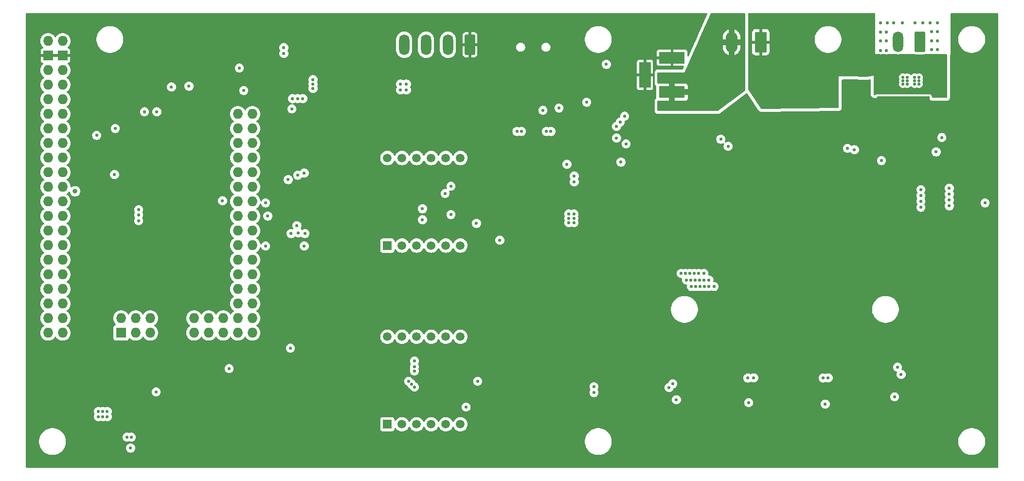
<source format=gbr>
%TF.GenerationSoftware,KiCad,Pcbnew,8.0.3*%
%TF.CreationDate,2024-08-05T00:08:34-04:00*%
%TF.ProjectId,UMTK,554d544b-2e6b-4696-9361-645f70636258,rev?*%
%TF.SameCoordinates,Original*%
%TF.FileFunction,Copper,L3,Inr*%
%TF.FilePolarity,Positive*%
%FSLAX46Y46*%
G04 Gerber Fmt 4.6, Leading zero omitted, Abs format (unit mm)*
G04 Created by KiCad (PCBNEW 8.0.3) date 2024-08-05 00:08:34*
%MOMM*%
%LPD*%
G01*
G04 APERTURE LIST*
G04 Aperture macros list*
%AMRoundRect*
0 Rectangle with rounded corners*
0 $1 Rounding radius*
0 $2 $3 $4 $5 $6 $7 $8 $9 X,Y pos of 4 corners*
0 Add a 4 corners polygon primitive as box body*
4,1,4,$2,$3,$4,$5,$6,$7,$8,$9,$2,$3,0*
0 Add four circle primitives for the rounded corners*
1,1,$1+$1,$2,$3*
1,1,$1+$1,$4,$5*
1,1,$1+$1,$6,$7*
1,1,$1+$1,$8,$9*
0 Add four rect primitives between the rounded corners*
20,1,$1+$1,$2,$3,$4,$5,0*
20,1,$1+$1,$4,$5,$6,$7,0*
20,1,$1+$1,$6,$7,$8,$9,0*
20,1,$1+$1,$8,$9,$2,$3,0*%
G04 Aperture macros list end*
%TA.AperFunction,ComponentPad*%
%ADD10RoundRect,0.250000X0.650000X1.550000X-0.650000X1.550000X-0.650000X-1.550000X0.650000X-1.550000X0*%
%TD*%
%TA.AperFunction,ComponentPad*%
%ADD11O,1.800000X3.600000*%
%TD*%
%TA.AperFunction,ComponentPad*%
%ADD12R,4.500000X2.000000*%
%TD*%
%TA.AperFunction,ComponentPad*%
%ADD13R,2.000000X4.500000*%
%TD*%
%TA.AperFunction,ComponentPad*%
%ADD14R,1.500000X1.500000*%
%TD*%
%TA.AperFunction,ComponentPad*%
%ADD15C,1.500000*%
%TD*%
%TA.AperFunction,HeatsinkPad*%
%ADD16C,0.600000*%
%TD*%
%TA.AperFunction,ComponentPad*%
%ADD17O,1.727200X1.727200*%
%TD*%
%TA.AperFunction,ComponentPad*%
%ADD18R,1.727200X1.727200*%
%TD*%
%TA.AperFunction,ComponentPad*%
%ADD19RoundRect,0.249999X0.790001X1.550001X-0.790001X1.550001X-0.790001X-1.550001X0.790001X-1.550001X0*%
%TD*%
%TA.AperFunction,ComponentPad*%
%ADD20O,2.080000X3.600000*%
%TD*%
%TA.AperFunction,ViaPad*%
%ADD21C,0.560000*%
%TD*%
%TA.AperFunction,ViaPad*%
%ADD22C,0.800000*%
%TD*%
G04 APERTURE END LIST*
D10*
%TO.N,/MotorDriver/VM-*%
%TO.C,J1*%
X175967000Y-25411500D03*
D11*
%TO.N,/MotorDriver/VM+*%
X172157000Y-25411500D03*
%TD*%
D12*
%TO.N,+12V*%
%TO.C,J5*%
X132839133Y-34176000D03*
%TO.N,GND*%
X132839133Y-28176000D03*
D13*
X128139133Y-31176000D03*
%TD*%
D14*
%TO.N,Net-(U6-SEG_E)*%
%TO.C,U8*%
X83300000Y-60885000D03*
D15*
%TO.N,Net-(U6-SEG_D)*%
X85840000Y-60885000D03*
%TO.N,Net-(U6-SEG_DP)*%
X88380000Y-60885000D03*
%TO.N,Net-(U6-SEG_C)*%
X90920000Y-60885000D03*
%TO.N,Net-(U6-SEG_G)*%
X93460000Y-60885000D03*
%TO.N,Net-(U6-DIG_3)*%
X96000000Y-60885000D03*
%TO.N,Net-(U6-SEG_B)*%
X96000000Y-45645000D03*
%TO.N,Net-(U6-DIG_2)*%
X93460000Y-45645000D03*
%TO.N,Net-(U6-DIG_1)*%
X90920000Y-45645000D03*
%TO.N,Net-(U6-SEG_F)*%
X88380000Y-45645000D03*
%TO.N,Net-(U6-SEG_A)*%
X85840000Y-45645000D03*
%TO.N,Net-(U6-DIG_0)*%
X83300000Y-45645000D03*
%TD*%
D16*
%TO.N,GND*%
%TO.C,U1*%
X169889000Y-38559500D03*
X171189000Y-38559500D03*
X172489000Y-38559500D03*
X173789000Y-38559500D03*
X175089000Y-38559500D03*
X176389000Y-38559500D03*
X169889000Y-37259500D03*
X171189000Y-37259500D03*
X172489000Y-37259500D03*
X173789000Y-37259500D03*
X175089000Y-37259500D03*
X176389000Y-37259500D03*
X169889000Y-35959500D03*
X171189000Y-35959500D03*
X172489000Y-35959500D03*
X173789000Y-35959500D03*
X175089000Y-35959500D03*
X176389000Y-35959500D03*
%TD*%
D17*
%TO.N,unconnected-(A2-3.3V-Pad3V31)*%
%TO.C,A2*%
X26797000Y-32893000D03*
%TO.N,unconnected-(A2-3.3V-Pad3V32)*%
X24257000Y-32893000D03*
%TO.N,+5V*%
X26797000Y-30353000D03*
%TO.N,unconnected-(A2-SPI_5V-Pad5V2)*%
X42037000Y-76073000D03*
%TO.N,+5V*%
X24257000Y-30353000D03*
%TO.N,/Arduino/Vin_Sense*%
X59817000Y-37973000D03*
%TO.N,/Arduino/VM_Sense*%
X57277000Y-37973000D03*
%TO.N,/Arduino/MOT_SENSE1*%
X59817000Y-40513000D03*
%TO.N,/Arduino/MOT_SENSE2*%
X57277000Y-40513000D03*
%TO.N,unconnected-(A2-PadA4)*%
X59817000Y-43053000D03*
%TO.N,unconnected-(A2-PadA5)*%
X57277000Y-43053000D03*
%TO.N,unconnected-(A2-PadA6)*%
X59817000Y-45593000D03*
%TO.N,unconnected-(A2-PadA7)*%
X57277000Y-45593000D03*
%TO.N,/Arduino/SW_1*%
X59817000Y-48133000D03*
%TO.N,/Arduino/SW_2*%
X57277000Y-48133000D03*
%TO.N,/Arduino/SW_3*%
X59817000Y-50673000D03*
%TO.N,/Arduino/SW_4*%
X57277000Y-50673000D03*
%TO.N,/Arduino/SW_5*%
X59817000Y-53213000D03*
%TO.N,unconnected-(A2-PadA13)*%
X57277000Y-53213000D03*
%TO.N,unconnected-(A2-PadA14)*%
X59817000Y-55753000D03*
%TO.N,unconnected-(A2-PadA15)*%
X57277000Y-55753000D03*
%TO.N,unconnected-(A2-PadAREF)*%
X26797000Y-35433000D03*
%TO.N,unconnected-(A2-D0{slash}RX0-PadD0)*%
X26797000Y-37973000D03*
%TO.N,unconnected-(A2-D1{slash}TX0-PadD1)*%
X24257000Y-37973000D03*
%TO.N,unconnected-(A2-D2_INT0-PadD2)*%
X26797000Y-40513000D03*
%TO.N,/Arduino/SLIDE_CLK*%
X24257000Y-40513000D03*
%TO.N,/Arduino/SLIDE_DAT*%
X26797000Y-43053000D03*
%TO.N,/Arduino/LC_SCK*%
X24257000Y-43053000D03*
%TO.N,/Arduino/LC_DT*%
X26797000Y-45593000D03*
%TO.N,/Arduino/MOT_DISABLE*%
X24257000Y-45593000D03*
%TO.N,/Arduino/MOT_EN_IN1*%
X26797000Y-48133000D03*
%TO.N,/Arduino/MOT_PH_IN2*%
X24257000Y-48133000D03*
%TO.N,/Arduino/MOT_nITRIP*%
X26797000Y-50673000D03*
%TO.N,/Arduino/MOT_nOL*%
X24257000Y-50673000D03*
%TO.N,/Arduino/MOT_nFAULT*%
X26797000Y-53213000D03*
%TO.N,unconnected-(A2-PadD13)*%
X24257000Y-53213000D03*
%TO.N,/Arduino/MOT_nSLEEP*%
X26797000Y-55753000D03*
%TO.N,unconnected-(A2-D15{slash}RX3-PadD15)*%
X24257000Y-55753000D03*
%TO.N,unconnected-(A2-D16{slash}TX2-PadD16)*%
X26797000Y-58293000D03*
%TO.N,unconnected-(A2-D17{slash}RX2-PadD17)*%
X24257000Y-58293000D03*
%TO.N,unconnected-(A2-D18{slash}TX1-PadD18)*%
X26797000Y-60833000D03*
%TO.N,unconnected-(A2-D19{slash}RX1-PadD19)*%
X24257000Y-60833000D03*
%TO.N,unconnected-(A2-D20{slash}SDA-PadD20)*%
X26797000Y-63373000D03*
%TO.N,unconnected-(A2-D21{slash}SCL-PadD21)*%
X24257000Y-63373000D03*
%TO.N,/Arduino/MOT_MODE*%
X26797000Y-65913000D03*
%TO.N,/Arduino/SLIDE_CLK_DIR*%
X24257000Y-65913000D03*
%TO.N,/Arduino/SLIDE_DAT_DIR*%
X26797000Y-68453000D03*
%TO.N,/Arduino/LC_RATE*%
X24257000Y-68453000D03*
%TO.N,/7Seg_Display/CS*%
X26797000Y-70993000D03*
%TO.N,unconnected-(A2-PadD27)*%
X24257000Y-70993000D03*
%TO.N,unconnected-(A2-PadD28)*%
X26797000Y-73533000D03*
%TO.N,unconnected-(A2-PadD29)*%
X24257000Y-73533000D03*
%TO.N,unconnected-(A2-PadD30)*%
X26797000Y-76073000D03*
%TO.N,unconnected-(A2-PadD31)*%
X24257000Y-76073000D03*
%TO.N,unconnected-(A2-PadD32)*%
X59817000Y-58293000D03*
%TO.N,unconnected-(A2-PadD33)*%
X57277000Y-58293000D03*
%TO.N,unconnected-(A2-PadD34)*%
X59817000Y-60833000D03*
%TO.N,unconnected-(A2-PadD35)*%
X57277000Y-60833000D03*
%TO.N,unconnected-(A2-PadD36)*%
X59817000Y-63373000D03*
%TO.N,unconnected-(A2-PadD37)*%
X57277000Y-63373000D03*
%TO.N,unconnected-(A2-PadD38)*%
X59817000Y-65913000D03*
%TO.N,unconnected-(A2-PadD39)*%
X57277000Y-65913000D03*
%TO.N,unconnected-(A2-PadD40)*%
X59817000Y-68453000D03*
%TO.N,unconnected-(A2-PadD41)*%
X57277000Y-68453000D03*
%TO.N,unconnected-(A2-PadD42)*%
X59817000Y-70993000D03*
%TO.N,unconnected-(A2-PadD43)*%
X57277000Y-70993000D03*
%TO.N,unconnected-(A2-PadD44)*%
X59817000Y-73533000D03*
%TO.N,unconnected-(A2-PadD45)*%
X57277000Y-73533000D03*
%TO.N,unconnected-(A2-PadD46)*%
X59817000Y-76073000D03*
%TO.N,unconnected-(A2-PadD47)*%
X57277000Y-76073000D03*
%TO.N,unconnected-(A2-PadD48)*%
X54737000Y-76073000D03*
%TO.N,unconnected-(A2-PadD49)*%
X54737000Y-73533000D03*
%TO.N,unconnected-(A2-D50_MISO-PadD50)*%
X52197000Y-76073000D03*
%TO.N,/7Seg_Display/DIN*%
X52197000Y-73533000D03*
%TO.N,/7Seg_Display/CLK*%
X49657000Y-76073000D03*
%TO.N,unconnected-(A2-D53_CS-PadD53)*%
X49657000Y-73533000D03*
D18*
%TO.N,GND*%
X26797000Y-27813000D03*
X24257000Y-27813000D03*
%TO.N,unconnected-(A2-SPI_GND-PadGND4)*%
X36957000Y-76073000D03*
D17*
%TO.N,unconnected-(A2-SPI_MISO-PadMISO)*%
X42037000Y-73533000D03*
%TO.N,unconnected-(A2-SPI_MOSI-PadMOSI)*%
X39497000Y-76073000D03*
%TO.N,unconnected-(A2-RESET-PadRST1)*%
X24257000Y-35433000D03*
%TO.N,unconnected-(A2-SPI_RESET-PadRST2)*%
X36957000Y-73533000D03*
%TO.N,unconnected-(A2-SPI_SCK-PadSCK)*%
X39497000Y-73533000D03*
%TO.N,unconnected-(A2-VIN-PadVIN1)*%
X26797000Y-25273000D03*
%TO.N,unconnected-(A2-VIN-PadVIN2)*%
X24257000Y-25273000D03*
%TD*%
D10*
%TO.N,GND*%
%TO.C,J3*%
X97660000Y-25932500D03*
D11*
%TO.N,/HX711/LCS+*%
X93850000Y-25932500D03*
%TO.N,/HX711/LCS-*%
X90040000Y-25932500D03*
%TO.N,/HX711/LCE+*%
X86230000Y-25932500D03*
%TD*%
D19*
%TO.N,VMOTOR*%
%TO.C,J2*%
X148281000Y-25487700D03*
D20*
%TO.N,+12V*%
X143201000Y-25487700D03*
%TD*%
D14*
%TO.N,Net-(U6-SEG_E)*%
%TO.C,U7*%
X83300000Y-92000000D03*
D15*
%TO.N,Net-(U6-SEG_D)*%
X85840000Y-92000000D03*
%TO.N,Net-(U6-SEG_DP)*%
X88380000Y-92000000D03*
%TO.N,Net-(U6-SEG_C)*%
X90920000Y-92000000D03*
%TO.N,Net-(U6-SEG_G)*%
X93460000Y-92000000D03*
%TO.N,Net-(U6-DIG_7)*%
X96000000Y-92000000D03*
%TO.N,Net-(U6-SEG_B)*%
X96000000Y-76760000D03*
%TO.N,Net-(U6-DIG_6)*%
X93460000Y-76760000D03*
%TO.N,Net-(U6-DIG_5)*%
X90920000Y-76760000D03*
%TO.N,Net-(U6-SEG_F)*%
X88380000Y-76760000D03*
%TO.N,Net-(U6-SEG_A)*%
X85840000Y-76760000D03*
%TO.N,Net-(U6-DIG_4)*%
X83300000Y-76760000D03*
%TD*%
D21*
%TO.N,/Arduino/VM_Sense*%
X141325600Y-42375000D03*
X58293000Y-33909000D03*
%TO.N,/7Seg_Display/DIN*%
X55753000Y-82296000D03*
%TO.N,/Arduino/MOT_nSLEEP*%
X179806600Y-42062400D03*
D22*
X28956004Y-51434998D03*
D21*
%TO.N,GND*%
X34163000Y-34671000D03*
X69190000Y-92000000D03*
X189000000Y-84000000D03*
X82550000Y-26924000D03*
X70500000Y-29000000D03*
X60348000Y-92000000D03*
X189000000Y-93000000D03*
X189000000Y-45000000D03*
X158369000Y-50419000D03*
X105000000Y-99000000D03*
X120382000Y-76200000D03*
X51181000Y-81026000D03*
X48000000Y-99000000D03*
X30226000Y-59690000D03*
X21000000Y-30000000D03*
X45000000Y-99000000D03*
X21000000Y-99000000D03*
X163271200Y-37896800D03*
X71247000Y-76073000D03*
X114000000Y-99000000D03*
X154940000Y-74422000D03*
X121564400Y-66040000D03*
X21000000Y-45000000D03*
X162458400Y-45720000D03*
X132080000Y-24357000D03*
X123748800Y-56438800D03*
D22*
X166500000Y-88000000D03*
X183000000Y-92000000D03*
D21*
X135382000Y-76200000D03*
X106680000Y-52451000D03*
X42000000Y-99000000D03*
X27000000Y-99000000D03*
X168021000Y-57404000D03*
X125984000Y-24511000D03*
X117000000Y-21000000D03*
X36000000Y-21000000D03*
X90000000Y-21000000D03*
X189000000Y-33000000D03*
X175641000Y-59309000D03*
X21000000Y-66000000D03*
X21000000Y-93000000D03*
X24000000Y-99000000D03*
D22*
X127500000Y-92000000D03*
D21*
X31902838Y-55397838D03*
X21000000Y-21000000D03*
X78000000Y-21000000D03*
X98000000Y-22000000D03*
X163195000Y-61214000D03*
X21000000Y-60000000D03*
X185039000Y-30403800D03*
X129382000Y-76200000D03*
X123002000Y-57357000D03*
X30000000Y-99000000D03*
X44034525Y-85076940D03*
X127127000Y-35306000D03*
X42773600Y-49479200D03*
X141000000Y-99000000D03*
X181864000Y-70510400D03*
X90322400Y-81432400D03*
X189000000Y-39000000D03*
X133604000Y-23214000D03*
X54000000Y-21000000D03*
X110490000Y-58166000D03*
X186000000Y-99000000D03*
X46990000Y-36703000D03*
X189000000Y-60000000D03*
X132000000Y-21000000D03*
X51000000Y-21000000D03*
X69000000Y-99000000D03*
X105156000Y-52451000D03*
X30022800Y-66700400D03*
X139700000Y-41148000D03*
X106807000Y-31369000D03*
X132080000Y-23214000D03*
X126111000Y-27432000D03*
X126382000Y-76200000D03*
X63246000Y-28956000D03*
D22*
X127500000Y-88000000D03*
D21*
X106070400Y-89560400D03*
X182753000Y-59309000D03*
X75000000Y-92000000D03*
X125095000Y-27432000D03*
X180000000Y-99000000D03*
X132715000Y-47380000D03*
X73533000Y-66675000D03*
X128574800Y-51358800D03*
X140716000Y-40386000D03*
X118465600Y-55575200D03*
X84000000Y-99000000D03*
X43815000Y-80899000D03*
X122986800Y-56438800D03*
X182753000Y-61087000D03*
X72000000Y-21000000D03*
X80000000Y-22000000D03*
D22*
X131000000Y-92000000D03*
D21*
X81000000Y-21000000D03*
X168021000Y-55372000D03*
X92000000Y-32000000D03*
X155295600Y-38100000D03*
X99695000Y-52324000D03*
X21000000Y-78000000D03*
X117382000Y-76200000D03*
X21000000Y-87000000D03*
X21000000Y-36000000D03*
X185039000Y-32791400D03*
X163195000Y-57404000D03*
X106045000Y-31369000D03*
X52451000Y-48895000D03*
X62865000Y-45466000D03*
X118465600Y-56388000D03*
X189000000Y-81000000D03*
X39573200Y-43027600D03*
X29819600Y-44958000D03*
X156972000Y-41148000D03*
X189000000Y-36000000D03*
D22*
X170000000Y-88000000D03*
D21*
X129000000Y-21000000D03*
X174371000Y-63119000D03*
X135128000Y-23214000D03*
X108000000Y-99000000D03*
X128651000Y-49412000D03*
X51816000Y-63500000D03*
X186000000Y-43000000D03*
X129000000Y-99000000D03*
X168000000Y-99000000D03*
X144000000Y-99000000D03*
X60000000Y-21000000D03*
X94000000Y-32000000D03*
X79000000Y-22000000D03*
X156972000Y-38735000D03*
D22*
X183000000Y-88000000D03*
D21*
X150368000Y-58293000D03*
X174000000Y-99000000D03*
X57000000Y-99000000D03*
X189000000Y-42000000D03*
X21000000Y-57000000D03*
X42000000Y-21000000D03*
X81788000Y-26924000D03*
X117703600Y-56388000D03*
X122326400Y-66802000D03*
X117668000Y-57992000D03*
X155448000Y-49382000D03*
X121564400Y-67564000D03*
X71968000Y-92000000D03*
X174371000Y-59309000D03*
X118430000Y-57230000D03*
X62230000Y-72009000D03*
X51562000Y-56134000D03*
X82550000Y-27686000D03*
X93000000Y-21000000D03*
X108000000Y-21000000D03*
X46278800Y-49580800D03*
X106680000Y-51181000D03*
X30000000Y-27000000D03*
X105283000Y-31369000D03*
X115062000Y-27940000D03*
X175641000Y-63119000D03*
X68986400Y-81026000D03*
X117703600Y-55575200D03*
X189000000Y-72000000D03*
X44958000Y-80899000D03*
X155448000Y-51308000D03*
X21000000Y-48000000D03*
X78000000Y-99000000D03*
X123000000Y-99000000D03*
X50800000Y-56134000D03*
X165000000Y-99000000D03*
X102000000Y-99000000D03*
X181483000Y-59309000D03*
X21000000Y-84000000D03*
X52578000Y-63500000D03*
X158671000Y-74422000D03*
D22*
X140500000Y-92000000D03*
D21*
X122326400Y-67564000D03*
X156667200Y-51054000D03*
X70500000Y-28238000D03*
X63500000Y-82550000D03*
X46228000Y-36703000D03*
X63246000Y-29718000D03*
X147000000Y-99000000D03*
X130556000Y-23214000D03*
X123002000Y-58119000D03*
X186563000Y-30403800D03*
X156000000Y-99000000D03*
X163271200Y-35026600D03*
X27000000Y-21000000D03*
X189000000Y-21000000D03*
X122326400Y-66040000D03*
X45000000Y-24384000D03*
X189000000Y-96000000D03*
X158496000Y-49276000D03*
X21000000Y-54000000D03*
X157988000Y-38735000D03*
X181483000Y-61087000D03*
X113411000Y-41021000D03*
X84000000Y-21000000D03*
X53213000Y-48895000D03*
X165481000Y-55372000D03*
X126111000Y-31877000D03*
X21000000Y-90000000D03*
X104952800Y-78282800D03*
X39000000Y-21000000D03*
X174371000Y-61087000D03*
X105000000Y-21000000D03*
X54000000Y-24384000D03*
X29464000Y-59690000D03*
X81788000Y-27686000D03*
X63380000Y-92000000D03*
X175641000Y-61087000D03*
X132382000Y-76200000D03*
X120000000Y-99000000D03*
X84074000Y-85598000D03*
X123382000Y-76200000D03*
X93000000Y-99000000D03*
X21000000Y-81000000D03*
X75057000Y-48133000D03*
X63000000Y-21000000D03*
X90000000Y-99000000D03*
X121564400Y-66802000D03*
X126000000Y-99000000D03*
X29000000Y-55500000D03*
X30000000Y-24000000D03*
X30000000Y-30000000D03*
X42011600Y-49479200D03*
X40843200Y-35407600D03*
X21000000Y-27000000D03*
X102057200Y-65278000D03*
X163195000Y-59436000D03*
X134772400Y-49326800D03*
D22*
X140500000Y-88000000D03*
D21*
X189000000Y-78000000D03*
X145940000Y-74422000D03*
X21000000Y-33000000D03*
X163271200Y-36474400D03*
X72000000Y-99000000D03*
X120396000Y-45085000D03*
X185039000Y-33909000D03*
X164541200Y-36474400D03*
X111000000Y-21000000D03*
X164541200Y-37896800D03*
D22*
X144000000Y-88000000D03*
X131000000Y-88000000D03*
D21*
X48000000Y-24384000D03*
X189000000Y-24000000D03*
X135255000Y-25500000D03*
X125984000Y-29337000D03*
X30000000Y-21000000D03*
X134772400Y-51358800D03*
X24000000Y-21000000D03*
X134747000Y-53476000D03*
X63000000Y-99000000D03*
D22*
X179500000Y-88000000D03*
D21*
X163423600Y-67868800D03*
X96000000Y-32000000D03*
X181102000Y-70510400D03*
X54000000Y-99000000D03*
X156972000Y-39497000D03*
X117000000Y-99000000D03*
X148336000Y-58293000D03*
X33000000Y-21000000D03*
X59690000Y-82550000D03*
X156972000Y-40386000D03*
X164185600Y-67868800D03*
X189000000Y-69000000D03*
X96000000Y-21000000D03*
X69000000Y-21000000D03*
X142494000Y-58293000D03*
X128651000Y-47380000D03*
X115062000Y-28702000D03*
X181483000Y-63119000D03*
X182753000Y-63119000D03*
X98933000Y-52324000D03*
X127050800Y-27432000D03*
X60000000Y-99000000D03*
X153000000Y-99000000D03*
X186563000Y-31673800D03*
X148940000Y-74422000D03*
X62230000Y-69009000D03*
X186563000Y-32791400D03*
X189000000Y-66000000D03*
X159000000Y-99000000D03*
X99060000Y-40640000D03*
D22*
X153500000Y-92000000D03*
D21*
X189000000Y-54000000D03*
X66158000Y-92000000D03*
X33401000Y-34671000D03*
X125095000Y-29337000D03*
D22*
X144000000Y-92000000D03*
D21*
X184353200Y-43027600D03*
X39000000Y-99000000D03*
X87000000Y-99000000D03*
X110490000Y-56896000D03*
X126000000Y-21000000D03*
X31750000Y-57277000D03*
X29464000Y-40640000D03*
X96000000Y-99000000D03*
X115062000Y-29464000D03*
D22*
X166500000Y-92000000D03*
D21*
X115062000Y-30226000D03*
X166116000Y-46101000D03*
X21000000Y-51000000D03*
X101295200Y-65278000D03*
X36000000Y-99000000D03*
X177292000Y-46990000D03*
X128778000Y-25908000D03*
X66000000Y-21000000D03*
X45000000Y-21000000D03*
X21000000Y-63000000D03*
X78359000Y-29464000D03*
X185039000Y-31673800D03*
X134747000Y-47380000D03*
X123000000Y-21000000D03*
X120000000Y-21000000D03*
X21000000Y-24000000D03*
X105714800Y-78282800D03*
X189000000Y-75000000D03*
X125222000Y-24511000D03*
D22*
X157000000Y-88000000D03*
D21*
X99000000Y-21000000D03*
X107696000Y-41148000D03*
X183000000Y-99000000D03*
X189000000Y-27000000D03*
X40386000Y-67818000D03*
X150000000Y-99000000D03*
X157988000Y-40386000D03*
X130556000Y-24357000D03*
X50165000Y-84963000D03*
D22*
X179500000Y-92000000D03*
D21*
X189000000Y-63000000D03*
X134874000Y-41198800D03*
X42000000Y-24384000D03*
X21000000Y-69000000D03*
X165481000Y-59436000D03*
X189000000Y-48000000D03*
X135000000Y-99000000D03*
X186000000Y-41000000D03*
X30784800Y-66700400D03*
D22*
X153500000Y-88000000D03*
D21*
X62230000Y-66009000D03*
X33000000Y-99000000D03*
X21000000Y-42000000D03*
X112014000Y-56896000D03*
X87000000Y-21000000D03*
X168021000Y-59436000D03*
X157988000Y-41148000D03*
X123764000Y-58119000D03*
X74295000Y-66675000D03*
X21000000Y-39000000D03*
X64516000Y-28956000D03*
X38811200Y-43027600D03*
X144526000Y-58293000D03*
X81000000Y-99000000D03*
X132000000Y-99000000D03*
X41605200Y-35407600D03*
X83312000Y-85598000D03*
X125095000Y-31877000D03*
D22*
X157000000Y-92000000D03*
D21*
X162000000Y-99000000D03*
X177000000Y-99000000D03*
X119888000Y-37211000D03*
X189000000Y-90000000D03*
X189000000Y-30000000D03*
X75000000Y-21000000D03*
X175514000Y-47752000D03*
X151940000Y-74422000D03*
X99000000Y-99000000D03*
X106832400Y-89560400D03*
X51000000Y-99000000D03*
X127635000Y-25908000D03*
X138000000Y-99000000D03*
X123764000Y-57357000D03*
X68224400Y-81026000D03*
X91084400Y-81432400D03*
X21000000Y-96000000D03*
X135000000Y-21000000D03*
X145034000Y-41148000D03*
X103632000Y-40640000D03*
X184353200Y-40894000D03*
X133604000Y-24357000D03*
X90000000Y-32000000D03*
X57000000Y-21000000D03*
X70618060Y-76166476D03*
X161671000Y-74422000D03*
X189000000Y-51000000D03*
X21000000Y-75000000D03*
X155448000Y-48006000D03*
X189000000Y-87000000D03*
X75000000Y-99000000D03*
X133731000Y-25500000D03*
X127558800Y-41198800D03*
X64516000Y-29718000D03*
X47040800Y-49580800D03*
X51000000Y-24384000D03*
X111000000Y-99000000D03*
X66000000Y-99000000D03*
X157988000Y-39497000D03*
X132207000Y-25500000D03*
X117668000Y-57230000D03*
X114000000Y-21000000D03*
X112014000Y-58166000D03*
X31750000Y-53213000D03*
X130683000Y-47380000D03*
X189000000Y-57000000D03*
X163195000Y-55372000D03*
X189000000Y-99000000D03*
X105156000Y-51181000D03*
X57000000Y-24384000D03*
X128143000Y-27432000D03*
X48000000Y-21000000D03*
X21000000Y-72000000D03*
X165481000Y-61214000D03*
X154279600Y-38100000D03*
X130683000Y-25500000D03*
X102000000Y-21000000D03*
X186563000Y-33909000D03*
X79550000Y-40386000D03*
X164033200Y-46431200D03*
X171000000Y-99000000D03*
X50165000Y-81026000D03*
D22*
X170000000Y-92000000D03*
D21*
X164541200Y-35026600D03*
X135128000Y-24357000D03*
X41148000Y-67818000D03*
X165481000Y-57404000D03*
X75819000Y-48133000D03*
X118430000Y-57992000D03*
X168021000Y-61214000D03*
%TO.N,/7Seg_Display/CLK*%
X38608000Y-96139000D03*
%TO.N,/Arduino/LC_SCK*%
X65278000Y-26416000D03*
%TO.N,/Arduino/MOT_nOL*%
X123825000Y-39370000D03*
X35941000Y-40513000D03*
%TO.N,+5V*%
X135204200Y-65735200D03*
X172720000Y-83312000D03*
X85598000Y-33782000D03*
X40004000Y-55550000D03*
X136855200Y-66878200D03*
X132334000Y-85598000D03*
X138379200Y-66878200D03*
X33782000Y-90678000D03*
X85598000Y-32766000D03*
X34544000Y-90678000D03*
X115773200Y-56896000D03*
X146050000Y-83947000D03*
X135966200Y-65735200D03*
X134442200Y-65735200D03*
X138506200Y-68021200D03*
X114884200Y-56896000D03*
X115773200Y-56134000D03*
X86614000Y-32766000D03*
X70358000Y-32004000D03*
X135331200Y-66878200D03*
X115773200Y-55372000D03*
X139268200Y-68021200D03*
X136728200Y-65735200D03*
X37973000Y-94234000D03*
X68580000Y-35306000D03*
X114884200Y-55372000D03*
X105854500Y-41021000D03*
X132969000Y-84962996D03*
X138379200Y-65735200D03*
X164592000Y-44196000D03*
X159131000Y-83947000D03*
X147066000Y-83907000D03*
X40004000Y-54661000D03*
X119253000Y-86487000D03*
X40004000Y-56566000D03*
X169291000Y-46101000D03*
X33020000Y-89789000D03*
X114884200Y-56134000D03*
X33020000Y-90678000D03*
X160020000Y-83907000D03*
X137617200Y-66878200D03*
X34544000Y-89789000D03*
X111760000Y-41021000D03*
X67691000Y-35306000D03*
X70358000Y-33528000D03*
X119253000Y-85471000D03*
X66802000Y-35306000D03*
X136220200Y-68021200D03*
X38735000Y-94234000D03*
X136093200Y-66878200D03*
X106616500Y-41021000D03*
X139268200Y-66878200D03*
X86614000Y-33782000D03*
X172085000Y-82042000D03*
X70358000Y-32766000D03*
X137744200Y-68021200D03*
X33782000Y-89789000D03*
X140157200Y-68021200D03*
X137490200Y-65735200D03*
X110998000Y-41021000D03*
X136982200Y-68021200D03*
%TO.N,/Arduino/MOT_SENSE1*%
X115824000Y-48768000D03*
X178816000Y-44576998D03*
%TO.N,/Arduino/MOT_SENSE2*%
X187325000Y-53467000D03*
X115824000Y-49784000D03*
%TO.N,/Arduino/SLIDE_CLK*%
X45720000Y-33274000D03*
X32692888Y-41709888D03*
%TO.N,/Arduino/SW_4*%
X159512000Y-88479000D03*
X98806004Y-57023000D03*
X67818000Y-58674000D03*
X54610000Y-53086000D03*
%TO.N,/Arduino/LC_DT*%
X65278000Y-27432000D03*
%TO.N,/Arduino/SW_1*%
X68961000Y-58801000D03*
X62103000Y-53467000D03*
%TO.N,/Arduino/SW_2*%
X133604000Y-87717000D03*
X62484000Y-55753000D03*
X89408000Y-56388000D03*
X67555925Y-57412075D03*
%TO.N,/Arduino/MOT_nITRIP*%
X43180000Y-37592000D03*
X124587000Y-38354000D03*
%TO.N,/Arduino/MOT_MODE*%
X163355044Y-43951013D03*
X89408000Y-54483000D03*
X66548000Y-58801000D03*
%TO.N,/Arduino/LC_RATE*%
X48768000Y-33147000D03*
X57531000Y-29972000D03*
%TO.N,/Arduino/SW_5*%
X62103000Y-60960000D03*
X68834000Y-60960000D03*
X102870000Y-59944000D03*
X171577000Y-87209000D03*
%TO.N,/Arduino/Vin_Sense*%
X114554000Y-46736000D03*
X123952000Y-46355000D03*
%TO.N,/Arduino/SW_3*%
X94361000Y-55499000D03*
X146177000Y-88225000D03*
X66040000Y-49403000D03*
%TO.N,/Arduino/SLIDE_CLK_DIR*%
X41021000Y-37592000D03*
X66675000Y-37084000D03*
%TO.N,VMOTOR*%
X149145933Y-21427400D03*
X157099000Y-32131000D03*
X177800000Y-30353000D03*
X151384000Y-34417000D03*
X153035000Y-36322000D03*
X170561000Y-31242000D03*
X157988000Y-32893000D03*
X177190400Y-32004000D03*
X157607000Y-36322000D03*
X151384000Y-32131000D03*
X171958000Y-32258000D03*
X164084000Y-28448000D03*
X153797000Y-36322000D03*
X170561000Y-30353000D03*
X146859933Y-21427400D03*
X177980667Y-32750800D03*
X157988000Y-34417000D03*
X163322000Y-28448000D03*
X155321000Y-36322000D03*
X177980667Y-31242000D03*
X146859933Y-22479000D03*
X152273000Y-32893000D03*
X157988000Y-32131000D03*
X150266400Y-26126400D03*
X147955000Y-29372600D03*
X178409600Y-29667200D03*
X157099000Y-33655000D03*
X150241000Y-22479000D03*
X179222400Y-29667200D03*
X152273000Y-32131000D03*
X147955000Y-21427400D03*
X150266400Y-27178000D03*
X157099000Y-34417000D03*
X151384000Y-33655000D03*
X179120800Y-28905200D03*
X149145933Y-29372600D03*
X150241000Y-28321000D03*
X179933600Y-28905200D03*
X156845000Y-36322000D03*
X171348400Y-32258000D03*
X150241000Y-29372600D03*
X149145933Y-22479000D03*
X152273000Y-33655000D03*
X156083000Y-36322000D03*
X147955000Y-28321000D03*
X157099000Y-32893000D03*
X178612800Y-30378400D03*
X150266400Y-24094400D03*
X152273000Y-34417000D03*
X157988000Y-33655000D03*
X152273000Y-36322000D03*
X177980667Y-32004000D03*
X165608000Y-28448000D03*
X162560000Y-29464000D03*
X169900600Y-30810200D03*
X171348400Y-31511200D03*
X150266400Y-25146000D03*
X151384000Y-32893000D03*
X177190400Y-31242000D03*
X149145933Y-28321000D03*
X171348400Y-30749200D03*
X146859933Y-28321000D03*
X177190400Y-32750800D03*
X166370000Y-28448000D03*
X171958000Y-31511200D03*
X154559000Y-36322000D03*
X147955000Y-22479000D03*
X164846000Y-28448000D03*
X169926000Y-29972000D03*
X162560000Y-30988000D03*
X150241000Y-21427400D03*
X146859933Y-29372600D03*
X162560000Y-30226000D03*
%TO.N,+12V*%
X181102000Y-50891400D03*
X141271933Y-22479000D03*
X134620000Y-32054800D03*
X176149000Y-51145400D03*
X141224000Y-27178000D03*
X144018000Y-28260000D03*
X133604000Y-32054800D03*
X144018000Y-29311600D03*
X176149000Y-53177400D03*
X143637000Y-22479000D03*
X144780000Y-21427400D03*
X137058400Y-35864800D03*
X131064000Y-32054800D03*
X142367000Y-29337000D03*
X141224000Y-24094400D03*
X144780000Y-22479000D03*
X136296400Y-34594800D03*
X176149000Y-54229000D03*
X136296400Y-33578800D03*
X131064000Y-36068000D03*
X141271933Y-21427400D03*
X142367000Y-28285400D03*
X136296400Y-36880800D03*
X134620000Y-36830000D03*
X136245600Y-32207200D03*
X133604000Y-36830000D03*
X141322733Y-28260000D03*
X144957800Y-28260000D03*
X131064000Y-36830000D03*
X141224000Y-26126400D03*
X133604000Y-31292800D03*
X134620000Y-36068000D03*
X132080000Y-36830000D03*
X134620000Y-31292800D03*
X137007600Y-31191200D03*
X141224000Y-25146000D03*
X132080000Y-32054800D03*
X142494000Y-21427400D03*
X136296400Y-35864800D03*
X132080000Y-31292800D03*
X133604000Y-36068000D03*
X181102000Y-52923400D03*
X143637000Y-21427400D03*
X137007600Y-32207200D03*
X142494000Y-22479000D03*
X137058400Y-33578800D03*
X136245600Y-31191200D03*
X141322733Y-29311600D03*
X132080000Y-36068000D03*
X131064000Y-31292800D03*
X137058400Y-34594800D03*
X181102000Y-53975000D03*
X176149000Y-52197000D03*
X144957800Y-29311600D03*
X137058400Y-36880800D03*
X181102000Y-51943000D03*
%TO.N,/MotorDriver/VM+*%
X173789667Y-32766000D03*
X169164000Y-22098000D03*
X169164000Y-23749000D03*
X171450000Y-22098000D03*
X173789667Y-32160997D03*
X169164000Y-25273000D03*
X173027735Y-32152009D03*
X173027735Y-31588612D03*
X170307000Y-22098000D03*
X169164000Y-26924000D03*
X170180000Y-23749000D03*
X170180000Y-25273000D03*
X173789667Y-31597600D03*
X172974000Y-22098000D03*
X173027667Y-32766000D03*
X170180000Y-26924000D03*
%TO.N,/MotorDriver/VM-*%
X175059735Y-32152009D03*
X175059667Y-32766000D03*
X175133000Y-22098000D03*
X178054000Y-23622000D03*
X175821667Y-32766000D03*
X176530000Y-22098000D03*
X179070000Y-23622000D03*
X175059735Y-31588612D03*
X179070000Y-26797000D03*
X178054000Y-25273000D03*
X177800000Y-22098000D03*
X179070000Y-25273000D03*
X178054000Y-26797000D03*
X175821667Y-31597600D03*
X179070000Y-22098000D03*
X175821667Y-32160997D03*
%TO.N,/Linear Slide/_SLIDE_DAT_*%
X121412000Y-29337000D03*
X113157000Y-36957000D03*
%TO.N,Net-(U6-SEG_A)*%
X87500000Y-85000000D03*
X87000000Y-84500000D03*
X88000000Y-85500000D03*
%TO.N,Net-(U6-DIG_5)*%
X43053000Y-86360006D03*
X66421000Y-78740000D03*
%TO.N,Net-(U6-SEG_F)*%
X88000000Y-81000000D03*
X88000000Y-82730003D03*
X88000000Y-82000000D03*
%TO.N,Net-(U6-SEG_B)*%
X99000000Y-84500000D03*
X97000000Y-89000000D03*
%TO.N,/Arduino/MOT_DISABLE*%
X93345000Y-51816000D03*
X124841000Y-43180000D03*
X67691000Y-48641000D03*
%TO.N,/Arduino/MOT_PH_IN2*%
X68834000Y-48260000D03*
X123190000Y-42164000D03*
X35814000Y-48514000D03*
X94361000Y-50546000D03*
%TO.N,/Arduino/MOT_nFAULT*%
X142595600Y-43589000D03*
%TO.N,/Arduino/MOT_EN_IN1*%
X123190000Y-40132000D03*
%TO.N,/Linear Slide/_SLIDE_CLK_*%
X117983000Y-35941000D03*
X110363000Y-37338000D03*
%TD*%
%TA.AperFunction,Conductor*%
%TO.N,+12V*%
G36*
X145510439Y-20420185D02*
G01*
X145556194Y-20472989D01*
X145567400Y-20524500D01*
X145567400Y-33847133D01*
X145547715Y-33914172D01*
X145517970Y-33946205D01*
X140876119Y-37440072D01*
X140810719Y-37464660D01*
X140801549Y-37465000D01*
X130426000Y-37465000D01*
X130358961Y-37445315D01*
X130313206Y-37392511D01*
X130302000Y-37341000D01*
X130302000Y-35789684D01*
X130321685Y-35722645D01*
X130374489Y-35676890D01*
X130443647Y-35666946D01*
X130469336Y-35673503D01*
X130480035Y-35677493D01*
X130540551Y-35683999D01*
X130540553Y-35684000D01*
X132331133Y-35684000D01*
X133347133Y-35684000D01*
X135137713Y-35684000D01*
X135137714Y-35683999D01*
X135198230Y-35677493D01*
X135335094Y-35626446D01*
X135335094Y-35626445D01*
X135452036Y-35538903D01*
X135539578Y-35421961D01*
X135539579Y-35421961D01*
X135590626Y-35285097D01*
X135597132Y-35224581D01*
X135597133Y-35224580D01*
X135597133Y-34684000D01*
X133347133Y-34684000D01*
X133347133Y-35684000D01*
X132331133Y-35684000D01*
X132331133Y-34676000D01*
X134154959Y-34676000D01*
X134282126Y-34641925D01*
X134396140Y-34576099D01*
X134489232Y-34483007D01*
X134555058Y-34368993D01*
X134589133Y-34241826D01*
X134589133Y-34110174D01*
X134555058Y-33983007D01*
X134489232Y-33868993D01*
X134396140Y-33775901D01*
X134282126Y-33710075D01*
X134154959Y-33676000D01*
X132331133Y-33676000D01*
X132331133Y-33668000D01*
X133347133Y-33668000D01*
X135597133Y-33668000D01*
X135597133Y-33127420D01*
X135597132Y-33127418D01*
X135590626Y-33066902D01*
X135539579Y-32930038D01*
X135452036Y-32813096D01*
X135335094Y-32725554D01*
X135335094Y-32725553D01*
X135198230Y-32674506D01*
X135137714Y-32668000D01*
X133347133Y-32668000D01*
X133347133Y-33668000D01*
X132331133Y-33668000D01*
X132331133Y-32668000D01*
X130540551Y-32668000D01*
X130480033Y-32674506D01*
X130480031Y-32674506D01*
X130469330Y-32678498D01*
X130399638Y-32683480D01*
X130338316Y-32649994D01*
X130304833Y-32588670D01*
X130302000Y-32562315D01*
X130302000Y-30858000D01*
X130321685Y-30790961D01*
X130374489Y-30745206D01*
X130426000Y-30734000D01*
X135000999Y-30734000D01*
X135001000Y-30734000D01*
X136965012Y-26369529D01*
X141653000Y-26369529D01*
X141691117Y-26610192D01*
X141766410Y-26841923D01*
X141766412Y-26841926D01*
X141877031Y-27059029D01*
X142020253Y-27256155D01*
X142192544Y-27428446D01*
X142389670Y-27571668D01*
X142606773Y-27682287D01*
X142606779Y-27682290D01*
X142692999Y-27710304D01*
X143709000Y-27710304D01*
X143795220Y-27682290D01*
X143795226Y-27682287D01*
X144012329Y-27571668D01*
X144209455Y-27428446D01*
X144381746Y-27256155D01*
X144524968Y-27059029D01*
X144635587Y-26841926D01*
X144635589Y-26841923D01*
X144710882Y-26610192D01*
X144749000Y-26369529D01*
X144749000Y-25995700D01*
X143709000Y-25995700D01*
X143709000Y-27710304D01*
X142692999Y-27710304D01*
X142693000Y-27710303D01*
X142693000Y-25995700D01*
X141653000Y-25995700D01*
X141653000Y-26369529D01*
X136965012Y-26369529D01*
X137287000Y-25654000D01*
X137389280Y-25418756D01*
X142501000Y-25418756D01*
X142501000Y-25556644D01*
X142527901Y-25691882D01*
X142580668Y-25819274D01*
X142657274Y-25933924D01*
X142754776Y-26031426D01*
X142869426Y-26108032D01*
X142996818Y-26160799D01*
X143132056Y-26187700D01*
X143269944Y-26187700D01*
X143405182Y-26160799D01*
X143532574Y-26108032D01*
X143647224Y-26031426D01*
X143744726Y-25933924D01*
X143821332Y-25819274D01*
X143874099Y-25691882D01*
X143901000Y-25556644D01*
X143901000Y-25418756D01*
X143874099Y-25283518D01*
X143821332Y-25156126D01*
X143744726Y-25041476D01*
X143682950Y-24979700D01*
X143709000Y-24979700D01*
X144749000Y-24979700D01*
X144749000Y-24605870D01*
X144710882Y-24365207D01*
X144635589Y-24133476D01*
X144635587Y-24133473D01*
X144524968Y-23916370D01*
X144381746Y-23719244D01*
X144209455Y-23546953D01*
X144012329Y-23403731D01*
X143795230Y-23293113D01*
X143709000Y-23265095D01*
X143709000Y-24979700D01*
X143682950Y-24979700D01*
X143647224Y-24943974D01*
X143532574Y-24867368D01*
X143405182Y-24814601D01*
X143269944Y-24787700D01*
X143132056Y-24787700D01*
X142996818Y-24814601D01*
X142869426Y-24867368D01*
X142754776Y-24943974D01*
X142657274Y-25041476D01*
X142580668Y-25156126D01*
X142527901Y-25283518D01*
X142501000Y-25418756D01*
X137389280Y-25418756D01*
X137742708Y-24605870D01*
X141653000Y-24605870D01*
X141653000Y-24979700D01*
X142693000Y-24979700D01*
X142693000Y-23265095D01*
X142606769Y-23293113D01*
X142389670Y-23403731D01*
X142192544Y-23546953D01*
X142020253Y-23719244D01*
X141877031Y-23916370D01*
X141766412Y-24133473D01*
X141766410Y-24133476D01*
X141691117Y-24365207D01*
X141653000Y-24605870D01*
X137742708Y-24605870D01*
X139538714Y-20475055D01*
X139583496Y-20421427D01*
X139650164Y-20400521D01*
X139652430Y-20400500D01*
X145443400Y-20400500D01*
X145510439Y-20420185D01*
G37*
%TD.AperFunction*%
%TD*%
%TA.AperFunction,Conductor*%
%TO.N,VMOTOR*%
G36*
X168179138Y-20418093D02*
G01*
X168204858Y-20462642D01*
X168206000Y-20475700D01*
X168206000Y-27569200D01*
X167944800Y-27569200D01*
X167944800Y-31369000D01*
X167767000Y-31369000D01*
X166756133Y-31495358D01*
X166745835Y-31495933D01*
X165747809Y-31483040D01*
X164777000Y-31470500D01*
X164776979Y-31470500D01*
X161872000Y-31470500D01*
X161872000Y-36857142D01*
X161854407Y-36905480D01*
X161809858Y-36931200D01*
X161797647Y-36932337D01*
X148376789Y-37083540D01*
X148328256Y-37066492D01*
X148313372Y-37050058D01*
X146085530Y-33708295D01*
X146072900Y-33666582D01*
X146072900Y-23887727D01*
X146741000Y-23887727D01*
X146741000Y-25237700D01*
X147626879Y-25237700D01*
X147607901Y-25283518D01*
X147581000Y-25418756D01*
X147581000Y-25556644D01*
X147607901Y-25691882D01*
X147626879Y-25737700D01*
X146741001Y-25737700D01*
X146741001Y-27087673D01*
X146751495Y-27190400D01*
X146806642Y-27356824D01*
X146898680Y-27506040D01*
X146898683Y-27506044D01*
X147022655Y-27630016D01*
X147022659Y-27630019D01*
X147171876Y-27722057D01*
X147171875Y-27722057D01*
X147338302Y-27777204D01*
X147338304Y-27777205D01*
X147441027Y-27787699D01*
X148031000Y-27787699D01*
X148031000Y-26141820D01*
X148076818Y-26160799D01*
X148212056Y-26187700D01*
X148349944Y-26187700D01*
X148485182Y-26160799D01*
X148531000Y-26141820D01*
X148531000Y-27787699D01*
X149120973Y-27787699D01*
X149223700Y-27777204D01*
X149390124Y-27722057D01*
X149539340Y-27630019D01*
X149539344Y-27630016D01*
X149663316Y-27506044D01*
X149663319Y-27506040D01*
X149755357Y-27356824D01*
X149810504Y-27190397D01*
X149810505Y-27190395D01*
X149821000Y-27087672D01*
X149821000Y-25737700D01*
X148935121Y-25737700D01*
X148954099Y-25691882D01*
X148981000Y-25556644D01*
X148981000Y-25418756D01*
X148954099Y-25283518D01*
X148935121Y-25237700D01*
X149820999Y-25237700D01*
X149820999Y-24847251D01*
X157669500Y-24847251D01*
X157669500Y-25152749D01*
X157709376Y-25455633D01*
X157768081Y-25674724D01*
X157788446Y-25750724D01*
X157788446Y-25750725D01*
X157905354Y-26032966D01*
X158058104Y-26297536D01*
X158244073Y-26539896D01*
X158244085Y-26539910D01*
X158460089Y-26755914D01*
X158460103Y-26755926D01*
X158702463Y-26941895D01*
X158954955Y-27087672D01*
X158967035Y-27094646D01*
X159249278Y-27211555D01*
X159544367Y-27290624D01*
X159847251Y-27330500D01*
X159847254Y-27330500D01*
X160152746Y-27330500D01*
X160152749Y-27330500D01*
X160455633Y-27290624D01*
X160750722Y-27211555D01*
X161032965Y-27094646D01*
X161297534Y-26941897D01*
X161539902Y-26755922D01*
X161755922Y-26539902D01*
X161941897Y-26297534D01*
X162094646Y-26032965D01*
X162211555Y-25750722D01*
X162290624Y-25455633D01*
X162330500Y-25152749D01*
X162330500Y-24847251D01*
X162290624Y-24544367D01*
X162211555Y-24249278D01*
X162094646Y-23967035D01*
X162048857Y-23887727D01*
X161941895Y-23702463D01*
X161755926Y-23460103D01*
X161755914Y-23460089D01*
X161539910Y-23244085D01*
X161539896Y-23244073D01*
X161297536Y-23058104D01*
X161032966Y-22905354D01*
X160750725Y-22788446D01*
X160750723Y-22788445D01*
X160750722Y-22788445D01*
X160455633Y-22709376D01*
X160152749Y-22669500D01*
X159847251Y-22669500D01*
X159544367Y-22709376D01*
X159544363Y-22709377D01*
X159544362Y-22709377D01*
X159357283Y-22759505D01*
X159249278Y-22788445D01*
X159249276Y-22788445D01*
X159249275Y-22788446D01*
X159249274Y-22788446D01*
X158967033Y-22905354D01*
X158702463Y-23058104D01*
X158460103Y-23244073D01*
X158460089Y-23244085D01*
X158244085Y-23460089D01*
X158244073Y-23460103D01*
X158058104Y-23702463D01*
X157905354Y-23967033D01*
X157788446Y-24249274D01*
X157788446Y-24249275D01*
X157728411Y-24473329D01*
X157709376Y-24544367D01*
X157669500Y-24847251D01*
X149820999Y-24847251D01*
X149820999Y-23887726D01*
X149810504Y-23784999D01*
X149755357Y-23618575D01*
X149663319Y-23469359D01*
X149663316Y-23469355D01*
X149539344Y-23345383D01*
X149539340Y-23345380D01*
X149390123Y-23253342D01*
X149390124Y-23253342D01*
X149223697Y-23198195D01*
X149223695Y-23198194D01*
X149120973Y-23187700D01*
X148531000Y-23187700D01*
X148531000Y-24833579D01*
X148485182Y-24814601D01*
X148349944Y-24787700D01*
X148212056Y-24787700D01*
X148076818Y-24814601D01*
X148031000Y-24833579D01*
X148031000Y-23187700D01*
X147441026Y-23187700D01*
X147338299Y-23198195D01*
X147171875Y-23253342D01*
X147022659Y-23345380D01*
X147022655Y-23345383D01*
X146898683Y-23469355D01*
X146898680Y-23469359D01*
X146806642Y-23618575D01*
X146751495Y-23785002D01*
X146751494Y-23785004D01*
X146741000Y-23887727D01*
X146072900Y-23887727D01*
X146072900Y-20524508D01*
X146072900Y-20524500D01*
X146071595Y-20512364D01*
X146068518Y-20483737D01*
X146080844Y-20433796D01*
X146122388Y-20403462D01*
X146143287Y-20400500D01*
X168130800Y-20400500D01*
X168179138Y-20418093D01*
G37*
%TD.AperFunction*%
%TD*%
%TA.AperFunction,Conductor*%
%TO.N,GND*%
G36*
X26323619Y-27616919D02*
G01*
X26289000Y-27746120D01*
X26289000Y-27879880D01*
X26323619Y-28009081D01*
X26354749Y-28063000D01*
X24699251Y-28063000D01*
X24730381Y-28009081D01*
X24765000Y-27879880D01*
X24765000Y-27746120D01*
X24730381Y-27616919D01*
X24699251Y-27563000D01*
X26354749Y-27563000D01*
X26323619Y-27616919D01*
G37*
%TD.AperFunction*%
%TA.AperFunction,Conductor*%
G36*
X138897829Y-20420185D02*
G01*
X138943584Y-20472989D01*
X138953528Y-20542147D01*
X138944507Y-20573942D01*
X137279129Y-24404314D01*
X137248744Y-24474200D01*
X136925701Y-25217200D01*
X136925700Y-25217201D01*
X136824980Y-25448853D01*
X136824343Y-25450293D01*
X136816131Y-25468543D01*
X136816130Y-25468545D01*
X136504036Y-26162090D01*
X136351436Y-26501200D01*
X135726210Y-27890589D01*
X135680749Y-27943646D01*
X135613820Y-27963702D01*
X135546672Y-27944390D01*
X135500625Y-27891840D01*
X135489132Y-27839704D01*
X135489132Y-27144520D01*
X135474297Y-27050850D01*
X135474295Y-27050844D01*
X135416776Y-26937958D01*
X135416769Y-26937949D01*
X135327183Y-26848363D01*
X135327179Y-26848360D01*
X135214277Y-26790833D01*
X135120619Y-26776000D01*
X133089133Y-26776000D01*
X133089133Y-27676000D01*
X132589133Y-27676000D01*
X132589133Y-26776000D01*
X130557653Y-26776000D01*
X130463983Y-26790835D01*
X130463977Y-26790837D01*
X130351091Y-26848356D01*
X130351082Y-26848363D01*
X130261496Y-26937949D01*
X130261493Y-26937953D01*
X130203966Y-27050855D01*
X130189133Y-27144513D01*
X130189133Y-27926000D01*
X131156121Y-27926000D01*
X131123208Y-27983007D01*
X131089133Y-28110174D01*
X131089133Y-28241826D01*
X131123208Y-28368993D01*
X131156121Y-28426000D01*
X130189134Y-28426000D01*
X130189134Y-29207479D01*
X130203968Y-29301149D01*
X130203970Y-29301155D01*
X130261489Y-29414041D01*
X130261496Y-29414050D01*
X130351082Y-29503636D01*
X130351086Y-29503639D01*
X130463988Y-29561166D01*
X130557647Y-29575999D01*
X132589132Y-29575999D01*
X132589133Y-29575998D01*
X132589133Y-28676000D01*
X133089133Y-28676000D01*
X133089133Y-29575999D01*
X134776000Y-29575999D01*
X134843039Y-29595684D01*
X134888794Y-29648488D01*
X134898738Y-29717646D01*
X134889078Y-29750884D01*
X134710927Y-30146777D01*
X134707053Y-30155385D01*
X134661592Y-30208442D01*
X134594663Y-30228498D01*
X134593975Y-30228500D01*
X130426000Y-30228500D01*
X130425991Y-30228500D01*
X130425990Y-30228501D01*
X130318549Y-30240052D01*
X130318537Y-30240054D01*
X130267027Y-30251260D01*
X130164502Y-30285383D01*
X130164496Y-30285386D01*
X130043462Y-30363171D01*
X130043451Y-30363179D01*
X129990659Y-30408923D01*
X129896433Y-30517664D01*
X129896430Y-30517668D01*
X129836664Y-30648534D01*
X129816976Y-30715582D01*
X129796500Y-30858001D01*
X129796500Y-32562320D01*
X129799392Y-32616316D01*
X129799395Y-32616342D01*
X129802228Y-32642697D01*
X129806280Y-32667707D01*
X129810883Y-32696111D01*
X129810884Y-32696114D01*
X129861155Y-32830909D01*
X129861159Y-32830918D01*
X129893571Y-32890280D01*
X129894347Y-32891764D01*
X129894643Y-32892245D01*
X129980864Y-33007426D01*
X129980868Y-33007431D01*
X130038945Y-33050908D01*
X130080815Y-33106842D01*
X130088633Y-33150174D01*
X130088633Y-35199083D01*
X130068948Y-35266122D01*
X130045837Y-35292795D01*
X129990656Y-35340610D01*
X129896433Y-35449348D01*
X129896430Y-35449352D01*
X129836664Y-35580218D01*
X129816976Y-35647266D01*
X129810156Y-35694700D01*
X129796500Y-35789684D01*
X129796500Y-37341000D01*
X129796501Y-37341009D01*
X129808052Y-37448450D01*
X129808054Y-37448462D01*
X129819260Y-37499972D01*
X129853383Y-37602497D01*
X129853386Y-37602503D01*
X129931171Y-37723537D01*
X129931179Y-37723548D01*
X129976923Y-37776340D01*
X129976926Y-37776343D01*
X129976930Y-37776347D01*
X130085664Y-37870567D01*
X130085667Y-37870568D01*
X130085668Y-37870569D01*
X130189575Y-37918023D01*
X130216541Y-37930338D01*
X130283580Y-37950023D01*
X130283584Y-37950024D01*
X130426000Y-37970500D01*
X130426003Y-37970500D01*
X140801530Y-37970500D01*
X140801549Y-37970500D01*
X140820279Y-37970153D01*
X140829449Y-37969813D01*
X140848100Y-37968776D01*
X140988611Y-37937824D01*
X141051864Y-37914042D01*
X141053455Y-37913478D01*
X141054006Y-37913237D01*
X141054011Y-37913236D01*
X141054014Y-37913235D01*
X141180113Y-37843950D01*
X145772917Y-34386999D01*
X145838314Y-34362413D01*
X145906625Y-34377085D01*
X145950658Y-34417290D01*
X146426617Y-35131228D01*
X147892771Y-37330459D01*
X147938697Y-37389394D01*
X147953581Y-37405828D01*
X148033145Y-37476906D01*
X148160726Y-37543424D01*
X148209259Y-37560472D01*
X148239846Y-37570137D01*
X148382484Y-37589008D01*
X161803342Y-37437805D01*
X161844513Y-37435660D01*
X161856724Y-37434523D01*
X161856734Y-37434521D01*
X161856737Y-37434521D01*
X161929025Y-37422453D01*
X161929024Y-37422453D01*
X161929031Y-37422452D01*
X161929037Y-37422449D01*
X161929039Y-37422449D01*
X162062603Y-37368978D01*
X162062612Y-37368973D01*
X162107144Y-37343263D01*
X162107146Y-37343261D01*
X162107154Y-37343257D01*
X162158156Y-37309325D01*
X162160546Y-37307735D01*
X162178654Y-37289337D01*
X162261474Y-37205191D01*
X162329423Y-37078366D01*
X162347016Y-37030028D01*
X162357024Y-36999558D01*
X162377500Y-36857142D01*
X162377500Y-32100000D01*
X162397185Y-32032961D01*
X162449989Y-31987206D01*
X162501500Y-31976000D01*
X164772896Y-31976000D01*
X164774497Y-31976010D01*
X165690390Y-31987839D01*
X165690391Y-31987840D01*
X165741279Y-31988497D01*
X165741279Y-31988498D01*
X166739305Y-32001391D01*
X166774016Y-32000647D01*
X166774030Y-32000646D01*
X166774039Y-32000646D01*
X166784307Y-32000073D01*
X166803991Y-31998294D01*
X166818832Y-31996954D01*
X167299921Y-31936817D01*
X167368883Y-31948034D01*
X167420834Y-31994755D01*
X167439300Y-32059859D01*
X167439300Y-34511845D01*
X167440095Y-34540190D01*
X167441287Y-34561411D01*
X167441289Y-34561424D01*
X167468856Y-34700006D01*
X167468857Y-34700010D01*
X167468858Y-34700013D01*
X167496712Y-34779616D01*
X167496718Y-34779629D01*
X167530175Y-34854916D01*
X167530178Y-34854920D01*
X167530179Y-34854922D01*
X167616404Y-34970104D01*
X167616408Y-34970108D01*
X167616413Y-34970114D01*
X167676028Y-35029729D01*
X167676034Y-35029734D01*
X167676038Y-35029738D01*
X167738864Y-35083066D01*
X167866526Y-35149430D01*
X167946129Y-35177284D01*
X168025865Y-35198069D01*
X168169678Y-35202472D01*
X168253483Y-35193030D01*
X168334348Y-35177159D01*
X168465829Y-35118728D01*
X168529000Y-35079035D01*
X168529000Y-39624000D01*
X177673000Y-39624000D01*
X177673000Y-35384238D01*
X177687088Y-35408261D01*
X177755291Y-35480771D01*
X177785666Y-35513064D01*
X177851602Y-35565647D01*
X177920008Y-35611608D01*
X178054297Y-35663261D01*
X178054304Y-35663262D01*
X178054309Y-35663264D01*
X178082066Y-35669599D01*
X178136518Y-35682027D01*
X178136525Y-35682027D01*
X178136532Y-35682029D01*
X178211506Y-35690475D01*
X178248994Y-35694699D01*
X178248997Y-35694700D01*
X178249000Y-35694700D01*
X180556883Y-35694700D01*
X180556900Y-35694700D01*
X180613496Y-35691522D01*
X180655664Y-35686771D01*
X180681202Y-35683232D01*
X180818399Y-35639888D01*
X180894382Y-35603296D01*
X180965460Y-35561612D01*
X181070264Y-35463034D01*
X181122847Y-35397098D01*
X181168808Y-35328692D01*
X181220461Y-35194403D01*
X181239227Y-35112182D01*
X181242508Y-35083066D01*
X181245424Y-35057178D01*
X181251900Y-34999700D01*
X181251900Y-27810000D01*
X181271585Y-27742961D01*
X181324389Y-27697206D01*
X181350467Y-27691532D01*
X181356000Y-27686000D01*
X181356000Y-24847243D01*
X182669500Y-24847243D01*
X182669500Y-25152756D01*
X182709375Y-25455630D01*
X182788445Y-25750722D01*
X182905349Y-26032955D01*
X182905357Y-26032972D01*
X182987256Y-26174823D01*
X183058103Y-26297534D01*
X183058105Y-26297537D01*
X183058106Y-26297538D01*
X183244076Y-26539900D01*
X183244082Y-26539907D01*
X183460092Y-26755917D01*
X183460099Y-26755923D01*
X183580561Y-26848356D01*
X183702466Y-26941897D01*
X183803994Y-27000514D01*
X183967027Y-27094642D01*
X183967032Y-27094644D01*
X183967035Y-27094646D01*
X183967039Y-27094647D01*
X183967044Y-27094650D01*
X184002910Y-27109506D01*
X184249278Y-27211555D01*
X184544367Y-27290624D01*
X184847251Y-27330500D01*
X184847258Y-27330500D01*
X185152742Y-27330500D01*
X185152749Y-27330500D01*
X185455633Y-27290624D01*
X185750722Y-27211555D01*
X186032965Y-27094646D01*
X186297534Y-26941897D01*
X186539902Y-26755922D01*
X186755922Y-26539902D01*
X186941897Y-26297534D01*
X187094646Y-26032965D01*
X187211555Y-25750722D01*
X187290624Y-25455633D01*
X187330500Y-25152749D01*
X187330500Y-24847251D01*
X187290624Y-24544367D01*
X187211555Y-24249278D01*
X187094646Y-23967035D01*
X187094644Y-23967032D01*
X187094642Y-23967027D01*
X187018235Y-23834687D01*
X186941897Y-23702466D01*
X186755922Y-23460098D01*
X186755917Y-23460092D01*
X186539907Y-23244082D01*
X186539900Y-23244076D01*
X186297538Y-23058106D01*
X186297537Y-23058105D01*
X186297534Y-23058103D01*
X186156611Y-22976741D01*
X186032972Y-22905357D01*
X186032955Y-22905349D01*
X185750722Y-22788445D01*
X185455630Y-22709375D01*
X185152756Y-22669500D01*
X185152749Y-22669500D01*
X184847251Y-22669500D01*
X184847243Y-22669500D01*
X184544369Y-22709375D01*
X184249277Y-22788445D01*
X183967044Y-22905349D01*
X183967027Y-22905357D01*
X183702461Y-23058106D01*
X183460099Y-23244076D01*
X183460092Y-23244082D01*
X183244082Y-23460092D01*
X183244076Y-23460099D01*
X183058106Y-23702461D01*
X183058103Y-23702465D01*
X183058103Y-23702466D01*
X183048118Y-23719759D01*
X182905357Y-23967027D01*
X182905349Y-23967044D01*
X182788445Y-24249277D01*
X182709375Y-24544369D01*
X182669500Y-24847243D01*
X181356000Y-24847243D01*
X181356000Y-20524500D01*
X181375685Y-20457461D01*
X181428489Y-20411706D01*
X181480000Y-20400500D01*
X189475500Y-20400500D01*
X189542539Y-20420185D01*
X189588294Y-20472989D01*
X189599500Y-20524500D01*
X189599500Y-99475500D01*
X189579815Y-99542539D01*
X189527011Y-99588294D01*
X189475500Y-99599500D01*
X20524500Y-99599500D01*
X20457461Y-99579815D01*
X20411706Y-99527011D01*
X20400500Y-99475500D01*
X20400500Y-94847243D01*
X22669500Y-94847243D01*
X22669500Y-95152756D01*
X22709375Y-95455630D01*
X22788445Y-95750722D01*
X22905349Y-96032955D01*
X22905357Y-96032972D01*
X22966573Y-96139000D01*
X23058103Y-96297534D01*
X23058105Y-96297537D01*
X23058106Y-96297538D01*
X23244076Y-96539900D01*
X23244082Y-96539907D01*
X23460092Y-96755917D01*
X23460098Y-96755922D01*
X23702466Y-96941897D01*
X23872506Y-97040070D01*
X23967027Y-97094642D01*
X23967032Y-97094644D01*
X23967035Y-97094646D01*
X23967039Y-97094647D01*
X23967044Y-97094650D01*
X24056555Y-97131726D01*
X24249278Y-97211555D01*
X24544367Y-97290624D01*
X24847251Y-97330500D01*
X24847258Y-97330500D01*
X25152742Y-97330500D01*
X25152749Y-97330500D01*
X25455633Y-97290624D01*
X25750722Y-97211555D01*
X26032965Y-97094646D01*
X26297534Y-96941897D01*
X26539902Y-96755922D01*
X26755922Y-96539902D01*
X26941897Y-96297534D01*
X27033428Y-96138997D01*
X37822561Y-96138997D01*
X37822561Y-96139002D01*
X37842252Y-96313771D01*
X37900344Y-96479790D01*
X37993919Y-96628713D01*
X38118287Y-96753081D01*
X38267211Y-96846656D01*
X38433223Y-96904746D01*
X38433226Y-96904746D01*
X38433228Y-96904747D01*
X38607997Y-96924439D01*
X38608000Y-96924439D01*
X38608003Y-96924439D01*
X38782771Y-96904747D01*
X38782772Y-96904746D01*
X38782777Y-96904746D01*
X38948789Y-96846656D01*
X39097713Y-96753081D01*
X39222081Y-96628713D01*
X39315656Y-96479789D01*
X39373746Y-96313777D01*
X39393439Y-96139000D01*
X39393439Y-96138997D01*
X39373747Y-95964228D01*
X39373746Y-95964226D01*
X39373746Y-95964223D01*
X39315656Y-95798211D01*
X39222081Y-95649287D01*
X39097713Y-95524919D01*
X38948790Y-95431344D01*
X38782771Y-95373252D01*
X38608003Y-95353561D01*
X38607997Y-95353561D01*
X38433228Y-95373252D01*
X38267209Y-95431344D01*
X38118286Y-95524919D01*
X37993919Y-95649286D01*
X37900344Y-95798209D01*
X37842252Y-95964228D01*
X37822561Y-96138997D01*
X27033428Y-96138997D01*
X27094646Y-96032965D01*
X27211555Y-95750722D01*
X27290624Y-95455633D01*
X27330500Y-95152749D01*
X27330500Y-94847251D01*
X27290624Y-94544367D01*
X27211555Y-94249278D01*
X27205225Y-94233997D01*
X37187561Y-94233997D01*
X37187561Y-94234002D01*
X37207252Y-94408771D01*
X37265344Y-94574790D01*
X37358919Y-94723713D01*
X37483287Y-94848081D01*
X37632211Y-94941656D01*
X37798223Y-94999746D01*
X37798226Y-94999746D01*
X37798228Y-94999747D01*
X37972997Y-95019439D01*
X37973000Y-95019439D01*
X37973003Y-95019439D01*
X38147774Y-94999747D01*
X38147777Y-94999746D01*
X38313046Y-94941915D01*
X38382824Y-94938354D01*
X38394949Y-94941914D01*
X38482288Y-94972475D01*
X38560225Y-94999747D01*
X38734997Y-95019439D01*
X38735000Y-95019439D01*
X38735003Y-95019439D01*
X38909771Y-94999747D01*
X38909772Y-94999746D01*
X38909777Y-94999746D01*
X39075789Y-94941656D01*
X39224713Y-94848081D01*
X39225551Y-94847243D01*
X117669500Y-94847243D01*
X117669500Y-95152756D01*
X117709375Y-95455630D01*
X117788445Y-95750722D01*
X117905349Y-96032955D01*
X117905357Y-96032972D01*
X117966573Y-96139000D01*
X118058103Y-96297534D01*
X118058105Y-96297537D01*
X118058106Y-96297538D01*
X118244076Y-96539900D01*
X118244082Y-96539907D01*
X118460092Y-96755917D01*
X118460098Y-96755922D01*
X118702466Y-96941897D01*
X118872506Y-97040070D01*
X118967027Y-97094642D01*
X118967032Y-97094644D01*
X118967035Y-97094646D01*
X118967039Y-97094647D01*
X118967044Y-97094650D01*
X119056555Y-97131726D01*
X119249278Y-97211555D01*
X119544367Y-97290624D01*
X119847251Y-97330500D01*
X119847258Y-97330500D01*
X120152742Y-97330500D01*
X120152749Y-97330500D01*
X120455633Y-97290624D01*
X120750722Y-97211555D01*
X121032965Y-97094646D01*
X121297534Y-96941897D01*
X121539902Y-96755922D01*
X121755922Y-96539902D01*
X121941897Y-96297534D01*
X122094646Y-96032965D01*
X122211555Y-95750722D01*
X122290624Y-95455633D01*
X122330500Y-95152749D01*
X122330500Y-94847251D01*
X122330499Y-94847243D01*
X182669500Y-94847243D01*
X182669500Y-95152756D01*
X182709375Y-95455630D01*
X182788445Y-95750722D01*
X182905349Y-96032955D01*
X182905357Y-96032972D01*
X182966573Y-96139000D01*
X183058103Y-96297534D01*
X183058105Y-96297537D01*
X183058106Y-96297538D01*
X183244076Y-96539900D01*
X183244082Y-96539907D01*
X183460092Y-96755917D01*
X183460098Y-96755922D01*
X183702466Y-96941897D01*
X183872506Y-97040070D01*
X183967027Y-97094642D01*
X183967032Y-97094644D01*
X183967035Y-97094646D01*
X183967039Y-97094647D01*
X183967044Y-97094650D01*
X184056555Y-97131726D01*
X184249278Y-97211555D01*
X184544367Y-97290624D01*
X184847251Y-97330500D01*
X184847258Y-97330500D01*
X185152742Y-97330500D01*
X185152749Y-97330500D01*
X185455633Y-97290624D01*
X185750722Y-97211555D01*
X186032965Y-97094646D01*
X186297534Y-96941897D01*
X186539902Y-96755922D01*
X186755922Y-96539902D01*
X186941897Y-96297534D01*
X187094646Y-96032965D01*
X187211555Y-95750722D01*
X187290624Y-95455633D01*
X187330500Y-95152749D01*
X187330500Y-94847251D01*
X187290624Y-94544367D01*
X187211555Y-94249278D01*
X187094646Y-93967035D01*
X187094644Y-93967032D01*
X187094642Y-93967027D01*
X186966042Y-93744287D01*
X186941897Y-93702466D01*
X186865178Y-93602483D01*
X186755923Y-93460099D01*
X186755917Y-93460092D01*
X186539907Y-93244082D01*
X186539900Y-93244076D01*
X186297538Y-93058106D01*
X186297537Y-93058105D01*
X186297534Y-93058103D01*
X186192050Y-92997202D01*
X186032972Y-92905357D01*
X186032955Y-92905349D01*
X185750722Y-92788445D01*
X185455630Y-92709375D01*
X185152756Y-92669500D01*
X185152749Y-92669500D01*
X184847251Y-92669500D01*
X184847243Y-92669500D01*
X184544369Y-92709375D01*
X184249277Y-92788445D01*
X183967044Y-92905349D01*
X183967027Y-92905357D01*
X183702461Y-93058106D01*
X183460099Y-93244076D01*
X183460092Y-93244082D01*
X183244082Y-93460092D01*
X183244076Y-93460099D01*
X183058106Y-93702461D01*
X182905357Y-93967027D01*
X182905349Y-93967044D01*
X182788445Y-94249277D01*
X182709375Y-94544369D01*
X182669500Y-94847243D01*
X122330499Y-94847243D01*
X122290624Y-94544367D01*
X122211555Y-94249278D01*
X122094646Y-93967035D01*
X122094644Y-93967032D01*
X122094642Y-93967027D01*
X121966042Y-93744287D01*
X121941897Y-93702466D01*
X121865178Y-93602483D01*
X121755923Y-93460099D01*
X121755917Y-93460092D01*
X121539907Y-93244082D01*
X121539900Y-93244076D01*
X121297538Y-93058106D01*
X121297537Y-93058105D01*
X121297534Y-93058103D01*
X121192050Y-92997202D01*
X121032972Y-92905357D01*
X121032955Y-92905349D01*
X120750722Y-92788445D01*
X120455630Y-92709375D01*
X120152756Y-92669500D01*
X120152749Y-92669500D01*
X119847251Y-92669500D01*
X119847243Y-92669500D01*
X119544369Y-92709375D01*
X119249277Y-92788445D01*
X118967044Y-92905349D01*
X118967027Y-92905357D01*
X118702461Y-93058106D01*
X118460099Y-93244076D01*
X118460092Y-93244082D01*
X118244082Y-93460092D01*
X118244076Y-93460099D01*
X118058106Y-93702461D01*
X117905357Y-93967027D01*
X117905349Y-93967044D01*
X117788445Y-94249277D01*
X117709375Y-94544369D01*
X117669500Y-94847243D01*
X39225551Y-94847243D01*
X39349081Y-94723713D01*
X39442656Y-94574789D01*
X39500746Y-94408777D01*
X39520439Y-94234000D01*
X39500746Y-94059223D01*
X39442656Y-93893211D01*
X39349081Y-93744287D01*
X39224713Y-93619919D01*
X39081043Y-93529645D01*
X39075790Y-93526344D01*
X38909771Y-93468252D01*
X38735003Y-93448561D01*
X38734997Y-93448561D01*
X38560228Y-93468252D01*
X38394954Y-93526084D01*
X38325175Y-93529645D01*
X38313046Y-93526084D01*
X38147771Y-93468252D01*
X37973003Y-93448561D01*
X37972997Y-93448561D01*
X37798228Y-93468252D01*
X37632209Y-93526344D01*
X37483286Y-93619919D01*
X37358919Y-93744286D01*
X37265344Y-93893209D01*
X37207252Y-94059228D01*
X37187561Y-94233997D01*
X27205225Y-94233997D01*
X27094646Y-93967035D01*
X27094644Y-93967032D01*
X27094642Y-93967027D01*
X26966042Y-93744287D01*
X26941897Y-93702466D01*
X26865178Y-93602483D01*
X26755923Y-93460099D01*
X26755917Y-93460092D01*
X26539907Y-93244082D01*
X26539900Y-93244076D01*
X26297538Y-93058106D01*
X26297537Y-93058105D01*
X26297534Y-93058103D01*
X26192050Y-92997202D01*
X26032972Y-92905357D01*
X26032955Y-92905349D01*
X25750722Y-92788445D01*
X25455630Y-92709375D01*
X25152756Y-92669500D01*
X25152749Y-92669500D01*
X24847251Y-92669500D01*
X24847243Y-92669500D01*
X24544369Y-92709375D01*
X24249277Y-92788445D01*
X23967044Y-92905349D01*
X23967027Y-92905357D01*
X23702461Y-93058106D01*
X23460099Y-93244076D01*
X23460092Y-93244082D01*
X23244082Y-93460092D01*
X23244076Y-93460099D01*
X23058106Y-93702461D01*
X22905357Y-93967027D01*
X22905349Y-93967044D01*
X22788445Y-94249277D01*
X22709375Y-94544369D01*
X22669500Y-94847243D01*
X20400500Y-94847243D01*
X20400500Y-89788997D01*
X32234561Y-89788997D01*
X32234561Y-89789002D01*
X32254252Y-89963771D01*
X32312344Y-90129790D01*
X32336057Y-90167529D01*
X32355057Y-90234765D01*
X32336057Y-90299471D01*
X32312344Y-90337209D01*
X32254252Y-90503228D01*
X32234561Y-90677997D01*
X32234561Y-90678002D01*
X32254252Y-90852771D01*
X32312344Y-91018790D01*
X32324668Y-91038403D01*
X32405919Y-91167713D01*
X32530287Y-91292081D01*
X32605375Y-91339262D01*
X32658053Y-91372362D01*
X32679211Y-91385656D01*
X32845223Y-91443746D01*
X32845226Y-91443746D01*
X32845228Y-91443747D01*
X33019997Y-91463439D01*
X33020000Y-91463439D01*
X33020003Y-91463439D01*
X33194774Y-91443747D01*
X33194777Y-91443746D01*
X33360046Y-91385915D01*
X33429824Y-91382354D01*
X33441949Y-91385914D01*
X33529288Y-91416475D01*
X33607225Y-91443747D01*
X33781997Y-91463439D01*
X33782000Y-91463439D01*
X33782003Y-91463439D01*
X33956774Y-91443747D01*
X33956777Y-91443746D01*
X34122046Y-91385915D01*
X34191824Y-91382354D01*
X34203949Y-91385914D01*
X34291288Y-91416475D01*
X34369225Y-91443747D01*
X34543997Y-91463439D01*
X34544000Y-91463439D01*
X34544003Y-91463439D01*
X34718771Y-91443747D01*
X34718772Y-91443746D01*
X34718777Y-91443746D01*
X34884789Y-91385656D01*
X35033713Y-91292081D01*
X35123659Y-91202135D01*
X82049500Y-91202135D01*
X82049500Y-92797870D01*
X82049501Y-92797876D01*
X82055908Y-92857483D01*
X82106202Y-92992328D01*
X82106206Y-92992335D01*
X82192452Y-93107544D01*
X82192455Y-93107547D01*
X82307664Y-93193793D01*
X82307671Y-93193797D01*
X82442517Y-93244091D01*
X82442516Y-93244091D01*
X82449444Y-93244835D01*
X82502127Y-93250500D01*
X84097872Y-93250499D01*
X84157483Y-93244091D01*
X84292331Y-93193796D01*
X84407546Y-93107546D01*
X84493796Y-92992331D01*
X84544091Y-92857483D01*
X84550500Y-92797873D01*
X84550499Y-92731860D01*
X84570183Y-92664824D01*
X84622986Y-92619068D01*
X84692144Y-92609124D01*
X84755700Y-92638148D01*
X84776073Y-92660738D01*
X84825877Y-92731864D01*
X84878402Y-92806877D01*
X85033123Y-92961598D01*
X85212361Y-93087102D01*
X85410670Y-93179575D01*
X85622023Y-93236207D01*
X85804926Y-93252208D01*
X85839998Y-93255277D01*
X85840000Y-93255277D01*
X85840002Y-93255277D01*
X85868254Y-93252805D01*
X86057977Y-93236207D01*
X86269330Y-93179575D01*
X86467639Y-93087102D01*
X86646877Y-92961598D01*
X86801598Y-92806877D01*
X86927102Y-92627639D01*
X86997618Y-92476414D01*
X87043790Y-92423977D01*
X87110984Y-92404825D01*
X87177865Y-92425041D01*
X87222381Y-92476414D01*
X87292898Y-92627639D01*
X87418402Y-92806877D01*
X87573123Y-92961598D01*
X87752361Y-93087102D01*
X87950670Y-93179575D01*
X88162023Y-93236207D01*
X88344926Y-93252208D01*
X88379998Y-93255277D01*
X88380000Y-93255277D01*
X88380002Y-93255277D01*
X88408254Y-93252805D01*
X88597977Y-93236207D01*
X88809330Y-93179575D01*
X89007639Y-93087102D01*
X89186877Y-92961598D01*
X89341598Y-92806877D01*
X89467102Y-92627639D01*
X89537618Y-92476414D01*
X89583790Y-92423977D01*
X89650984Y-92404825D01*
X89717865Y-92425041D01*
X89762381Y-92476414D01*
X89832898Y-92627639D01*
X89958402Y-92806877D01*
X90113123Y-92961598D01*
X90292361Y-93087102D01*
X90490670Y-93179575D01*
X90702023Y-93236207D01*
X90884926Y-93252208D01*
X90919998Y-93255277D01*
X90920000Y-93255277D01*
X90920002Y-93255277D01*
X90948254Y-93252805D01*
X91137977Y-93236207D01*
X91349330Y-93179575D01*
X91547639Y-93087102D01*
X91726877Y-92961598D01*
X91881598Y-92806877D01*
X92007102Y-92627639D01*
X92077618Y-92476414D01*
X92123790Y-92423977D01*
X92190984Y-92404825D01*
X92257865Y-92425041D01*
X92302381Y-92476414D01*
X92372898Y-92627639D01*
X92498402Y-92806877D01*
X92653123Y-92961598D01*
X92832361Y-93087102D01*
X93030670Y-93179575D01*
X93242023Y-93236207D01*
X93424926Y-93252208D01*
X93459998Y-93255277D01*
X93460000Y-93255277D01*
X93460002Y-93255277D01*
X93488254Y-93252805D01*
X93677977Y-93236207D01*
X93889330Y-93179575D01*
X94087639Y-93087102D01*
X94266877Y-92961598D01*
X94421598Y-92806877D01*
X94547102Y-92627639D01*
X94617618Y-92476414D01*
X94663790Y-92423977D01*
X94730984Y-92404825D01*
X94797865Y-92425041D01*
X94842381Y-92476414D01*
X94912898Y-92627639D01*
X95038402Y-92806877D01*
X95193123Y-92961598D01*
X95372361Y-93087102D01*
X95570670Y-93179575D01*
X95782023Y-93236207D01*
X95964926Y-93252208D01*
X95999998Y-93255277D01*
X96000000Y-93255277D01*
X96000002Y-93255277D01*
X96028254Y-93252805D01*
X96217977Y-93236207D01*
X96429330Y-93179575D01*
X96627639Y-93087102D01*
X96806877Y-92961598D01*
X96961598Y-92806877D01*
X97087102Y-92627639D01*
X97179575Y-92429330D01*
X97236207Y-92217977D01*
X97255277Y-92000000D01*
X97236207Y-91782023D01*
X97179575Y-91570670D01*
X97087102Y-91372362D01*
X97087100Y-91372359D01*
X97087099Y-91372357D01*
X96961599Y-91193124D01*
X96910991Y-91142516D01*
X96806877Y-91038402D01*
X96627639Y-90912898D01*
X96627640Y-90912898D01*
X96627638Y-90912897D01*
X96498696Y-90852771D01*
X96429330Y-90820425D01*
X96429326Y-90820424D01*
X96429322Y-90820422D01*
X96217977Y-90763793D01*
X96000002Y-90744723D01*
X95999998Y-90744723D01*
X95872151Y-90755908D01*
X95782023Y-90763793D01*
X95782020Y-90763793D01*
X95570677Y-90820422D01*
X95570668Y-90820426D01*
X95372361Y-90912898D01*
X95372357Y-90912900D01*
X95193121Y-91038402D01*
X95038402Y-91193121D01*
X94912900Y-91372357D01*
X94912898Y-91372361D01*
X94842382Y-91523583D01*
X94796209Y-91576022D01*
X94729016Y-91595174D01*
X94662135Y-91574958D01*
X94617618Y-91523583D01*
X94589572Y-91463439D01*
X94547102Y-91372362D01*
X94547100Y-91372359D01*
X94547099Y-91372357D01*
X94421599Y-91193124D01*
X94370991Y-91142516D01*
X94266877Y-91038402D01*
X94087639Y-90912898D01*
X94087640Y-90912898D01*
X94087638Y-90912897D01*
X93958696Y-90852771D01*
X93889330Y-90820425D01*
X93889326Y-90820424D01*
X93889322Y-90820422D01*
X93677977Y-90763793D01*
X93460002Y-90744723D01*
X93459998Y-90744723D01*
X93332151Y-90755908D01*
X93242023Y-90763793D01*
X93242020Y-90763793D01*
X93030677Y-90820422D01*
X93030668Y-90820426D01*
X92832361Y-90912898D01*
X92832357Y-90912900D01*
X92653121Y-91038402D01*
X92498402Y-91193121D01*
X92372900Y-91372357D01*
X92372898Y-91372361D01*
X92302382Y-91523583D01*
X92256209Y-91576022D01*
X92189016Y-91595174D01*
X92122135Y-91574958D01*
X92077618Y-91523583D01*
X92049572Y-91463439D01*
X92007102Y-91372362D01*
X92007100Y-91372359D01*
X92007099Y-91372357D01*
X91881599Y-91193124D01*
X91830991Y-91142516D01*
X91726877Y-91038402D01*
X91547639Y-90912898D01*
X91547640Y-90912898D01*
X91547638Y-90912897D01*
X91418696Y-90852771D01*
X91349330Y-90820425D01*
X91349326Y-90820424D01*
X91349322Y-90820422D01*
X91137977Y-90763793D01*
X90920002Y-90744723D01*
X90919998Y-90744723D01*
X90792151Y-90755908D01*
X90702023Y-90763793D01*
X90702020Y-90763793D01*
X90490677Y-90820422D01*
X90490668Y-90820426D01*
X90292361Y-90912898D01*
X90292357Y-90912900D01*
X90113121Y-91038402D01*
X89958402Y-91193121D01*
X89832900Y-91372357D01*
X89832898Y-91372361D01*
X89762382Y-91523583D01*
X89716209Y-91576022D01*
X89649016Y-91595174D01*
X89582135Y-91574958D01*
X89537618Y-91523583D01*
X89509572Y-91463439D01*
X89467102Y-91372362D01*
X89467100Y-91372359D01*
X89467099Y-91372357D01*
X89341599Y-91193124D01*
X89290991Y-91142516D01*
X89186877Y-91038402D01*
X89007639Y-90912898D01*
X89007640Y-90912898D01*
X89007638Y-90912897D01*
X88878696Y-90852771D01*
X88809330Y-90820425D01*
X88809326Y-90820424D01*
X88809322Y-90820422D01*
X88597977Y-90763793D01*
X88380002Y-90744723D01*
X88379998Y-90744723D01*
X88252151Y-90755908D01*
X88162023Y-90763793D01*
X88162020Y-90763793D01*
X87950677Y-90820422D01*
X87950668Y-90820426D01*
X87752361Y-90912898D01*
X87752357Y-90912900D01*
X87573121Y-91038402D01*
X87418402Y-91193121D01*
X87292900Y-91372357D01*
X87292898Y-91372361D01*
X87222382Y-91523583D01*
X87176209Y-91576022D01*
X87109016Y-91595174D01*
X87042135Y-91574958D01*
X86997618Y-91523583D01*
X86969572Y-91463439D01*
X86927102Y-91372362D01*
X86927100Y-91372359D01*
X86927099Y-91372357D01*
X86801599Y-91193124D01*
X86750991Y-91142516D01*
X86646877Y-91038402D01*
X86467639Y-90912898D01*
X86467640Y-90912898D01*
X86467638Y-90912897D01*
X86338696Y-90852771D01*
X86269330Y-90820425D01*
X86269326Y-90820424D01*
X86269322Y-90820422D01*
X86057977Y-90763793D01*
X85840002Y-90744723D01*
X85839998Y-90744723D01*
X85712151Y-90755908D01*
X85622023Y-90763793D01*
X85622020Y-90763793D01*
X85410677Y-90820422D01*
X85410668Y-90820426D01*
X85212361Y-90912898D01*
X85212357Y-90912900D01*
X85033121Y-91038402D01*
X84878402Y-91193121D01*
X84776074Y-91339262D01*
X84721497Y-91382887D01*
X84651999Y-91390081D01*
X84589644Y-91358558D01*
X84554230Y-91298328D01*
X84550499Y-91268139D01*
X84550499Y-91202129D01*
X84550498Y-91202123D01*
X84550497Y-91202116D01*
X84544091Y-91142517D01*
X84497943Y-91018789D01*
X84493797Y-91007671D01*
X84493793Y-91007664D01*
X84407547Y-90892455D01*
X84407544Y-90892452D01*
X84292335Y-90806206D01*
X84292328Y-90806202D01*
X84157482Y-90755908D01*
X84157483Y-90755908D01*
X84097883Y-90749501D01*
X84097881Y-90749500D01*
X84097873Y-90749500D01*
X84097864Y-90749500D01*
X82502129Y-90749500D01*
X82502123Y-90749501D01*
X82442516Y-90755908D01*
X82307671Y-90806202D01*
X82307664Y-90806206D01*
X82192455Y-90892452D01*
X82192452Y-90892455D01*
X82106206Y-91007664D01*
X82106202Y-91007671D01*
X82055908Y-91142517D01*
X82050468Y-91193121D01*
X82049501Y-91202123D01*
X82049500Y-91202135D01*
X35123659Y-91202135D01*
X35158081Y-91167713D01*
X35251656Y-91018789D01*
X35309746Y-90852777D01*
X35313392Y-90820425D01*
X35329439Y-90678002D01*
X35329439Y-90677997D01*
X35309747Y-90503228D01*
X35309746Y-90503226D01*
X35309746Y-90503223D01*
X35251656Y-90337211D01*
X35227944Y-90299473D01*
X35208943Y-90232236D01*
X35227944Y-90167527D01*
X35235946Y-90154790D01*
X35251656Y-90129789D01*
X35309746Y-89963777D01*
X35329439Y-89789000D01*
X35320274Y-89707656D01*
X35309747Y-89614228D01*
X35309746Y-89614226D01*
X35309746Y-89614223D01*
X35251656Y-89448211D01*
X35158081Y-89299287D01*
X35033713Y-89174919D01*
X34925000Y-89106610D01*
X34884790Y-89081344D01*
X34718771Y-89023252D01*
X34544003Y-89003561D01*
X34543997Y-89003561D01*
X34369228Y-89023252D01*
X34203954Y-89081084D01*
X34134175Y-89084645D01*
X34122046Y-89081084D01*
X33956771Y-89023252D01*
X33782003Y-89003561D01*
X33781997Y-89003561D01*
X33607228Y-89023252D01*
X33441954Y-89081084D01*
X33372175Y-89084645D01*
X33360046Y-89081084D01*
X33194771Y-89023252D01*
X33020003Y-89003561D01*
X33019997Y-89003561D01*
X32845228Y-89023252D01*
X32679209Y-89081344D01*
X32530286Y-89174919D01*
X32405919Y-89299286D01*
X32312344Y-89448209D01*
X32254252Y-89614228D01*
X32234561Y-89788997D01*
X20400500Y-89788997D01*
X20400500Y-88999997D01*
X96214561Y-88999997D01*
X96214561Y-89000002D01*
X96234252Y-89174771D01*
X96292344Y-89340790D01*
X96385919Y-89489713D01*
X96510287Y-89614081D01*
X96659211Y-89707656D01*
X96825223Y-89765746D01*
X96825226Y-89765746D01*
X96825228Y-89765747D01*
X96999997Y-89785439D01*
X97000000Y-89785439D01*
X97000003Y-89785439D01*
X97174771Y-89765747D01*
X97174772Y-89765746D01*
X97174777Y-89765746D01*
X97340789Y-89707656D01*
X97489713Y-89614081D01*
X97614081Y-89489713D01*
X97707656Y-89340789D01*
X97765746Y-89174777D01*
X97785439Y-89000000D01*
X97785439Y-88999997D01*
X97765747Y-88825228D01*
X97765746Y-88825226D01*
X97765746Y-88825223D01*
X97707656Y-88659211D01*
X97614081Y-88510287D01*
X97489713Y-88385919D01*
X97402439Y-88331081D01*
X97340790Y-88292344D01*
X97174771Y-88234252D01*
X97000003Y-88214561D01*
X96999997Y-88214561D01*
X96825228Y-88234252D01*
X96659209Y-88292344D01*
X96510286Y-88385919D01*
X96385919Y-88510286D01*
X96292344Y-88659209D01*
X96234252Y-88825228D01*
X96214561Y-88999997D01*
X20400500Y-88999997D01*
X20400500Y-87716997D01*
X132818561Y-87716997D01*
X132818561Y-87717002D01*
X132838252Y-87891771D01*
X132896344Y-88057790D01*
X132946875Y-88138209D01*
X132989919Y-88206713D01*
X133114287Y-88331081D01*
X133263211Y-88424656D01*
X133429223Y-88482746D01*
X133429226Y-88482746D01*
X133429228Y-88482747D01*
X133603997Y-88502439D01*
X133604000Y-88502439D01*
X133604003Y-88502439D01*
X133778771Y-88482747D01*
X133778772Y-88482746D01*
X133778777Y-88482746D01*
X133944789Y-88424656D01*
X134093713Y-88331081D01*
X134199797Y-88224997D01*
X145391561Y-88224997D01*
X145391561Y-88225002D01*
X145411252Y-88399771D01*
X145469344Y-88565790D01*
X145528045Y-88659211D01*
X145562919Y-88714713D01*
X145687287Y-88839081D01*
X145836211Y-88932656D01*
X146002223Y-88990746D01*
X146002226Y-88990746D01*
X146002228Y-88990747D01*
X146176997Y-89010439D01*
X146177000Y-89010439D01*
X146177003Y-89010439D01*
X146351771Y-88990747D01*
X146351772Y-88990746D01*
X146351777Y-88990746D01*
X146517789Y-88932656D01*
X146666713Y-88839081D01*
X146791081Y-88714713D01*
X146884656Y-88565789D01*
X146915026Y-88478997D01*
X158726561Y-88478997D01*
X158726561Y-88479002D01*
X158746252Y-88653771D01*
X158746253Y-88653776D01*
X158746254Y-88653777D01*
X158759112Y-88690523D01*
X158804344Y-88819790D01*
X158875262Y-88932655D01*
X158897919Y-88968713D01*
X159022287Y-89093081D01*
X159110372Y-89148429D01*
X159152531Y-89174919D01*
X159171211Y-89186656D01*
X159337223Y-89244746D01*
X159337226Y-89244746D01*
X159337228Y-89244747D01*
X159511997Y-89264439D01*
X159512000Y-89264439D01*
X159512003Y-89264439D01*
X159686771Y-89244747D01*
X159686772Y-89244746D01*
X159686777Y-89244746D01*
X159852789Y-89186656D01*
X160001713Y-89093081D01*
X160126081Y-88968713D01*
X160219656Y-88819789D01*
X160277746Y-88653777D01*
X160297439Y-88479000D01*
X160286951Y-88385919D01*
X160277747Y-88304228D01*
X160277746Y-88304226D01*
X160277746Y-88304223D01*
X160219656Y-88138211D01*
X160126081Y-87989287D01*
X160001713Y-87864919D01*
X159852790Y-87771344D01*
X159686771Y-87713252D01*
X159512003Y-87693561D01*
X159511997Y-87693561D01*
X159337228Y-87713252D01*
X159171209Y-87771344D01*
X159022286Y-87864919D01*
X158897919Y-87989286D01*
X158804344Y-88138209D01*
X158746252Y-88304228D01*
X158726561Y-88478997D01*
X146915026Y-88478997D01*
X146942746Y-88399777D01*
X146944308Y-88385919D01*
X146962439Y-88225002D01*
X146962439Y-88224997D01*
X146942747Y-88050228D01*
X146942746Y-88050226D01*
X146942746Y-88050223D01*
X146884656Y-87884211D01*
X146791081Y-87735287D01*
X146666713Y-87610919D01*
X146569427Y-87549790D01*
X146517790Y-87517344D01*
X146351771Y-87459252D01*
X146177003Y-87439561D01*
X146176997Y-87439561D01*
X146002228Y-87459252D01*
X145836209Y-87517344D01*
X145687286Y-87610919D01*
X145562919Y-87735286D01*
X145469344Y-87884209D01*
X145411252Y-88050228D01*
X145391561Y-88224997D01*
X134199797Y-88224997D01*
X134218081Y-88206713D01*
X134311656Y-88057789D01*
X134369746Y-87891777D01*
X134370599Y-87884211D01*
X134389439Y-87717002D01*
X134389439Y-87716997D01*
X134369747Y-87542228D01*
X134369746Y-87542226D01*
X134369746Y-87542223D01*
X134311656Y-87376211D01*
X134218081Y-87227287D01*
X134199791Y-87208997D01*
X170791561Y-87208997D01*
X170791561Y-87209002D01*
X170811252Y-87383771D01*
X170869344Y-87549790D01*
X170907754Y-87610919D01*
X170962919Y-87698713D01*
X171087287Y-87823081D01*
X171236211Y-87916656D01*
X171402223Y-87974746D01*
X171402226Y-87974746D01*
X171402228Y-87974747D01*
X171576997Y-87994439D01*
X171577000Y-87994439D01*
X171577003Y-87994439D01*
X171751771Y-87974747D01*
X171751772Y-87974746D01*
X171751777Y-87974746D01*
X171917789Y-87916656D01*
X172066713Y-87823081D01*
X172191081Y-87698713D01*
X172284656Y-87549789D01*
X172342746Y-87383777D01*
X172343599Y-87376211D01*
X172362439Y-87209002D01*
X172362439Y-87208997D01*
X172342747Y-87034228D01*
X172342746Y-87034226D01*
X172342746Y-87034223D01*
X172284656Y-86868211D01*
X172191081Y-86719287D01*
X172066713Y-86594919D01*
X171917790Y-86501344D01*
X171751771Y-86443252D01*
X171577003Y-86423561D01*
X171576997Y-86423561D01*
X171402228Y-86443252D01*
X171236209Y-86501344D01*
X171087286Y-86594919D01*
X170962919Y-86719286D01*
X170869344Y-86868209D01*
X170811252Y-87034228D01*
X170791561Y-87208997D01*
X134199791Y-87208997D01*
X134093713Y-87102919D01*
X134037602Y-87067662D01*
X133944790Y-87009344D01*
X133778771Y-86951252D01*
X133604003Y-86931561D01*
X133603997Y-86931561D01*
X133429228Y-86951252D01*
X133263209Y-87009344D01*
X133114286Y-87102919D01*
X132989919Y-87227286D01*
X132896344Y-87376209D01*
X132838252Y-87542228D01*
X132818561Y-87716997D01*
X20400500Y-87716997D01*
X20400500Y-86360003D01*
X42267561Y-86360003D01*
X42267561Y-86360008D01*
X42287252Y-86534777D01*
X42345344Y-86700796D01*
X42356963Y-86719287D01*
X42438919Y-86849719D01*
X42563287Y-86974087D01*
X42712211Y-87067662D01*
X42878223Y-87125752D01*
X42878226Y-87125752D01*
X42878228Y-87125753D01*
X43052997Y-87145445D01*
X43053000Y-87145445D01*
X43053003Y-87145445D01*
X43227771Y-87125753D01*
X43227772Y-87125752D01*
X43227777Y-87125752D01*
X43393789Y-87067662D01*
X43542713Y-86974087D01*
X43667081Y-86849719D01*
X43760656Y-86700795D01*
X43818746Y-86534783D01*
X43824131Y-86486997D01*
X43838439Y-86360008D01*
X43838439Y-86360003D01*
X43818747Y-86185234D01*
X43818746Y-86185232D01*
X43818746Y-86185229D01*
X43760656Y-86019217D01*
X43746876Y-85997287D01*
X43667080Y-85870292D01*
X43542713Y-85745925D01*
X43393790Y-85652350D01*
X43227771Y-85594258D01*
X43053003Y-85574567D01*
X43052997Y-85574567D01*
X42878228Y-85594258D01*
X42712209Y-85652350D01*
X42563286Y-85745925D01*
X42438919Y-85870292D01*
X42345344Y-86019215D01*
X42287252Y-86185234D01*
X42267561Y-86360003D01*
X20400500Y-86360003D01*
X20400500Y-84499997D01*
X86214561Y-84499997D01*
X86214561Y-84500002D01*
X86234252Y-84674771D01*
X86234253Y-84674776D01*
X86234254Y-84674777D01*
X86240434Y-84692439D01*
X86292344Y-84840790D01*
X86302479Y-84856919D01*
X86385919Y-84989713D01*
X86510287Y-85114081D01*
X86547993Y-85137773D01*
X86659211Y-85207656D01*
X86701468Y-85222442D01*
X86758244Y-85263163D01*
X86777555Y-85298527D01*
X86786897Y-85325223D01*
X86792344Y-85340789D01*
X86885919Y-85489713D01*
X87010287Y-85614081D01*
X87106875Y-85674771D01*
X87159211Y-85707656D01*
X87201468Y-85722442D01*
X87258244Y-85763163D01*
X87277555Y-85798527D01*
X87292344Y-85840789D01*
X87385919Y-85989713D01*
X87510287Y-86114081D01*
X87561419Y-86146209D01*
X87623526Y-86185234D01*
X87659211Y-86207656D01*
X87825223Y-86265746D01*
X87825226Y-86265746D01*
X87825228Y-86265747D01*
X87999997Y-86285439D01*
X88000000Y-86285439D01*
X88000003Y-86285439D01*
X88174771Y-86265747D01*
X88174772Y-86265746D01*
X88174777Y-86265746D01*
X88340789Y-86207656D01*
X88489713Y-86114081D01*
X88614081Y-85989713D01*
X88707656Y-85840789D01*
X88765746Y-85674777D01*
X88769015Y-85645771D01*
X88785439Y-85500002D01*
X88785439Y-85499997D01*
X88782171Y-85470997D01*
X118467561Y-85470997D01*
X118467561Y-85471002D01*
X118487252Y-85645771D01*
X118545344Y-85811790D01*
X118608956Y-85913028D01*
X118627956Y-85980265D01*
X118608956Y-86044972D01*
X118545344Y-86146209D01*
X118487252Y-86312228D01*
X118467561Y-86486997D01*
X118467561Y-86487002D01*
X118487252Y-86661771D01*
X118545344Y-86827790D01*
X118610548Y-86931561D01*
X118638919Y-86976713D01*
X118763287Y-87101081D01*
X118912211Y-87194656D01*
X119078223Y-87252746D01*
X119078226Y-87252746D01*
X119078228Y-87252747D01*
X119252997Y-87272439D01*
X119253000Y-87272439D01*
X119253003Y-87272439D01*
X119427771Y-87252747D01*
X119427772Y-87252746D01*
X119427777Y-87252746D01*
X119593789Y-87194656D01*
X119742713Y-87101081D01*
X119867081Y-86976713D01*
X119960656Y-86827789D01*
X120018746Y-86661777D01*
X120026280Y-86594919D01*
X120038439Y-86487002D01*
X120038439Y-86486997D01*
X120018747Y-86312228D01*
X120018746Y-86312226D01*
X120018746Y-86312223D01*
X119960656Y-86146211D01*
X119897042Y-86044970D01*
X119878043Y-85977736D01*
X119897043Y-85913028D01*
X119923896Y-85870293D01*
X119960656Y-85811789D01*
X120018746Y-85645777D01*
X120022318Y-85614081D01*
X120024130Y-85597997D01*
X131548561Y-85597997D01*
X131548561Y-85598002D01*
X131568252Y-85772771D01*
X131626344Y-85938790D01*
X131676879Y-86019215D01*
X131719919Y-86087713D01*
X131844287Y-86212081D01*
X131993211Y-86305656D01*
X132159223Y-86363746D01*
X132159226Y-86363746D01*
X132159228Y-86363747D01*
X132333997Y-86383439D01*
X132334000Y-86383439D01*
X132334003Y-86383439D01*
X132508771Y-86363747D01*
X132508772Y-86363746D01*
X132508777Y-86363746D01*
X132674789Y-86305656D01*
X132823713Y-86212081D01*
X132948081Y-86087713D01*
X133041656Y-85938789D01*
X133091438Y-85796518D01*
X133132160Y-85739743D01*
X133167521Y-85720433D01*
X133309789Y-85670652D01*
X133458713Y-85577077D01*
X133583081Y-85452709D01*
X133676656Y-85303785D01*
X133734746Y-85137773D01*
X133735599Y-85130209D01*
X133754439Y-84962998D01*
X133754439Y-84962993D01*
X133734747Y-84788224D01*
X133734746Y-84788222D01*
X133734746Y-84788219D01*
X133676656Y-84622207D01*
X133671911Y-84614656D01*
X133606331Y-84510286D01*
X133583081Y-84473283D01*
X133458713Y-84348915D01*
X133309790Y-84255340D01*
X133143771Y-84197248D01*
X132969003Y-84177557D01*
X132968997Y-84177557D01*
X132794228Y-84197248D01*
X132628209Y-84255340D01*
X132479286Y-84348915D01*
X132354919Y-84473282D01*
X132261345Y-84622204D01*
X132261345Y-84622205D01*
X132261344Y-84622207D01*
X132232286Y-84705252D01*
X132211562Y-84764477D01*
X132170840Y-84821253D01*
X132135476Y-84840563D01*
X132018387Y-84881534D01*
X131993208Y-84890345D01*
X131844286Y-84983919D01*
X131719919Y-85108286D01*
X131626344Y-85257209D01*
X131568252Y-85423228D01*
X131548561Y-85597997D01*
X120024130Y-85597997D01*
X120038439Y-85471002D01*
X120038439Y-85470997D01*
X120018747Y-85296228D01*
X120018746Y-85296226D01*
X120018746Y-85296223D01*
X119960656Y-85130211D01*
X119867081Y-84981287D01*
X119742713Y-84856919D01*
X119703459Y-84832254D01*
X119593790Y-84763344D01*
X119427771Y-84705252D01*
X119253003Y-84685561D01*
X119252997Y-84685561D01*
X119078228Y-84705252D01*
X118912209Y-84763344D01*
X118763286Y-84856919D01*
X118638919Y-84981286D01*
X118545344Y-85130209D01*
X118487252Y-85296228D01*
X118467561Y-85470997D01*
X88782171Y-85470997D01*
X88765747Y-85325228D01*
X88765746Y-85325226D01*
X88765746Y-85325223D01*
X88707656Y-85159211D01*
X88614081Y-85010287D01*
X88489713Y-84885919D01*
X88340789Y-84792344D01*
X88329015Y-84788224D01*
X88298527Y-84777555D01*
X88241752Y-84736832D01*
X88222442Y-84701468D01*
X88207656Y-84659211D01*
X88152256Y-84571043D01*
X88114081Y-84510287D01*
X88103791Y-84499997D01*
X98214561Y-84499997D01*
X98214561Y-84500002D01*
X98234252Y-84674771D01*
X98234253Y-84674776D01*
X98234254Y-84674777D01*
X98240434Y-84692439D01*
X98292344Y-84840790D01*
X98302479Y-84856919D01*
X98385919Y-84989713D01*
X98510287Y-85114081D01*
X98659211Y-85207656D01*
X98825223Y-85265746D01*
X98825226Y-85265746D01*
X98825228Y-85265747D01*
X98999997Y-85285439D01*
X99000000Y-85285439D01*
X99000003Y-85285439D01*
X99174771Y-85265747D01*
X99174772Y-85265746D01*
X99174777Y-85265746D01*
X99340789Y-85207656D01*
X99489713Y-85114081D01*
X99614081Y-84989713D01*
X99707656Y-84840789D01*
X99765746Y-84674777D01*
X99768014Y-84654655D01*
X99785439Y-84500002D01*
X99785439Y-84499997D01*
X99765747Y-84325228D01*
X99765746Y-84325226D01*
X99765746Y-84325223D01*
X99707656Y-84159211D01*
X99614081Y-84010287D01*
X99550791Y-83946997D01*
X145264561Y-83946997D01*
X145264561Y-83947002D01*
X145284252Y-84121771D01*
X145342344Y-84287790D01*
X145365865Y-84325223D01*
X145435919Y-84436713D01*
X145560287Y-84561081D01*
X145709211Y-84654656D01*
X145875223Y-84712746D01*
X145875226Y-84712746D01*
X145875228Y-84712747D01*
X146049997Y-84732439D01*
X146050000Y-84732439D01*
X146050003Y-84732439D01*
X146224771Y-84712747D01*
X146224772Y-84712746D01*
X146224777Y-84712746D01*
X146390789Y-84654656D01*
X146523858Y-84571042D01*
X146591094Y-84552043D01*
X146655799Y-84571042D01*
X146725211Y-84614656D01*
X146891223Y-84672746D01*
X146891226Y-84672746D01*
X146891228Y-84672747D01*
X147065997Y-84692439D01*
X147066000Y-84692439D01*
X147066003Y-84692439D01*
X147240771Y-84672747D01*
X147240772Y-84672746D01*
X147240777Y-84672746D01*
X147406789Y-84614656D01*
X147555713Y-84521081D01*
X147680081Y-84396713D01*
X147773656Y-84247789D01*
X147831746Y-84081777D01*
X147832201Y-84077746D01*
X147846933Y-83946997D01*
X158345561Y-83946997D01*
X158345561Y-83947002D01*
X158365252Y-84121771D01*
X158423344Y-84287790D01*
X158446865Y-84325223D01*
X158516919Y-84436713D01*
X158641287Y-84561081D01*
X158790211Y-84654656D01*
X158956223Y-84712746D01*
X158956226Y-84712746D01*
X158956228Y-84712747D01*
X159130997Y-84732439D01*
X159131000Y-84732439D01*
X159131003Y-84732439D01*
X159305771Y-84712747D01*
X159305772Y-84712746D01*
X159305777Y-84712746D01*
X159471789Y-84654656D01*
X159541359Y-84610941D01*
X159608592Y-84591942D01*
X159673301Y-84610942D01*
X159679211Y-84614656D01*
X159845223Y-84672746D01*
X159845226Y-84672746D01*
X159845228Y-84672747D01*
X160019997Y-84692439D01*
X160020000Y-84692439D01*
X160020003Y-84692439D01*
X160194771Y-84672747D01*
X160194772Y-84672746D01*
X160194777Y-84672746D01*
X160360789Y-84614656D01*
X160509713Y-84521081D01*
X160634081Y-84396713D01*
X160727656Y-84247789D01*
X160785746Y-84081777D01*
X160786201Y-84077746D01*
X160805439Y-83907002D01*
X160805439Y-83906997D01*
X160785747Y-83732228D01*
X160785746Y-83732226D01*
X160785746Y-83732223D01*
X160727656Y-83566211D01*
X160634081Y-83417287D01*
X160509713Y-83292919D01*
X160493857Y-83282956D01*
X160360790Y-83199344D01*
X160194771Y-83141252D01*
X160020003Y-83121561D01*
X160019997Y-83121561D01*
X159845228Y-83141252D01*
X159679209Y-83199344D01*
X159609640Y-83243057D01*
X159542403Y-83262057D01*
X159477696Y-83243055D01*
X159471789Y-83239344D01*
X159471788Y-83239343D01*
X159471787Y-83239343D01*
X159305771Y-83181252D01*
X159131003Y-83161561D01*
X159130997Y-83161561D01*
X158956228Y-83181252D01*
X158790209Y-83239344D01*
X158641286Y-83332919D01*
X158516919Y-83457286D01*
X158423344Y-83606209D01*
X158365252Y-83772228D01*
X158345561Y-83946997D01*
X147846933Y-83946997D01*
X147851439Y-83907002D01*
X147851439Y-83906997D01*
X147831747Y-83732228D01*
X147831746Y-83732226D01*
X147831746Y-83732223D01*
X147773656Y-83566211D01*
X147680081Y-83417287D01*
X147555713Y-83292919D01*
X147539857Y-83282956D01*
X147406790Y-83199344D01*
X147240771Y-83141252D01*
X147066003Y-83121561D01*
X147065997Y-83121561D01*
X146891228Y-83141252D01*
X146725209Y-83199344D01*
X146592142Y-83282956D01*
X146524905Y-83301956D01*
X146460199Y-83282956D01*
X146390790Y-83239344D01*
X146224771Y-83181252D01*
X146050003Y-83161561D01*
X146049997Y-83161561D01*
X145875228Y-83181252D01*
X145709209Y-83239344D01*
X145560286Y-83332919D01*
X145435919Y-83457286D01*
X145342344Y-83606209D01*
X145284252Y-83772228D01*
X145264561Y-83946997D01*
X99550791Y-83946997D01*
X99489713Y-83885919D01*
X99340790Y-83792344D01*
X99174771Y-83734252D01*
X99000003Y-83714561D01*
X98999997Y-83714561D01*
X98825228Y-83734252D01*
X98659209Y-83792344D01*
X98510286Y-83885919D01*
X98385919Y-84010286D01*
X98292344Y-84159209D01*
X98234252Y-84325228D01*
X98214561Y-84499997D01*
X88103791Y-84499997D01*
X87989713Y-84385919D01*
X87840789Y-84292344D01*
X87798527Y-84277555D01*
X87741752Y-84236832D01*
X87722442Y-84201468D01*
X87707656Y-84159211D01*
X87614080Y-84010286D01*
X87489713Y-83885919D01*
X87340790Y-83792344D01*
X87174771Y-83734252D01*
X87000003Y-83714561D01*
X86999997Y-83714561D01*
X86825228Y-83734252D01*
X86659209Y-83792344D01*
X86510286Y-83885919D01*
X86385919Y-84010286D01*
X86292344Y-84159209D01*
X86234252Y-84325228D01*
X86214561Y-84499997D01*
X20400500Y-84499997D01*
X20400500Y-82295997D01*
X54967561Y-82295997D01*
X54967561Y-82296002D01*
X54987252Y-82470771D01*
X55045344Y-82636790D01*
X55083754Y-82697919D01*
X55138919Y-82785713D01*
X55263287Y-82910081D01*
X55412211Y-83003656D01*
X55578223Y-83061746D01*
X55578226Y-83061746D01*
X55578228Y-83061747D01*
X55752997Y-83081439D01*
X55753000Y-83081439D01*
X55753003Y-83081439D01*
X55927771Y-83061747D01*
X55927772Y-83061746D01*
X55927777Y-83061746D01*
X56093789Y-83003656D01*
X56242713Y-82910081D01*
X56367081Y-82785713D01*
X56460656Y-82636789D01*
X56518746Y-82470777D01*
X56527417Y-82393826D01*
X56538439Y-82296002D01*
X56538439Y-82295997D01*
X56518747Y-82121228D01*
X56518746Y-82121226D01*
X56518746Y-82121223D01*
X56460656Y-81955211D01*
X56367081Y-81806287D01*
X56242713Y-81681919D01*
X56093790Y-81588344D01*
X55927771Y-81530252D01*
X55753003Y-81510561D01*
X55752997Y-81510561D01*
X55578228Y-81530252D01*
X55412209Y-81588344D01*
X55263286Y-81681919D01*
X55138919Y-81806286D01*
X55045344Y-81955209D01*
X54987252Y-82121228D01*
X54967561Y-82295997D01*
X20400500Y-82295997D01*
X20400500Y-80999997D01*
X87214561Y-80999997D01*
X87214561Y-81000002D01*
X87234252Y-81174771D01*
X87292344Y-81340790D01*
X87292346Y-81340794D01*
X87350929Y-81434029D01*
X87369929Y-81501265D01*
X87350929Y-81565971D01*
X87292346Y-81659205D01*
X87292344Y-81659209D01*
X87234252Y-81825228D01*
X87214561Y-81999997D01*
X87214561Y-82000002D01*
X87234252Y-82174771D01*
X87234253Y-82174776D01*
X87234254Y-82174777D01*
X87276672Y-82296002D01*
X87286486Y-82324047D01*
X87290047Y-82393826D01*
X87286486Y-82405955D01*
X87234252Y-82555231D01*
X87214561Y-82730000D01*
X87214561Y-82730005D01*
X87234252Y-82904774D01*
X87292344Y-83070793D01*
X87361752Y-83181254D01*
X87385919Y-83219716D01*
X87510287Y-83344084D01*
X87598372Y-83399432D01*
X87626787Y-83417286D01*
X87659211Y-83437659D01*
X87825223Y-83495749D01*
X87825226Y-83495749D01*
X87825228Y-83495750D01*
X87999997Y-83515442D01*
X88000000Y-83515442D01*
X88000003Y-83515442D01*
X88174771Y-83495750D01*
X88174772Y-83495749D01*
X88174777Y-83495749D01*
X88340789Y-83437659D01*
X88489713Y-83344084D01*
X88614081Y-83219716D01*
X88707656Y-83070792D01*
X88765746Y-82904780D01*
X88767157Y-82892262D01*
X88785439Y-82730005D01*
X88785439Y-82730000D01*
X88765747Y-82555231D01*
X88765746Y-82555229D01*
X88765746Y-82555226D01*
X88713512Y-82405952D01*
X88709952Y-82336176D01*
X88713508Y-82324062D01*
X88765746Y-82174777D01*
X88765746Y-82174775D01*
X88765747Y-82174773D01*
X88780707Y-82041997D01*
X171299561Y-82041997D01*
X171299561Y-82042002D01*
X171319252Y-82216771D01*
X171377344Y-82382790D01*
X171432630Y-82470777D01*
X171470919Y-82531713D01*
X171595287Y-82656081D01*
X171661872Y-82697919D01*
X171712936Y-82730005D01*
X171744211Y-82749656D01*
X171910223Y-82807746D01*
X171910226Y-82807746D01*
X171910231Y-82807748D01*
X171917019Y-82809298D01*
X171916667Y-82810836D01*
X171973394Y-82834669D01*
X172012952Y-82892262D01*
X172015094Y-82962099D01*
X172012144Y-82971781D01*
X171954252Y-83137228D01*
X171934561Y-83311997D01*
X171934561Y-83312002D01*
X171954252Y-83486771D01*
X171954253Y-83486776D01*
X171954254Y-83486777D01*
X171957394Y-83495750D01*
X172012344Y-83652790D01*
X172087389Y-83772223D01*
X172105919Y-83801713D01*
X172230287Y-83926081D01*
X172263583Y-83947002D01*
X172364298Y-84010286D01*
X172379211Y-84019656D01*
X172545223Y-84077746D01*
X172545226Y-84077746D01*
X172545228Y-84077747D01*
X172719997Y-84097439D01*
X172720000Y-84097439D01*
X172720003Y-84097439D01*
X172894771Y-84077747D01*
X172894772Y-84077746D01*
X172894777Y-84077746D01*
X173060789Y-84019656D01*
X173209713Y-83926081D01*
X173334081Y-83801713D01*
X173427656Y-83652789D01*
X173485746Y-83486777D01*
X173491281Y-83437659D01*
X173505439Y-83312002D01*
X173505439Y-83311997D01*
X173485747Y-83137228D01*
X173485746Y-83137226D01*
X173485746Y-83137223D01*
X173427656Y-82971211D01*
X173334081Y-82822287D01*
X173209713Y-82697919D01*
X173060790Y-82604344D01*
X172920432Y-82555231D01*
X172894777Y-82546254D01*
X172894776Y-82546253D01*
X172894768Y-82546251D01*
X172887981Y-82544702D01*
X172888331Y-82543167D01*
X172831590Y-82519318D01*
X172792041Y-82461719D01*
X172789910Y-82391882D01*
X172792847Y-82382242D01*
X172850746Y-82216777D01*
X172870439Y-82042000D01*
X172865707Y-82000000D01*
X172850747Y-81867228D01*
X172850746Y-81867226D01*
X172850746Y-81867223D01*
X172792656Y-81701211D01*
X172766264Y-81659209D01*
X172699080Y-81552286D01*
X172574713Y-81427919D01*
X172425790Y-81334344D01*
X172259771Y-81276252D01*
X172085003Y-81256561D01*
X172084997Y-81256561D01*
X171910228Y-81276252D01*
X171744209Y-81334344D01*
X171595286Y-81427919D01*
X171470919Y-81552286D01*
X171377344Y-81701209D01*
X171319252Y-81867228D01*
X171299561Y-82041997D01*
X88780707Y-82041997D01*
X88785439Y-82000002D01*
X88785439Y-81999997D01*
X88765747Y-81825228D01*
X88765746Y-81825226D01*
X88765746Y-81825223D01*
X88707656Y-81659211D01*
X88649069Y-81565971D01*
X88630070Y-81498736D01*
X88649070Y-81434028D01*
X88652909Y-81427919D01*
X88707656Y-81340789D01*
X88765746Y-81174777D01*
X88785439Y-81000000D01*
X88765746Y-80825223D01*
X88707656Y-80659211D01*
X88614081Y-80510287D01*
X88489713Y-80385919D01*
X88340790Y-80292344D01*
X88174771Y-80234252D01*
X88000003Y-80214561D01*
X87999997Y-80214561D01*
X87825228Y-80234252D01*
X87659209Y-80292344D01*
X87510286Y-80385919D01*
X87385919Y-80510286D01*
X87292344Y-80659209D01*
X87234252Y-80825228D01*
X87214561Y-80999997D01*
X20400500Y-80999997D01*
X20400500Y-78739997D01*
X65635561Y-78739997D01*
X65635561Y-78740002D01*
X65655252Y-78914771D01*
X65713344Y-79080790D01*
X65806919Y-79229713D01*
X65931287Y-79354081D01*
X66080211Y-79447656D01*
X66246223Y-79505746D01*
X66246226Y-79505746D01*
X66246228Y-79505747D01*
X66420997Y-79525439D01*
X66421000Y-79525439D01*
X66421003Y-79525439D01*
X66595771Y-79505747D01*
X66595772Y-79505746D01*
X66595777Y-79505746D01*
X66761789Y-79447656D01*
X66910713Y-79354081D01*
X67035081Y-79229713D01*
X67128656Y-79080789D01*
X67186746Y-78914777D01*
X67206439Y-78740000D01*
X67186746Y-78565223D01*
X67128656Y-78399211D01*
X67035081Y-78250287D01*
X66910713Y-78125919D01*
X66761790Y-78032344D01*
X66595771Y-77974252D01*
X66421003Y-77954561D01*
X66420997Y-77954561D01*
X66246228Y-77974252D01*
X66080209Y-78032344D01*
X65931286Y-78125919D01*
X65806919Y-78250286D01*
X65713344Y-78399209D01*
X65655252Y-78565228D01*
X65635561Y-78739997D01*
X20400500Y-78739997D01*
X20400500Y-25272993D01*
X22888225Y-25272993D01*
X22888225Y-25273006D01*
X22906892Y-25498289D01*
X22962388Y-25717439D01*
X23053198Y-25924466D01*
X23176842Y-26113716D01*
X23176850Y-26113727D01*
X23329950Y-26280036D01*
X23329954Y-26280040D01*
X23397300Y-26332458D01*
X23397303Y-26332460D01*
X23438116Y-26389170D01*
X23441790Y-26458943D01*
X23407158Y-26519626D01*
X23345217Y-26551953D01*
X23340537Y-26552786D01*
X23268256Y-26564233D01*
X23268244Y-26564237D01*
X23155358Y-26621756D01*
X23155349Y-26621763D01*
X23065763Y-26711349D01*
X23065760Y-26711353D01*
X23008233Y-26824255D01*
X22993400Y-26917913D01*
X22993400Y-27563000D01*
X23814749Y-27563000D01*
X23783619Y-27616919D01*
X23749000Y-27746120D01*
X23749000Y-27879880D01*
X23783619Y-28009081D01*
X23814749Y-28063000D01*
X22993401Y-28063000D01*
X22993401Y-28708079D01*
X23008235Y-28801749D01*
X23008237Y-28801755D01*
X23065756Y-28914641D01*
X23065763Y-28914650D01*
X23155349Y-29004236D01*
X23155353Y-29004239D01*
X23268256Y-29061766D01*
X23340536Y-29073214D01*
X23403671Y-29103143D01*
X23440603Y-29162454D01*
X23439605Y-29232317D01*
X23400996Y-29290550D01*
X23397302Y-29293540D01*
X23329955Y-29345958D01*
X23329950Y-29345963D01*
X23176850Y-29512272D01*
X23176842Y-29512283D01*
X23053198Y-29701533D01*
X22962388Y-29908560D01*
X22906892Y-30127710D01*
X22888225Y-30352993D01*
X22888225Y-30353006D01*
X22906892Y-30578289D01*
X22962388Y-30797439D01*
X23053198Y-31004466D01*
X23176842Y-31193716D01*
X23176850Y-31193727D01*
X23271317Y-31296344D01*
X23329954Y-31360040D01*
X23508351Y-31498893D01*
X23536165Y-31513945D01*
X23585755Y-31563165D01*
X23600863Y-31631382D01*
X23576692Y-31696937D01*
X23536165Y-31732055D01*
X23508352Y-31747106D01*
X23329955Y-31885959D01*
X23329950Y-31885963D01*
X23176850Y-32052272D01*
X23176842Y-32052283D01*
X23053198Y-32241533D01*
X22962388Y-32448560D01*
X22906892Y-32667710D01*
X22888225Y-32892993D01*
X22888225Y-32893006D01*
X22906892Y-33118289D01*
X22962388Y-33337439D01*
X23053198Y-33544466D01*
X23176842Y-33733716D01*
X23176850Y-33733727D01*
X23301185Y-33868789D01*
X23329954Y-33900040D01*
X23508351Y-34038893D01*
X23536165Y-34053945D01*
X23585755Y-34103165D01*
X23600863Y-34171382D01*
X23576692Y-34236937D01*
X23536165Y-34272055D01*
X23508352Y-34287106D01*
X23329955Y-34425959D01*
X23329950Y-34425963D01*
X23176850Y-34592272D01*
X23176842Y-34592283D01*
X23053198Y-34781533D01*
X22962388Y-34988560D01*
X22906892Y-35207710D01*
X22888225Y-35432993D01*
X22888225Y-35433006D01*
X22906892Y-35658289D01*
X22962388Y-35877439D01*
X23053198Y-36084466D01*
X23176842Y-36273716D01*
X23176850Y-36273727D01*
X23329950Y-36440036D01*
X23329954Y-36440040D01*
X23508351Y-36578893D01*
X23536165Y-36593945D01*
X23585755Y-36643165D01*
X23600863Y-36711382D01*
X23576692Y-36776937D01*
X23536165Y-36812055D01*
X23508352Y-36827106D01*
X23329955Y-36965959D01*
X23329950Y-36965963D01*
X23176850Y-37132272D01*
X23176842Y-37132283D01*
X23053198Y-37321533D01*
X22962388Y-37528560D01*
X22906892Y-37747710D01*
X22888225Y-37972993D01*
X22888225Y-37973006D01*
X22906892Y-38198289D01*
X22962388Y-38417439D01*
X23053198Y-38624466D01*
X23176842Y-38813716D01*
X23176850Y-38813727D01*
X23318944Y-38968080D01*
X23329954Y-38980040D01*
X23508351Y-39118893D01*
X23536165Y-39133945D01*
X23585755Y-39183165D01*
X23600863Y-39251382D01*
X23576692Y-39316937D01*
X23536165Y-39352055D01*
X23508352Y-39367106D01*
X23329955Y-39505959D01*
X23329950Y-39505963D01*
X23176850Y-39672272D01*
X23176842Y-39672283D01*
X23053198Y-39861533D01*
X22962388Y-40068560D01*
X22906892Y-40287710D01*
X22888225Y-40512993D01*
X22888225Y-40513006D01*
X22906892Y-40738289D01*
X22962388Y-40957439D01*
X23053198Y-41164466D01*
X23176842Y-41353716D01*
X23176850Y-41353727D01*
X23329950Y-41520036D01*
X23329954Y-41520040D01*
X23508351Y-41658893D01*
X23536165Y-41673945D01*
X23585755Y-41723165D01*
X23600863Y-41791382D01*
X23576692Y-41856937D01*
X23536165Y-41892055D01*
X23508352Y-41907106D01*
X23329955Y-42045959D01*
X23329950Y-42045963D01*
X23176850Y-42212272D01*
X23176842Y-42212283D01*
X23053198Y-42401533D01*
X22962388Y-42608560D01*
X22906892Y-42827710D01*
X22888225Y-43052993D01*
X22888225Y-43053006D01*
X22906892Y-43278289D01*
X22962388Y-43497439D01*
X23053198Y-43704466D01*
X23176842Y-43893716D01*
X23176850Y-43893727D01*
X23329950Y-44060036D01*
X23329954Y-44060040D01*
X23508351Y-44198893D01*
X23536165Y-44213945D01*
X23585755Y-44263165D01*
X23600863Y-44331382D01*
X23576692Y-44396937D01*
X23536165Y-44432055D01*
X23508352Y-44447106D01*
X23329955Y-44585959D01*
X23329950Y-44585963D01*
X23176850Y-44752272D01*
X23176842Y-44752283D01*
X23053198Y-44941533D01*
X22962388Y-45148560D01*
X22906892Y-45367710D01*
X22888225Y-45592993D01*
X22888225Y-45593006D01*
X22906892Y-45818289D01*
X22962388Y-46037439D01*
X23053198Y-46244466D01*
X23176842Y-46433716D01*
X23176850Y-46433727D01*
X23329950Y-46600036D01*
X23329954Y-46600040D01*
X23508351Y-46738893D01*
X23536165Y-46753945D01*
X23585755Y-46803165D01*
X23600863Y-46871382D01*
X23576692Y-46936937D01*
X23536165Y-46972055D01*
X23508352Y-46987106D01*
X23329955Y-47125959D01*
X23329950Y-47125963D01*
X23176850Y-47292272D01*
X23176842Y-47292283D01*
X23053198Y-47481533D01*
X22962388Y-47688560D01*
X22906892Y-47907710D01*
X22888225Y-48132993D01*
X22888225Y-48133006D01*
X22906892Y-48358289D01*
X22962388Y-48577439D01*
X23053198Y-48784466D01*
X23176842Y-48973716D01*
X23176850Y-48973727D01*
X23329950Y-49140036D01*
X23329954Y-49140040D01*
X23508351Y-49278893D01*
X23536165Y-49293945D01*
X23585755Y-49343165D01*
X23600863Y-49411382D01*
X23576692Y-49476937D01*
X23536165Y-49512055D01*
X23508352Y-49527106D01*
X23329955Y-49665959D01*
X23329950Y-49665963D01*
X23176850Y-49832272D01*
X23176842Y-49832283D01*
X23053198Y-50021533D01*
X22962388Y-50228560D01*
X22906892Y-50447710D01*
X22888225Y-50672993D01*
X22888225Y-50673006D01*
X22906892Y-50898289D01*
X22962388Y-51117439D01*
X23053198Y-51324466D01*
X23176842Y-51513716D01*
X23176850Y-51513727D01*
X23329950Y-51680036D01*
X23329954Y-51680040D01*
X23508351Y-51818893D01*
X23536165Y-51833945D01*
X23585755Y-51883165D01*
X23600863Y-51951382D01*
X23576692Y-52016937D01*
X23536165Y-52052055D01*
X23508352Y-52067106D01*
X23329955Y-52205959D01*
X23329950Y-52205963D01*
X23176850Y-52372272D01*
X23176842Y-52372283D01*
X23053198Y-52561533D01*
X22962388Y-52768560D01*
X22906892Y-52987710D01*
X22888225Y-53212993D01*
X22888225Y-53213006D01*
X22906892Y-53438289D01*
X22962388Y-53657439D01*
X23053198Y-53864466D01*
X23176842Y-54053716D01*
X23176850Y-54053727D01*
X23329950Y-54220036D01*
X23329954Y-54220040D01*
X23508351Y-54358893D01*
X23536165Y-54373945D01*
X23585755Y-54423165D01*
X23600863Y-54491382D01*
X23576692Y-54556937D01*
X23536165Y-54592055D01*
X23508352Y-54607106D01*
X23329955Y-54745959D01*
X23329950Y-54745963D01*
X23176850Y-54912272D01*
X23176842Y-54912283D01*
X23053198Y-55101533D01*
X22962388Y-55308560D01*
X22906892Y-55527710D01*
X22888225Y-55752993D01*
X22888225Y-55753006D01*
X22906892Y-55978289D01*
X22962388Y-56197439D01*
X23053198Y-56404466D01*
X23176842Y-56593716D01*
X23176850Y-56593727D01*
X23312221Y-56740777D01*
X23329954Y-56760040D01*
X23508351Y-56898893D01*
X23536165Y-56913945D01*
X23585755Y-56963165D01*
X23600863Y-57031382D01*
X23576692Y-57096937D01*
X23536165Y-57132055D01*
X23508352Y-57147106D01*
X23329955Y-57285959D01*
X23329950Y-57285963D01*
X23176850Y-57452272D01*
X23176842Y-57452283D01*
X23053198Y-57641533D01*
X22962388Y-57848560D01*
X22906892Y-58067710D01*
X22888225Y-58292993D01*
X22888225Y-58293006D01*
X22906892Y-58518289D01*
X22962388Y-58737439D01*
X23053198Y-58944466D01*
X23176842Y-59133716D01*
X23176850Y-59133727D01*
X23324270Y-59293866D01*
X23329954Y-59300040D01*
X23508351Y-59438893D01*
X23536165Y-59453945D01*
X23585755Y-59503165D01*
X23600863Y-59571382D01*
X23576692Y-59636937D01*
X23536165Y-59672055D01*
X23508352Y-59687106D01*
X23329955Y-59825959D01*
X23329950Y-59825963D01*
X23176850Y-59992272D01*
X23176842Y-59992283D01*
X23053198Y-60181533D01*
X22962388Y-60388560D01*
X22906892Y-60607710D01*
X22888225Y-60832993D01*
X22888225Y-60833006D01*
X22906892Y-61058289D01*
X22962388Y-61277439D01*
X23053198Y-61484466D01*
X23176842Y-61673716D01*
X23176850Y-61673727D01*
X23329950Y-61840036D01*
X23329954Y-61840040D01*
X23508351Y-61978893D01*
X23536165Y-61993945D01*
X23585755Y-62043165D01*
X23600863Y-62111382D01*
X23576692Y-62176937D01*
X23536165Y-62212055D01*
X23508352Y-62227106D01*
X23329955Y-62365959D01*
X23329950Y-62365963D01*
X23176850Y-62532272D01*
X23176842Y-62532283D01*
X23053198Y-62721533D01*
X22962388Y-62928560D01*
X22906892Y-63147710D01*
X22888225Y-63372993D01*
X22888225Y-63373006D01*
X22906892Y-63598289D01*
X22962388Y-63817439D01*
X23053198Y-64024466D01*
X23176842Y-64213716D01*
X23176850Y-64213727D01*
X23329950Y-64380036D01*
X23329954Y-64380040D01*
X23508351Y-64518893D01*
X23536165Y-64533945D01*
X23585755Y-64583165D01*
X23600863Y-64651382D01*
X23576692Y-64716937D01*
X23536165Y-64752055D01*
X23508352Y-64767106D01*
X23329955Y-64905959D01*
X23329950Y-64905963D01*
X23176850Y-65072272D01*
X23176842Y-65072283D01*
X23053198Y-65261533D01*
X22962388Y-65468560D01*
X22906892Y-65687710D01*
X22888225Y-65912993D01*
X22888225Y-65913006D01*
X22906892Y-66138289D01*
X22962388Y-66357439D01*
X23053198Y-66564466D01*
X23176842Y-66753716D01*
X23176850Y-66753727D01*
X23291437Y-66878200D01*
X23329954Y-66920040D01*
X23508351Y-67058893D01*
X23531551Y-67071448D01*
X23536165Y-67073945D01*
X23585755Y-67123165D01*
X23600863Y-67191382D01*
X23576692Y-67256937D01*
X23536165Y-67292055D01*
X23508352Y-67307106D01*
X23329955Y-67445959D01*
X23329950Y-67445963D01*
X23176850Y-67612272D01*
X23176842Y-67612283D01*
X23053198Y-67801533D01*
X22962388Y-68008560D01*
X22906892Y-68227710D01*
X22888225Y-68452993D01*
X22888225Y-68453006D01*
X22906892Y-68678289D01*
X22962388Y-68897439D01*
X23053198Y-69104466D01*
X23176842Y-69293716D01*
X23176850Y-69293727D01*
X23329950Y-69460036D01*
X23329954Y-69460040D01*
X23508351Y-69598893D01*
X23536165Y-69613945D01*
X23585755Y-69663165D01*
X23600863Y-69731382D01*
X23576692Y-69796937D01*
X23536165Y-69832055D01*
X23508352Y-69847106D01*
X23329955Y-69985959D01*
X23329950Y-69985963D01*
X23176850Y-70152272D01*
X23176842Y-70152283D01*
X23053198Y-70341533D01*
X22962388Y-70548560D01*
X22906892Y-70767710D01*
X22888225Y-70992993D01*
X22888225Y-70993006D01*
X22906892Y-71218289D01*
X22962388Y-71437439D01*
X23053198Y-71644466D01*
X23176842Y-71833716D01*
X23176850Y-71833727D01*
X23329950Y-72000036D01*
X23329954Y-72000040D01*
X23508351Y-72138893D01*
X23533942Y-72152742D01*
X23536165Y-72153945D01*
X23585755Y-72203165D01*
X23600863Y-72271382D01*
X23576692Y-72336937D01*
X23536165Y-72372055D01*
X23508352Y-72387106D01*
X23329955Y-72525959D01*
X23329950Y-72525963D01*
X23176850Y-72692272D01*
X23176842Y-72692283D01*
X23053198Y-72881533D01*
X22962388Y-73088560D01*
X22906892Y-73307710D01*
X22888225Y-73532993D01*
X22888225Y-73533006D01*
X22906892Y-73758289D01*
X22962388Y-73977439D01*
X23053198Y-74184466D01*
X23176842Y-74373716D01*
X23176850Y-74373727D01*
X23313878Y-74522577D01*
X23329954Y-74540040D01*
X23508351Y-74678893D01*
X23536165Y-74693945D01*
X23585755Y-74743165D01*
X23600863Y-74811382D01*
X23576692Y-74876937D01*
X23536165Y-74912055D01*
X23508352Y-74927106D01*
X23329955Y-75065959D01*
X23329950Y-75065963D01*
X23176850Y-75232272D01*
X23176842Y-75232283D01*
X23053198Y-75421533D01*
X22962388Y-75628560D01*
X22906892Y-75847710D01*
X22888225Y-76072993D01*
X22888225Y-76073006D01*
X22906892Y-76298289D01*
X22962388Y-76517439D01*
X23053198Y-76724466D01*
X23176842Y-76913716D01*
X23176850Y-76913727D01*
X23329950Y-77080036D01*
X23329954Y-77080040D01*
X23508351Y-77218893D01*
X23707169Y-77326488D01*
X23707172Y-77326489D01*
X23920982Y-77399890D01*
X23920984Y-77399890D01*
X23920986Y-77399891D01*
X24143967Y-77437100D01*
X24143968Y-77437100D01*
X24370032Y-77437100D01*
X24370033Y-77437100D01*
X24593014Y-77399891D01*
X24806831Y-77326488D01*
X25005649Y-77218893D01*
X25184046Y-77080040D01*
X25337156Y-76913719D01*
X25423193Y-76782028D01*
X25476338Y-76736675D01*
X25545569Y-76727251D01*
X25608905Y-76756753D01*
X25630804Y-76782025D01*
X25716844Y-76913719D01*
X25716849Y-76913724D01*
X25716850Y-76913727D01*
X25869950Y-77080036D01*
X25869954Y-77080040D01*
X26048351Y-77218893D01*
X26247169Y-77326488D01*
X26247172Y-77326489D01*
X26460982Y-77399890D01*
X26460984Y-77399890D01*
X26460986Y-77399891D01*
X26683967Y-77437100D01*
X26683968Y-77437100D01*
X26910032Y-77437100D01*
X26910033Y-77437100D01*
X27133014Y-77399891D01*
X27346831Y-77326488D01*
X27545649Y-77218893D01*
X27724046Y-77080040D01*
X27877156Y-76913719D01*
X28000802Y-76724465D01*
X28091611Y-76517441D01*
X28147107Y-76298293D01*
X28160856Y-76132362D01*
X28165775Y-76073006D01*
X28165775Y-76072993D01*
X28147107Y-75847710D01*
X28147107Y-75847707D01*
X28091611Y-75628559D01*
X28000802Y-75421535D01*
X27877156Y-75232281D01*
X27877153Y-75232278D01*
X27877149Y-75232272D01*
X27724049Y-75065963D01*
X27724048Y-75065962D01*
X27724046Y-75065960D01*
X27545649Y-74927107D01*
X27545647Y-74927106D01*
X27545646Y-74927105D01*
X27545639Y-74927100D01*
X27517836Y-74912055D01*
X27468244Y-74862837D01*
X27453135Y-74794620D01*
X27477306Y-74729064D01*
X27517836Y-74693945D01*
X27545639Y-74678899D01*
X27545642Y-74678896D01*
X27545649Y-74678893D01*
X27724046Y-74540040D01*
X27877156Y-74373719D01*
X28000802Y-74184465D01*
X28091611Y-73977441D01*
X28147107Y-73758293D01*
X28165203Y-73539907D01*
X28165775Y-73533006D01*
X28165775Y-73532993D01*
X35588225Y-73532993D01*
X35588225Y-73533006D01*
X35606892Y-73758289D01*
X35662388Y-73977439D01*
X35753198Y-74184466D01*
X35876842Y-74373716D01*
X35876850Y-74373727D01*
X36013879Y-74522578D01*
X36044802Y-74585232D01*
X36036942Y-74654658D01*
X35992795Y-74708814D01*
X35965983Y-74722743D01*
X35851071Y-74765602D01*
X35851064Y-74765606D01*
X35735855Y-74851852D01*
X35735852Y-74851855D01*
X35649606Y-74967064D01*
X35649602Y-74967071D01*
X35599308Y-75101917D01*
X35592901Y-75161516D01*
X35592900Y-75161535D01*
X35592900Y-76984470D01*
X35592901Y-76984476D01*
X35599308Y-77044083D01*
X35649602Y-77178928D01*
X35649606Y-77178935D01*
X35735852Y-77294144D01*
X35735855Y-77294147D01*
X35851064Y-77380393D01*
X35851071Y-77380397D01*
X35985917Y-77430691D01*
X35985916Y-77430691D01*
X35992844Y-77431435D01*
X36045527Y-77437100D01*
X37868472Y-77437099D01*
X37928083Y-77430691D01*
X38062931Y-77380396D01*
X38178146Y-77294146D01*
X38264396Y-77178931D01*
X38301280Y-77080040D01*
X38308154Y-77061610D01*
X38350025Y-77005676D01*
X38415489Y-76981258D01*
X38483762Y-76996109D01*
X38515564Y-77020957D01*
X38569954Y-77080040D01*
X38748351Y-77218893D01*
X38947169Y-77326488D01*
X38947172Y-77326489D01*
X39160982Y-77399890D01*
X39160984Y-77399890D01*
X39160986Y-77399891D01*
X39383967Y-77437100D01*
X39383968Y-77437100D01*
X39610032Y-77437100D01*
X39610033Y-77437100D01*
X39833014Y-77399891D01*
X40046831Y-77326488D01*
X40245649Y-77218893D01*
X40424046Y-77080040D01*
X40577156Y-76913719D01*
X40663193Y-76782028D01*
X40716338Y-76736675D01*
X40785569Y-76727251D01*
X40848905Y-76756753D01*
X40870804Y-76782025D01*
X40956844Y-76913719D01*
X40956849Y-76913724D01*
X40956850Y-76913727D01*
X41109950Y-77080036D01*
X41109954Y-77080040D01*
X41288351Y-77218893D01*
X41487169Y-77326488D01*
X41487172Y-77326489D01*
X41700982Y-77399890D01*
X41700984Y-77399890D01*
X41700986Y-77399891D01*
X41923967Y-77437100D01*
X41923968Y-77437100D01*
X42150032Y-77437100D01*
X42150033Y-77437100D01*
X42373014Y-77399891D01*
X42586831Y-77326488D01*
X42785649Y-77218893D01*
X42964046Y-77080040D01*
X43117156Y-76913719D01*
X43240802Y-76724465D01*
X43331611Y-76517441D01*
X43387107Y-76298293D01*
X43400856Y-76132362D01*
X43405775Y-76073006D01*
X43405775Y-76072993D01*
X43387107Y-75847710D01*
X43387107Y-75847707D01*
X43331611Y-75628559D01*
X43240802Y-75421535D01*
X43117156Y-75232281D01*
X43117153Y-75232278D01*
X43117149Y-75232272D01*
X42964049Y-75065963D01*
X42964048Y-75065962D01*
X42964046Y-75065960D01*
X42785649Y-74927107D01*
X42785647Y-74927106D01*
X42785646Y-74927105D01*
X42785639Y-74927100D01*
X42757836Y-74912055D01*
X42708244Y-74862837D01*
X42693135Y-74794620D01*
X42717306Y-74729064D01*
X42757836Y-74693945D01*
X42785639Y-74678899D01*
X42785642Y-74678896D01*
X42785649Y-74678893D01*
X42964046Y-74540040D01*
X43117156Y-74373719D01*
X43240802Y-74184465D01*
X43331611Y-73977441D01*
X43387107Y-73758293D01*
X43405203Y-73539907D01*
X43405775Y-73533006D01*
X43405775Y-73532993D01*
X48288225Y-73532993D01*
X48288225Y-73533006D01*
X48306892Y-73758289D01*
X48362388Y-73977439D01*
X48453198Y-74184466D01*
X48576842Y-74373716D01*
X48576850Y-74373727D01*
X48713878Y-74522577D01*
X48729954Y-74540040D01*
X48908351Y-74678893D01*
X48936165Y-74693945D01*
X48985755Y-74743165D01*
X49000863Y-74811382D01*
X48976692Y-74876937D01*
X48936165Y-74912055D01*
X48908352Y-74927106D01*
X48729955Y-75065959D01*
X48729950Y-75065963D01*
X48576850Y-75232272D01*
X48576842Y-75232283D01*
X48453198Y-75421533D01*
X48362388Y-75628560D01*
X48306892Y-75847710D01*
X48288225Y-76072993D01*
X48288225Y-76073006D01*
X48306892Y-76298289D01*
X48362388Y-76517439D01*
X48453198Y-76724466D01*
X48576842Y-76913716D01*
X48576850Y-76913727D01*
X48729950Y-77080036D01*
X48729954Y-77080040D01*
X48908351Y-77218893D01*
X49107169Y-77326488D01*
X49107172Y-77326489D01*
X49320982Y-77399890D01*
X49320984Y-77399890D01*
X49320986Y-77399891D01*
X49543967Y-77437100D01*
X49543968Y-77437100D01*
X49770032Y-77437100D01*
X49770033Y-77437100D01*
X49993014Y-77399891D01*
X50206831Y-77326488D01*
X50405649Y-77218893D01*
X50584046Y-77080040D01*
X50737156Y-76913719D01*
X50823193Y-76782028D01*
X50876338Y-76736675D01*
X50945569Y-76727251D01*
X51008905Y-76756753D01*
X51030804Y-76782025D01*
X51116844Y-76913719D01*
X51116849Y-76913724D01*
X51116850Y-76913727D01*
X51269950Y-77080036D01*
X51269954Y-77080040D01*
X51448351Y-77218893D01*
X51647169Y-77326488D01*
X51647172Y-77326489D01*
X51860982Y-77399890D01*
X51860984Y-77399890D01*
X51860986Y-77399891D01*
X52083967Y-77437100D01*
X52083968Y-77437100D01*
X52310032Y-77437100D01*
X52310033Y-77437100D01*
X52533014Y-77399891D01*
X52746831Y-77326488D01*
X52945649Y-77218893D01*
X53124046Y-77080040D01*
X53277156Y-76913719D01*
X53363193Y-76782028D01*
X53416338Y-76736675D01*
X53485569Y-76727251D01*
X53548905Y-76756753D01*
X53570804Y-76782025D01*
X53656844Y-76913719D01*
X53656849Y-76913724D01*
X53656850Y-76913727D01*
X53809950Y-77080036D01*
X53809954Y-77080040D01*
X53988351Y-77218893D01*
X54187169Y-77326488D01*
X54187172Y-77326489D01*
X54400982Y-77399890D01*
X54400984Y-77399890D01*
X54400986Y-77399891D01*
X54623967Y-77437100D01*
X54623968Y-77437100D01*
X54850032Y-77437100D01*
X54850033Y-77437100D01*
X55073014Y-77399891D01*
X55286831Y-77326488D01*
X55485649Y-77218893D01*
X55664046Y-77080040D01*
X55817156Y-76913719D01*
X55903193Y-76782028D01*
X55956338Y-76736675D01*
X56025569Y-76727251D01*
X56088905Y-76756753D01*
X56110804Y-76782025D01*
X56196844Y-76913719D01*
X56196849Y-76913724D01*
X56196850Y-76913727D01*
X56349950Y-77080036D01*
X56349954Y-77080040D01*
X56528351Y-77218893D01*
X56727169Y-77326488D01*
X56727172Y-77326489D01*
X56940982Y-77399890D01*
X56940984Y-77399890D01*
X56940986Y-77399891D01*
X57163967Y-77437100D01*
X57163968Y-77437100D01*
X57390032Y-77437100D01*
X57390033Y-77437100D01*
X57613014Y-77399891D01*
X57826831Y-77326488D01*
X58025649Y-77218893D01*
X58204046Y-77080040D01*
X58357156Y-76913719D01*
X58443193Y-76782028D01*
X58496338Y-76736675D01*
X58565569Y-76727251D01*
X58628905Y-76756753D01*
X58650804Y-76782025D01*
X58736844Y-76913719D01*
X58736849Y-76913724D01*
X58736850Y-76913727D01*
X58889950Y-77080036D01*
X58889954Y-77080040D01*
X59068351Y-77218893D01*
X59267169Y-77326488D01*
X59267172Y-77326489D01*
X59480982Y-77399890D01*
X59480984Y-77399890D01*
X59480986Y-77399891D01*
X59703967Y-77437100D01*
X59703968Y-77437100D01*
X59930032Y-77437100D01*
X59930033Y-77437100D01*
X60153014Y-77399891D01*
X60366831Y-77326488D01*
X60565649Y-77218893D01*
X60744046Y-77080040D01*
X60897156Y-76913719D01*
X60997588Y-76759997D01*
X82044723Y-76759997D01*
X82044723Y-76760002D01*
X82063793Y-76977975D01*
X82063793Y-76977979D01*
X82120422Y-77189322D01*
X82120424Y-77189326D01*
X82120425Y-77189330D01*
X82142382Y-77236416D01*
X82212897Y-77387638D01*
X82212898Y-77387639D01*
X82338402Y-77566877D01*
X82493123Y-77721598D01*
X82672361Y-77847102D01*
X82870670Y-77939575D01*
X83082023Y-77996207D01*
X83264926Y-78012208D01*
X83299998Y-78015277D01*
X83300000Y-78015277D01*
X83300002Y-78015277D01*
X83328254Y-78012805D01*
X83517977Y-77996207D01*
X83729330Y-77939575D01*
X83927639Y-77847102D01*
X84106877Y-77721598D01*
X84261598Y-77566877D01*
X84387102Y-77387639D01*
X84457618Y-77236414D01*
X84503790Y-77183977D01*
X84570984Y-77164825D01*
X84637865Y-77185041D01*
X84682381Y-77236414D01*
X84752898Y-77387639D01*
X84878402Y-77566877D01*
X85033123Y-77721598D01*
X85212361Y-77847102D01*
X85410670Y-77939575D01*
X85622023Y-77996207D01*
X85804926Y-78012208D01*
X85839998Y-78015277D01*
X85840000Y-78015277D01*
X85840002Y-78015277D01*
X85868254Y-78012805D01*
X86057977Y-77996207D01*
X86269330Y-77939575D01*
X86467639Y-77847102D01*
X86646877Y-77721598D01*
X86801598Y-77566877D01*
X86927102Y-77387639D01*
X86997618Y-77236414D01*
X87043790Y-77183977D01*
X87110984Y-77164825D01*
X87177865Y-77185041D01*
X87222381Y-77236414D01*
X87292898Y-77387639D01*
X87418402Y-77566877D01*
X87573123Y-77721598D01*
X87752361Y-77847102D01*
X87950670Y-77939575D01*
X88162023Y-77996207D01*
X88344926Y-78012208D01*
X88379998Y-78015277D01*
X88380000Y-78015277D01*
X88380002Y-78015277D01*
X88408254Y-78012805D01*
X88597977Y-77996207D01*
X88809330Y-77939575D01*
X89007639Y-77847102D01*
X89186877Y-77721598D01*
X89341598Y-77566877D01*
X89467102Y-77387639D01*
X89537618Y-77236414D01*
X89583790Y-77183977D01*
X89650984Y-77164825D01*
X89717865Y-77185041D01*
X89762381Y-77236414D01*
X89832898Y-77387639D01*
X89958402Y-77566877D01*
X90113123Y-77721598D01*
X90292361Y-77847102D01*
X90490670Y-77939575D01*
X90702023Y-77996207D01*
X90884926Y-78012208D01*
X90919998Y-78015277D01*
X90920000Y-78015277D01*
X90920002Y-78015277D01*
X90948254Y-78012805D01*
X91137977Y-77996207D01*
X91349330Y-77939575D01*
X91547639Y-77847102D01*
X91726877Y-77721598D01*
X91881598Y-77566877D01*
X92007102Y-77387639D01*
X92077618Y-77236414D01*
X92123790Y-77183977D01*
X92190984Y-77164825D01*
X92257865Y-77185041D01*
X92302381Y-77236414D01*
X92372898Y-77387639D01*
X92498402Y-77566877D01*
X92653123Y-77721598D01*
X92832361Y-77847102D01*
X93030670Y-77939575D01*
X93242023Y-77996207D01*
X93424926Y-78012208D01*
X93459998Y-78015277D01*
X93460000Y-78015277D01*
X93460002Y-78015277D01*
X93488254Y-78012805D01*
X93677977Y-77996207D01*
X93889330Y-77939575D01*
X94087639Y-77847102D01*
X94266877Y-77721598D01*
X94421598Y-77566877D01*
X94547102Y-77387639D01*
X94617618Y-77236414D01*
X94663790Y-77183977D01*
X94730984Y-77164825D01*
X94797865Y-77185041D01*
X94842381Y-77236414D01*
X94912898Y-77387639D01*
X95038402Y-77566877D01*
X95193123Y-77721598D01*
X95372361Y-77847102D01*
X95570670Y-77939575D01*
X95782023Y-77996207D01*
X95964926Y-78012208D01*
X95999998Y-78015277D01*
X96000000Y-78015277D01*
X96000002Y-78015277D01*
X96028254Y-78012805D01*
X96217977Y-77996207D01*
X96429330Y-77939575D01*
X96627639Y-77847102D01*
X96806877Y-77721598D01*
X96961598Y-77566877D01*
X97087102Y-77387639D01*
X97179575Y-77189330D01*
X97236207Y-76977977D01*
X97255277Y-76760000D01*
X97253236Y-76736675D01*
X97251569Y-76717618D01*
X97236207Y-76542023D01*
X97179575Y-76330670D01*
X97087102Y-76132362D01*
X97087100Y-76132359D01*
X97087099Y-76132357D01*
X96961599Y-75953124D01*
X96961596Y-75953121D01*
X96806877Y-75798402D01*
X96627639Y-75672898D01*
X96627640Y-75672898D01*
X96627638Y-75672897D01*
X96528484Y-75626661D01*
X96429330Y-75580425D01*
X96429326Y-75580424D01*
X96429322Y-75580422D01*
X96217977Y-75523793D01*
X96000002Y-75504723D01*
X95999998Y-75504723D01*
X95854682Y-75517436D01*
X95782023Y-75523793D01*
X95782020Y-75523793D01*
X95570677Y-75580422D01*
X95570668Y-75580426D01*
X95372361Y-75672898D01*
X95372357Y-75672900D01*
X95193121Y-75798402D01*
X95038402Y-75953121D01*
X94912900Y-76132357D01*
X94912898Y-76132361D01*
X94842382Y-76283583D01*
X94796209Y-76336022D01*
X94729016Y-76355174D01*
X94662135Y-76334958D01*
X94617618Y-76283583D01*
X94603118Y-76252488D01*
X94547102Y-76132362D01*
X94547100Y-76132359D01*
X94547099Y-76132357D01*
X94421599Y-75953124D01*
X94421596Y-75953121D01*
X94266877Y-75798402D01*
X94087639Y-75672898D01*
X94087640Y-75672898D01*
X94087638Y-75672897D01*
X93988484Y-75626661D01*
X93889330Y-75580425D01*
X93889326Y-75580424D01*
X93889322Y-75580422D01*
X93677977Y-75523793D01*
X93460002Y-75504723D01*
X93459998Y-75504723D01*
X93314682Y-75517436D01*
X93242023Y-75523793D01*
X93242020Y-75523793D01*
X93030677Y-75580422D01*
X93030668Y-75580426D01*
X92832361Y-75672898D01*
X92832357Y-75672900D01*
X92653121Y-75798402D01*
X92498402Y-75953121D01*
X92372900Y-76132357D01*
X92372898Y-76132361D01*
X92302382Y-76283583D01*
X92256209Y-76336022D01*
X92189016Y-76355174D01*
X92122135Y-76334958D01*
X92077618Y-76283583D01*
X92063118Y-76252488D01*
X92007102Y-76132362D01*
X92007100Y-76132359D01*
X92007099Y-76132357D01*
X91881599Y-75953124D01*
X91881596Y-75953121D01*
X91726877Y-75798402D01*
X91547639Y-75672898D01*
X91547640Y-75672898D01*
X91547638Y-75672897D01*
X91448484Y-75626661D01*
X91349330Y-75580425D01*
X91349326Y-75580424D01*
X91349322Y-75580422D01*
X91137977Y-75523793D01*
X90920002Y-75504723D01*
X90919998Y-75504723D01*
X90774682Y-75517436D01*
X90702023Y-75523793D01*
X90702020Y-75523793D01*
X90490677Y-75580422D01*
X90490668Y-75580426D01*
X90292361Y-75672898D01*
X90292357Y-75672900D01*
X90113121Y-75798402D01*
X89958402Y-75953121D01*
X89832900Y-76132357D01*
X89832898Y-76132361D01*
X89762382Y-76283583D01*
X89716209Y-76336022D01*
X89649016Y-76355174D01*
X89582135Y-76334958D01*
X89537618Y-76283583D01*
X89523118Y-76252488D01*
X89467102Y-76132362D01*
X89467100Y-76132359D01*
X89467099Y-76132357D01*
X89341599Y-75953124D01*
X89341596Y-75953121D01*
X89186877Y-75798402D01*
X89007639Y-75672898D01*
X89007640Y-75672898D01*
X89007638Y-75672897D01*
X88908484Y-75626661D01*
X88809330Y-75580425D01*
X88809326Y-75580424D01*
X88809322Y-75580422D01*
X88597977Y-75523793D01*
X88380002Y-75504723D01*
X88379998Y-75504723D01*
X88234682Y-75517436D01*
X88162023Y-75523793D01*
X88162020Y-75523793D01*
X87950677Y-75580422D01*
X87950668Y-75580426D01*
X87752361Y-75672898D01*
X87752357Y-75672900D01*
X87573121Y-75798402D01*
X87418402Y-75953121D01*
X87292900Y-76132357D01*
X87292898Y-76132361D01*
X87222382Y-76283583D01*
X87176209Y-76336022D01*
X87109016Y-76355174D01*
X87042135Y-76334958D01*
X86997618Y-76283583D01*
X86983118Y-76252488D01*
X86927102Y-76132362D01*
X86927100Y-76132359D01*
X86927099Y-76132357D01*
X86801599Y-75953124D01*
X86801596Y-75953121D01*
X86646877Y-75798402D01*
X86467639Y-75672898D01*
X86467640Y-75672898D01*
X86467638Y-75672897D01*
X86368484Y-75626661D01*
X86269330Y-75580425D01*
X86269326Y-75580424D01*
X86269322Y-75580422D01*
X86057977Y-75523793D01*
X85840002Y-75504723D01*
X85839998Y-75504723D01*
X85694682Y-75517436D01*
X85622023Y-75523793D01*
X85622020Y-75523793D01*
X85410677Y-75580422D01*
X85410668Y-75580426D01*
X85212361Y-75672898D01*
X85212357Y-75672900D01*
X85033121Y-75798402D01*
X84878402Y-75953121D01*
X84752900Y-76132357D01*
X84752898Y-76132361D01*
X84682382Y-76283583D01*
X84636209Y-76336022D01*
X84569016Y-76355174D01*
X84502135Y-76334958D01*
X84457618Y-76283583D01*
X84443118Y-76252488D01*
X84387102Y-76132362D01*
X84387100Y-76132359D01*
X84387099Y-76132357D01*
X84261599Y-75953124D01*
X84261596Y-75953121D01*
X84106877Y-75798402D01*
X83927639Y-75672898D01*
X83927640Y-75672898D01*
X83927638Y-75672897D01*
X83828484Y-75626661D01*
X83729330Y-75580425D01*
X83729326Y-75580424D01*
X83729322Y-75580422D01*
X83517977Y-75523793D01*
X83300002Y-75504723D01*
X83299998Y-75504723D01*
X83154682Y-75517436D01*
X83082023Y-75523793D01*
X83082020Y-75523793D01*
X82870677Y-75580422D01*
X82870668Y-75580426D01*
X82672361Y-75672898D01*
X82672357Y-75672900D01*
X82493121Y-75798402D01*
X82338402Y-75953121D01*
X82212900Y-76132357D01*
X82212898Y-76132361D01*
X82120426Y-76330668D01*
X82120422Y-76330677D01*
X82063793Y-76542020D01*
X82063793Y-76542024D01*
X82044723Y-76759997D01*
X60997588Y-76759997D01*
X61020802Y-76724465D01*
X61111611Y-76517441D01*
X61167107Y-76298293D01*
X61180856Y-76132362D01*
X61185775Y-76073006D01*
X61185775Y-76072993D01*
X61167107Y-75847710D01*
X61167107Y-75847707D01*
X61111611Y-75628559D01*
X61020802Y-75421535D01*
X60897156Y-75232281D01*
X60897153Y-75232278D01*
X60897149Y-75232272D01*
X60744049Y-75065963D01*
X60744048Y-75065962D01*
X60744046Y-75065960D01*
X60565649Y-74927107D01*
X60565647Y-74927106D01*
X60565646Y-74927105D01*
X60565639Y-74927100D01*
X60537836Y-74912055D01*
X60488244Y-74862837D01*
X60473135Y-74794620D01*
X60497306Y-74729064D01*
X60537836Y-74693945D01*
X60565639Y-74678899D01*
X60565642Y-74678896D01*
X60565649Y-74678893D01*
X60744046Y-74540040D01*
X60897156Y-74373719D01*
X61020802Y-74184465D01*
X61111611Y-73977441D01*
X61167107Y-73758293D01*
X61185203Y-73539907D01*
X61185775Y-73533006D01*
X61185775Y-73532993D01*
X61167107Y-73307710D01*
X61167107Y-73307707D01*
X61111611Y-73088559D01*
X61020802Y-72881535D01*
X60897156Y-72692281D01*
X60897153Y-72692278D01*
X60897149Y-72692272D01*
X60744049Y-72525963D01*
X60744048Y-72525962D01*
X60744046Y-72525960D01*
X60565649Y-72387107D01*
X60565647Y-72387106D01*
X60565646Y-72387105D01*
X60565639Y-72387100D01*
X60537836Y-72372055D01*
X60488244Y-72322837D01*
X60473135Y-72254620D01*
X60497306Y-72189064D01*
X60537836Y-72153945D01*
X60565639Y-72138899D01*
X60565642Y-72138896D01*
X60565649Y-72138893D01*
X60744046Y-72000040D01*
X60843832Y-71891643D01*
X60884706Y-71847243D01*
X132669500Y-71847243D01*
X132669500Y-72152756D01*
X132709375Y-72455630D01*
X132788445Y-72750722D01*
X132905349Y-73032955D01*
X132905357Y-73032972D01*
X132997202Y-73192050D01*
X133058103Y-73297534D01*
X133058105Y-73297537D01*
X133058106Y-73297538D01*
X133244076Y-73539900D01*
X133244082Y-73539907D01*
X133460092Y-73755917D01*
X133460099Y-73755923D01*
X133463188Y-73758293D01*
X133702466Y-73941897D01*
X133861210Y-74033548D01*
X133967027Y-74094642D01*
X133967032Y-74094644D01*
X133967035Y-74094646D01*
X133967039Y-74094647D01*
X133967044Y-74094650D01*
X134056555Y-74131726D01*
X134249278Y-74211555D01*
X134544367Y-74290624D01*
X134847251Y-74330500D01*
X134847258Y-74330500D01*
X135152742Y-74330500D01*
X135152749Y-74330500D01*
X135455633Y-74290624D01*
X135750722Y-74211555D01*
X136032965Y-74094646D01*
X136297534Y-73941897D01*
X136539902Y-73755922D01*
X136755922Y-73539902D01*
X136941897Y-73297534D01*
X137094646Y-73032965D01*
X137211555Y-72750722D01*
X137290624Y-72455633D01*
X137330500Y-72152749D01*
X137330500Y-71847251D01*
X137330499Y-71847243D01*
X167669500Y-71847243D01*
X167669500Y-72152756D01*
X167709375Y-72455630D01*
X167788445Y-72750722D01*
X167905349Y-73032955D01*
X167905357Y-73032972D01*
X167997202Y-73192050D01*
X168058103Y-73297534D01*
X168058105Y-73297537D01*
X168058106Y-73297538D01*
X168244076Y-73539900D01*
X168244082Y-73539907D01*
X168460092Y-73755917D01*
X168460099Y-73755923D01*
X168463188Y-73758293D01*
X168702466Y-73941897D01*
X168861210Y-74033548D01*
X168967027Y-74094642D01*
X168967032Y-74094644D01*
X168967035Y-74094646D01*
X168967039Y-74094647D01*
X168967044Y-74094650D01*
X169056555Y-74131726D01*
X169249278Y-74211555D01*
X169544367Y-74290624D01*
X169847251Y-74330500D01*
X169847258Y-74330500D01*
X170152742Y-74330500D01*
X170152749Y-74330500D01*
X170455633Y-74290624D01*
X170750722Y-74211555D01*
X171032965Y-74094646D01*
X171297534Y-73941897D01*
X171539902Y-73755922D01*
X171755922Y-73539902D01*
X171941897Y-73297534D01*
X172094646Y-73032965D01*
X172211555Y-72750722D01*
X172290624Y-72455633D01*
X172330500Y-72152749D01*
X172330500Y-71847251D01*
X172290624Y-71544367D01*
X172211555Y-71249278D01*
X172094646Y-70967035D01*
X172094644Y-70967032D01*
X172094642Y-70967027D01*
X172040070Y-70872506D01*
X171941897Y-70702466D01*
X171755922Y-70460098D01*
X171755917Y-70460092D01*
X171539907Y-70244082D01*
X171539900Y-70244076D01*
X171297538Y-70058106D01*
X171297537Y-70058105D01*
X171297534Y-70058103D01*
X171172577Y-69985959D01*
X171032972Y-69905357D01*
X171032955Y-69905349D01*
X170750722Y-69788445D01*
X170455630Y-69709375D01*
X170152756Y-69669500D01*
X170152749Y-69669500D01*
X169847251Y-69669500D01*
X169847243Y-69669500D01*
X169544369Y-69709375D01*
X169249277Y-69788445D01*
X168967044Y-69905349D01*
X168967027Y-69905357D01*
X168702461Y-70058106D01*
X168460099Y-70244076D01*
X168460092Y-70244082D01*
X168244082Y-70460092D01*
X168244076Y-70460099D01*
X168058106Y-70702461D01*
X167905357Y-70967027D01*
X167905349Y-70967044D01*
X167788445Y-71249277D01*
X167709375Y-71544369D01*
X167669500Y-71847243D01*
X137330499Y-71847243D01*
X137290624Y-71544367D01*
X137211555Y-71249278D01*
X137094646Y-70967035D01*
X137094644Y-70967032D01*
X137094642Y-70967027D01*
X137040070Y-70872506D01*
X136941897Y-70702466D01*
X136755922Y-70460098D01*
X136755917Y-70460092D01*
X136539907Y-70244082D01*
X136539900Y-70244076D01*
X136297538Y-70058106D01*
X136297537Y-70058105D01*
X136297534Y-70058103D01*
X136172577Y-69985959D01*
X136032972Y-69905357D01*
X136032955Y-69905349D01*
X135750722Y-69788445D01*
X135455630Y-69709375D01*
X135152756Y-69669500D01*
X135152749Y-69669500D01*
X134847251Y-69669500D01*
X134847243Y-69669500D01*
X134544369Y-69709375D01*
X134249277Y-69788445D01*
X133967044Y-69905349D01*
X133967027Y-69905357D01*
X133702461Y-70058106D01*
X133460099Y-70244076D01*
X133460092Y-70244082D01*
X133244082Y-70460092D01*
X133244076Y-70460099D01*
X133058106Y-70702461D01*
X132905357Y-70967027D01*
X132905349Y-70967044D01*
X132788445Y-71249277D01*
X132709375Y-71544369D01*
X132669500Y-71847243D01*
X60884706Y-71847243D01*
X60897149Y-71833727D01*
X60897151Y-71833724D01*
X60897156Y-71833719D01*
X61020802Y-71644465D01*
X61111611Y-71437441D01*
X61167107Y-71218293D01*
X61185775Y-70993000D01*
X61185775Y-70992993D01*
X61167107Y-70767710D01*
X61167107Y-70767707D01*
X61111611Y-70548559D01*
X61020802Y-70341535D01*
X60897156Y-70152281D01*
X60897153Y-70152278D01*
X60897149Y-70152272D01*
X60744049Y-69985963D01*
X60744048Y-69985962D01*
X60744046Y-69985960D01*
X60565649Y-69847107D01*
X60565647Y-69847106D01*
X60565646Y-69847105D01*
X60565639Y-69847100D01*
X60537836Y-69832055D01*
X60488244Y-69782837D01*
X60473135Y-69714620D01*
X60497306Y-69649064D01*
X60537836Y-69613945D01*
X60565639Y-69598899D01*
X60565642Y-69598896D01*
X60565649Y-69598893D01*
X60744046Y-69460040D01*
X60897156Y-69293719D01*
X61020802Y-69104465D01*
X61111611Y-68897441D01*
X61167107Y-68678293D01*
X61174574Y-68588175D01*
X61185775Y-68453006D01*
X61185775Y-68452993D01*
X61167107Y-68227710D01*
X61167107Y-68227707D01*
X61111611Y-68008559D01*
X61020802Y-67801535D01*
X61013775Y-67790780D01*
X60897157Y-67612283D01*
X60897149Y-67612272D01*
X60744049Y-67445963D01*
X60744048Y-67445962D01*
X60744046Y-67445960D01*
X60565649Y-67307107D01*
X60565647Y-67307106D01*
X60565646Y-67307105D01*
X60565639Y-67307100D01*
X60537836Y-67292055D01*
X60488244Y-67242837D01*
X60473135Y-67174620D01*
X60497306Y-67109064D01*
X60537836Y-67073945D01*
X60565639Y-67058899D01*
X60565642Y-67058896D01*
X60565649Y-67058893D01*
X60744046Y-66920040D01*
X60897156Y-66753719D01*
X61020802Y-66564465D01*
X61111611Y-66357441D01*
X61167107Y-66138293D01*
X61174574Y-66048175D01*
X61185775Y-65913006D01*
X61185775Y-65912993D01*
X61171042Y-65735197D01*
X133656761Y-65735197D01*
X133656761Y-65735202D01*
X133676452Y-65909971D01*
X133734544Y-66075990D01*
X133773692Y-66138293D01*
X133828119Y-66224913D01*
X133952487Y-66349281D01*
X133965474Y-66357441D01*
X134054767Y-66413548D01*
X134101411Y-66442856D01*
X134267423Y-66500946D01*
X134267426Y-66500946D01*
X134267428Y-66500947D01*
X134442197Y-66520639D01*
X134449164Y-66520639D01*
X134449164Y-66522208D01*
X134509806Y-66532826D01*
X134561189Y-66580171D01*
X134578818Y-66647780D01*
X134571919Y-66684946D01*
X134565452Y-66703427D01*
X134545761Y-66878197D01*
X134545761Y-66878202D01*
X134565452Y-67052971D01*
X134565453Y-67052976D01*
X134565454Y-67052977D01*
X134567526Y-67058899D01*
X134623544Y-67218990D01*
X134678911Y-67307105D01*
X134717119Y-67367913D01*
X134841487Y-67492281D01*
X134990411Y-67585856D01*
X135156423Y-67643946D01*
X135156426Y-67643946D01*
X135156428Y-67643947D01*
X135331197Y-67663639D01*
X135338164Y-67663639D01*
X135338164Y-67665208D01*
X135398806Y-67675826D01*
X135450189Y-67723171D01*
X135467818Y-67790780D01*
X135460919Y-67827946D01*
X135454452Y-67846427D01*
X135434761Y-68021197D01*
X135434761Y-68021202D01*
X135454452Y-68195971D01*
X135512544Y-68361990D01*
X135606119Y-68510913D01*
X135730487Y-68635281D01*
X135775700Y-68663690D01*
X135879407Y-68728854D01*
X135879411Y-68728856D01*
X136045423Y-68786946D01*
X136045426Y-68786946D01*
X136045428Y-68786947D01*
X136220197Y-68806639D01*
X136220200Y-68806639D01*
X136220203Y-68806639D01*
X136394974Y-68786947D01*
X136394977Y-68786946D01*
X136560246Y-68729115D01*
X136630024Y-68725554D01*
X136642149Y-68729114D01*
X136729488Y-68759675D01*
X136807425Y-68786947D01*
X136982197Y-68806639D01*
X136982200Y-68806639D01*
X136982203Y-68806639D01*
X137156974Y-68786947D01*
X137156977Y-68786946D01*
X137322246Y-68729115D01*
X137392024Y-68725554D01*
X137404149Y-68729114D01*
X137491488Y-68759675D01*
X137569425Y-68786947D01*
X137744197Y-68806639D01*
X137744200Y-68806639D01*
X137744203Y-68806639D01*
X137918974Y-68786947D01*
X137918977Y-68786946D01*
X138084246Y-68729115D01*
X138154024Y-68725554D01*
X138166149Y-68729114D01*
X138253488Y-68759675D01*
X138331425Y-68786947D01*
X138506197Y-68806639D01*
X138506200Y-68806639D01*
X138506203Y-68806639D01*
X138680974Y-68786947D01*
X138680977Y-68786946D01*
X138846246Y-68729115D01*
X138916024Y-68725554D01*
X138928149Y-68729114D01*
X139015488Y-68759675D01*
X139093425Y-68786947D01*
X139268197Y-68806639D01*
X139268200Y-68806639D01*
X139268203Y-68806639D01*
X139442971Y-68786947D01*
X139442972Y-68786946D01*
X139442977Y-68786946D01*
X139608989Y-68728856D01*
X139633990Y-68713146D01*
X139646727Y-68705144D01*
X139713964Y-68686143D01*
X139778673Y-68705144D01*
X139807619Y-68723332D01*
X139816411Y-68728856D01*
X139982423Y-68786946D01*
X139982426Y-68786946D01*
X139982428Y-68786947D01*
X140157197Y-68806639D01*
X140157200Y-68806639D01*
X140157203Y-68806639D01*
X140331971Y-68786947D01*
X140331972Y-68786946D01*
X140331977Y-68786946D01*
X140497989Y-68728856D01*
X140646913Y-68635281D01*
X140771281Y-68510913D01*
X140864856Y-68361989D01*
X140922946Y-68195977D01*
X140942639Y-68021200D01*
X140922946Y-67846427D01*
X140922946Y-67846426D01*
X140922946Y-67846423D01*
X140864856Y-67680411D01*
X140855303Y-67665208D01*
X140805443Y-67585856D01*
X140771281Y-67531487D01*
X140646913Y-67407119D01*
X140584517Y-67367913D01*
X140497990Y-67313544D01*
X140331971Y-67255452D01*
X140157203Y-67235761D01*
X140150236Y-67235761D01*
X140150236Y-67234196D01*
X140089571Y-67223563D01*
X140038198Y-67176208D01*
X140020582Y-67108595D01*
X140027481Y-67071452D01*
X140033946Y-67052977D01*
X140053639Y-66878200D01*
X140039614Y-66753724D01*
X140033947Y-66703428D01*
X140033946Y-66703426D01*
X140033946Y-66703423D01*
X139975856Y-66537411D01*
X139966303Y-66522208D01*
X139916443Y-66442856D01*
X139882281Y-66388487D01*
X139757913Y-66264119D01*
X139695517Y-66224913D01*
X139608990Y-66170544D01*
X139442971Y-66112452D01*
X139268203Y-66092761D01*
X139261236Y-66092761D01*
X139261236Y-66091196D01*
X139200571Y-66080563D01*
X139149198Y-66033208D01*
X139131582Y-65965595D01*
X139138481Y-65928452D01*
X139144946Y-65909977D01*
X139164639Y-65735200D01*
X139144946Y-65560423D01*
X139086856Y-65394411D01*
X138993281Y-65245487D01*
X138868913Y-65121119D01*
X138791188Y-65072281D01*
X138719990Y-65027544D01*
X138553971Y-64969452D01*
X138379203Y-64949761D01*
X138379197Y-64949761D01*
X138204428Y-64969452D01*
X138038409Y-65027544D01*
X138000671Y-65051257D01*
X137933435Y-65070257D01*
X137868729Y-65051257D01*
X137830990Y-65027544D01*
X137664971Y-64969452D01*
X137490203Y-64949761D01*
X137490197Y-64949761D01*
X137315428Y-64969452D01*
X137150154Y-65027284D01*
X137080375Y-65030845D01*
X137068246Y-65027284D01*
X136902971Y-64969452D01*
X136728203Y-64949761D01*
X136728197Y-64949761D01*
X136553428Y-64969452D01*
X136388154Y-65027284D01*
X136318375Y-65030845D01*
X136306246Y-65027284D01*
X136140971Y-64969452D01*
X135966203Y-64949761D01*
X135966197Y-64949761D01*
X135791428Y-64969452D01*
X135626154Y-65027284D01*
X135556375Y-65030845D01*
X135544246Y-65027284D01*
X135378971Y-64969452D01*
X135204203Y-64949761D01*
X135204197Y-64949761D01*
X135029428Y-64969452D01*
X134864154Y-65027284D01*
X134794375Y-65030845D01*
X134782246Y-65027284D01*
X134616971Y-64969452D01*
X134442203Y-64949761D01*
X134442197Y-64949761D01*
X134267428Y-64969452D01*
X134101409Y-65027544D01*
X133952486Y-65121119D01*
X133828119Y-65245486D01*
X133734544Y-65394409D01*
X133676452Y-65560428D01*
X133656761Y-65735197D01*
X61171042Y-65735197D01*
X61167107Y-65687710D01*
X61167107Y-65687707D01*
X61111611Y-65468559D01*
X61020802Y-65261535D01*
X61010317Y-65245487D01*
X60958979Y-65166908D01*
X60897156Y-65072281D01*
X60897153Y-65072278D01*
X60897149Y-65072272D01*
X60744049Y-64905963D01*
X60744048Y-64905962D01*
X60744046Y-64905960D01*
X60565649Y-64767107D01*
X60565647Y-64767106D01*
X60565646Y-64767105D01*
X60565639Y-64767100D01*
X60537836Y-64752055D01*
X60488244Y-64702837D01*
X60473135Y-64634620D01*
X60497306Y-64569064D01*
X60537836Y-64533945D01*
X60565639Y-64518899D01*
X60565642Y-64518896D01*
X60565649Y-64518893D01*
X60744046Y-64380040D01*
X60897156Y-64213719D01*
X61020802Y-64024465D01*
X61111611Y-63817441D01*
X61167107Y-63598293D01*
X61185775Y-63373000D01*
X61185775Y-63372993D01*
X61167107Y-63147710D01*
X61167107Y-63147707D01*
X61111611Y-62928559D01*
X61020802Y-62721535D01*
X60897156Y-62532281D01*
X60897153Y-62532278D01*
X60897149Y-62532272D01*
X60744049Y-62365963D01*
X60744048Y-62365962D01*
X60744046Y-62365960D01*
X60565649Y-62227107D01*
X60565647Y-62227106D01*
X60565646Y-62227105D01*
X60565639Y-62227100D01*
X60537836Y-62212055D01*
X60488244Y-62162837D01*
X60473135Y-62094620D01*
X60497306Y-62029064D01*
X60537836Y-61993945D01*
X60565639Y-61978899D01*
X60565642Y-61978896D01*
X60565649Y-61978893D01*
X60744046Y-61840040D01*
X60880437Y-61691881D01*
X60897149Y-61673727D01*
X60897151Y-61673724D01*
X60897156Y-61673719D01*
X61020802Y-61484465D01*
X61111611Y-61277441D01*
X61126153Y-61220014D01*
X61161692Y-61159859D01*
X61224112Y-61128466D01*
X61293595Y-61135804D01*
X61348082Y-61179542D01*
X61363401Y-61209500D01*
X61395344Y-61300790D01*
X61433438Y-61361416D01*
X61488919Y-61449713D01*
X61613287Y-61574081D01*
X61762211Y-61667656D01*
X61928223Y-61725746D01*
X61928226Y-61725746D01*
X61928228Y-61725747D01*
X62102997Y-61745439D01*
X62103000Y-61745439D01*
X62103003Y-61745439D01*
X62277771Y-61725747D01*
X62277772Y-61725746D01*
X62277777Y-61725746D01*
X62443789Y-61667656D01*
X62592713Y-61574081D01*
X62717081Y-61449713D01*
X62810656Y-61300789D01*
X62868746Y-61134777D01*
X62872330Y-61102975D01*
X62888439Y-60960002D01*
X62888439Y-60959997D01*
X68048561Y-60959997D01*
X68048561Y-60960002D01*
X68068252Y-61134771D01*
X68126344Y-61300790D01*
X68164438Y-61361416D01*
X68219919Y-61449713D01*
X68344287Y-61574081D01*
X68493211Y-61667656D01*
X68659223Y-61725746D01*
X68659226Y-61725746D01*
X68659228Y-61725747D01*
X68833997Y-61745439D01*
X68834000Y-61745439D01*
X68834003Y-61745439D01*
X69008771Y-61725747D01*
X69008772Y-61725746D01*
X69008777Y-61725746D01*
X69174789Y-61667656D01*
X69323713Y-61574081D01*
X69448081Y-61449713D01*
X69541656Y-61300789D01*
X69599746Y-61134777D01*
X69603330Y-61102975D01*
X69619439Y-60960002D01*
X69619439Y-60959997D01*
X69599747Y-60785228D01*
X69599746Y-60785226D01*
X69599746Y-60785223D01*
X69541656Y-60619211D01*
X69538167Y-60613659D01*
X69448080Y-60470286D01*
X69323713Y-60345919D01*
X69174790Y-60252344D01*
X69008771Y-60194252D01*
X68834003Y-60174561D01*
X68833997Y-60174561D01*
X68659228Y-60194252D01*
X68493209Y-60252344D01*
X68344286Y-60345919D01*
X68219919Y-60470286D01*
X68126344Y-60619209D01*
X68068252Y-60785228D01*
X68048561Y-60959997D01*
X62888439Y-60959997D01*
X62868747Y-60785228D01*
X62868746Y-60785226D01*
X62868746Y-60785223D01*
X62810656Y-60619211D01*
X62807167Y-60613659D01*
X62717080Y-60470286D01*
X62592713Y-60345919D01*
X62443790Y-60252344D01*
X62277771Y-60194252D01*
X62103003Y-60174561D01*
X62102997Y-60174561D01*
X61928228Y-60194252D01*
X61762209Y-60252344D01*
X61613286Y-60345919D01*
X61488919Y-60470286D01*
X61391639Y-60625107D01*
X61390357Y-60624301D01*
X61348957Y-60670144D01*
X61281527Y-60688448D01*
X61214906Y-60667391D01*
X61170245Y-60613659D01*
X61163867Y-60594914D01*
X61154539Y-60558080D01*
X61111611Y-60388559D01*
X61020802Y-60181535D01*
X60959127Y-60087135D01*
X82049500Y-60087135D01*
X82049500Y-61682870D01*
X82049501Y-61682876D01*
X82055908Y-61742483D01*
X82106202Y-61877328D01*
X82106206Y-61877335D01*
X82192452Y-61992544D01*
X82192455Y-61992547D01*
X82307664Y-62078793D01*
X82307671Y-62078797D01*
X82442517Y-62129091D01*
X82442516Y-62129091D01*
X82449444Y-62129835D01*
X82502127Y-62135500D01*
X84097872Y-62135499D01*
X84157483Y-62129091D01*
X84292331Y-62078796D01*
X84407546Y-61992546D01*
X84493796Y-61877331D01*
X84544091Y-61742483D01*
X84550500Y-61682873D01*
X84550499Y-61616860D01*
X84570183Y-61549824D01*
X84622986Y-61504068D01*
X84692144Y-61494124D01*
X84755700Y-61523148D01*
X84776073Y-61545738D01*
X84865691Y-61673724D01*
X84878402Y-61691877D01*
X85033123Y-61846598D01*
X85212361Y-61972102D01*
X85410670Y-62064575D01*
X85622023Y-62121207D01*
X85804926Y-62137208D01*
X85839998Y-62140277D01*
X85840000Y-62140277D01*
X85840002Y-62140277D01*
X85868254Y-62137805D01*
X86057977Y-62121207D01*
X86269330Y-62064575D01*
X86467639Y-61972102D01*
X86646877Y-61846598D01*
X86801598Y-61691877D01*
X86927102Y-61512639D01*
X86997618Y-61361414D01*
X87043790Y-61308977D01*
X87110984Y-61289825D01*
X87177865Y-61310041D01*
X87222381Y-61361414D01*
X87292898Y-61512639D01*
X87418402Y-61691877D01*
X87573123Y-61846598D01*
X87752361Y-61972102D01*
X87950670Y-62064575D01*
X88162023Y-62121207D01*
X88344926Y-62137208D01*
X88379998Y-62140277D01*
X88380000Y-62140277D01*
X88380002Y-62140277D01*
X88408254Y-62137805D01*
X88597977Y-62121207D01*
X88809330Y-62064575D01*
X89007639Y-61972102D01*
X89186877Y-61846598D01*
X89341598Y-61691877D01*
X89467102Y-61512639D01*
X89537618Y-61361414D01*
X89583790Y-61308977D01*
X89650984Y-61289825D01*
X89717865Y-61310041D01*
X89762381Y-61361414D01*
X89832898Y-61512639D01*
X89958402Y-61691877D01*
X90113123Y-61846598D01*
X90292361Y-61972102D01*
X90490670Y-62064575D01*
X90702023Y-62121207D01*
X90884926Y-62137208D01*
X90919998Y-62140277D01*
X90920000Y-62140277D01*
X90920002Y-62140277D01*
X90948254Y-62137805D01*
X91137977Y-62121207D01*
X91349330Y-62064575D01*
X91547639Y-61972102D01*
X91726877Y-61846598D01*
X91881598Y-61691877D01*
X92007102Y-61512639D01*
X92077618Y-61361414D01*
X92123790Y-61308977D01*
X92190984Y-61289825D01*
X92257865Y-61310041D01*
X92302381Y-61361414D01*
X92372898Y-61512639D01*
X92498402Y-61691877D01*
X92653123Y-61846598D01*
X92832361Y-61972102D01*
X93030670Y-62064575D01*
X93242023Y-62121207D01*
X93424926Y-62137208D01*
X93459998Y-62140277D01*
X93460000Y-62140277D01*
X93460002Y-62140277D01*
X93488254Y-62137805D01*
X93677977Y-62121207D01*
X93889330Y-62064575D01*
X94087639Y-61972102D01*
X94266877Y-61846598D01*
X94421598Y-61691877D01*
X94547102Y-61512639D01*
X94617618Y-61361414D01*
X94663790Y-61308977D01*
X94730984Y-61289825D01*
X94797865Y-61310041D01*
X94842381Y-61361414D01*
X94912898Y-61512639D01*
X95038402Y-61691877D01*
X95193123Y-61846598D01*
X95372361Y-61972102D01*
X95570670Y-62064575D01*
X95782023Y-62121207D01*
X95964926Y-62137208D01*
X95999998Y-62140277D01*
X96000000Y-62140277D01*
X96000002Y-62140277D01*
X96028254Y-62137805D01*
X96217977Y-62121207D01*
X96429330Y-62064575D01*
X96627639Y-61972102D01*
X96806877Y-61846598D01*
X96961598Y-61691877D01*
X97087102Y-61512639D01*
X97179575Y-61314330D01*
X97236207Y-61102977D01*
X97255277Y-60885000D01*
X97236207Y-60667023D01*
X97179575Y-60455670D01*
X97087102Y-60257362D01*
X97087100Y-60257359D01*
X97087099Y-60257357D01*
X96961599Y-60078124D01*
X96910991Y-60027516D01*
X96827472Y-59943997D01*
X102084561Y-59943997D01*
X102084561Y-59944002D01*
X102104252Y-60118771D01*
X102162344Y-60284790D01*
X102240129Y-60408583D01*
X102255919Y-60433713D01*
X102380287Y-60558081D01*
X102529211Y-60651656D01*
X102695223Y-60709746D01*
X102695226Y-60709746D01*
X102695228Y-60709747D01*
X102869997Y-60729439D01*
X102870000Y-60729439D01*
X102870003Y-60729439D01*
X103044771Y-60709747D01*
X103044772Y-60709746D01*
X103044777Y-60709746D01*
X103210789Y-60651656D01*
X103359713Y-60558081D01*
X103484081Y-60433713D01*
X103577656Y-60284789D01*
X103635746Y-60118777D01*
X103639312Y-60087135D01*
X103655439Y-59944002D01*
X103655439Y-59943997D01*
X103635747Y-59769228D01*
X103635746Y-59769226D01*
X103635746Y-59769223D01*
X103577656Y-59603211D01*
X103567117Y-59586439D01*
X103518243Y-59508656D01*
X103484081Y-59454287D01*
X103359713Y-59329919D01*
X103354397Y-59326579D01*
X103210790Y-59236344D01*
X103044771Y-59178252D01*
X102870003Y-59158561D01*
X102869997Y-59158561D01*
X102695228Y-59178252D01*
X102529209Y-59236344D01*
X102380286Y-59329919D01*
X102255919Y-59454286D01*
X102162344Y-59603209D01*
X102104252Y-59769228D01*
X102084561Y-59943997D01*
X96827472Y-59943997D01*
X96806877Y-59923402D01*
X96627639Y-59797898D01*
X96627640Y-59797898D01*
X96627638Y-59797897D01*
X96528484Y-59751661D01*
X96429330Y-59705425D01*
X96429326Y-59705424D01*
X96429322Y-59705422D01*
X96217977Y-59648793D01*
X96000002Y-59629723D01*
X95999998Y-59629723D01*
X95917541Y-59636937D01*
X95782023Y-59648793D01*
X95782020Y-59648793D01*
X95570677Y-59705422D01*
X95570668Y-59705426D01*
X95372361Y-59797898D01*
X95372357Y-59797900D01*
X95193121Y-59923402D01*
X95038402Y-60078121D01*
X94912900Y-60257357D01*
X94912898Y-60257361D01*
X94842382Y-60408583D01*
X94796209Y-60461022D01*
X94729016Y-60480174D01*
X94662135Y-60459958D01*
X94617618Y-60408583D01*
X94559891Y-60284789D01*
X94547102Y-60257362D01*
X94547100Y-60257359D01*
X94547099Y-60257357D01*
X94421599Y-60078124D01*
X94370991Y-60027516D01*
X94266877Y-59923402D01*
X94087639Y-59797898D01*
X94087640Y-59797898D01*
X94087638Y-59797897D01*
X93988484Y-59751661D01*
X93889330Y-59705425D01*
X93889326Y-59705424D01*
X93889322Y-59705422D01*
X93677977Y-59648793D01*
X93460002Y-59629723D01*
X93459998Y-59629723D01*
X93377541Y-59636937D01*
X93242023Y-59648793D01*
X93242020Y-59648793D01*
X93030677Y-59705422D01*
X93030668Y-59705426D01*
X92832361Y-59797898D01*
X92832357Y-59797900D01*
X92653121Y-59923402D01*
X92498402Y-60078121D01*
X92372900Y-60257357D01*
X92372898Y-60257361D01*
X92302382Y-60408583D01*
X92256209Y-60461022D01*
X92189016Y-60480174D01*
X92122135Y-60459958D01*
X92077618Y-60408583D01*
X92019891Y-60284789D01*
X92007102Y-60257362D01*
X92007100Y-60257359D01*
X92007099Y-60257357D01*
X91881599Y-60078124D01*
X91830991Y-60027516D01*
X91726877Y-59923402D01*
X91547639Y-59797898D01*
X91547640Y-59797898D01*
X91547638Y-59797897D01*
X91448484Y-59751661D01*
X91349330Y-59705425D01*
X91349326Y-59705424D01*
X91349322Y-59705422D01*
X91137977Y-59648793D01*
X90920002Y-59629723D01*
X90919998Y-59629723D01*
X90837541Y-59636937D01*
X90702023Y-59648793D01*
X90702020Y-59648793D01*
X90490677Y-59705422D01*
X90490668Y-59705426D01*
X90292361Y-59797898D01*
X90292357Y-59797900D01*
X90113121Y-59923402D01*
X89958402Y-60078121D01*
X89832900Y-60257357D01*
X89832898Y-60257361D01*
X89762382Y-60408583D01*
X89716209Y-60461022D01*
X89649016Y-60480174D01*
X89582135Y-60459958D01*
X89537618Y-60408583D01*
X89479891Y-60284789D01*
X89467102Y-60257362D01*
X89467100Y-60257359D01*
X89467099Y-60257357D01*
X89341599Y-60078124D01*
X89290991Y-60027516D01*
X89186877Y-59923402D01*
X89007639Y-59797898D01*
X89007640Y-59797898D01*
X89007638Y-59797897D01*
X88908484Y-59751661D01*
X88809330Y-59705425D01*
X88809326Y-59705424D01*
X88809322Y-59705422D01*
X88597977Y-59648793D01*
X88380002Y-59629723D01*
X88379998Y-59629723D01*
X88297541Y-59636937D01*
X88162023Y-59648793D01*
X88162020Y-59648793D01*
X87950677Y-59705422D01*
X87950668Y-59705426D01*
X87752361Y-59797898D01*
X87752357Y-59797900D01*
X87573121Y-59923402D01*
X87418402Y-60078121D01*
X87292900Y-60257357D01*
X87292898Y-60257361D01*
X87222382Y-60408583D01*
X87176209Y-60461022D01*
X87109016Y-60480174D01*
X87042135Y-60459958D01*
X86997618Y-60408583D01*
X86939891Y-60284789D01*
X86927102Y-60257362D01*
X86927100Y-60257359D01*
X86927099Y-60257357D01*
X86801599Y-60078124D01*
X86750991Y-60027516D01*
X86646877Y-59923402D01*
X86467639Y-59797898D01*
X86467640Y-59797898D01*
X86467638Y-59797897D01*
X86368484Y-59751661D01*
X86269330Y-59705425D01*
X86269326Y-59705424D01*
X86269322Y-59705422D01*
X86057977Y-59648793D01*
X85840002Y-59629723D01*
X85839998Y-59629723D01*
X85757541Y-59636937D01*
X85622023Y-59648793D01*
X85622020Y-59648793D01*
X85410677Y-59705422D01*
X85410668Y-59705426D01*
X85212361Y-59797898D01*
X85212357Y-59797900D01*
X85033121Y-59923402D01*
X84878402Y-60078121D01*
X84776074Y-60224262D01*
X84721497Y-60267887D01*
X84651999Y-60275081D01*
X84589644Y-60243558D01*
X84554230Y-60183328D01*
X84550499Y-60153139D01*
X84550499Y-60087129D01*
X84550498Y-60087123D01*
X84550497Y-60087116D01*
X84544091Y-60027517D01*
X84530945Y-59992272D01*
X84493797Y-59892671D01*
X84493793Y-59892664D01*
X84407547Y-59777455D01*
X84407544Y-59777452D01*
X84292335Y-59691206D01*
X84292328Y-59691202D01*
X84157482Y-59640908D01*
X84157483Y-59640908D01*
X84097883Y-59634501D01*
X84097881Y-59634500D01*
X84097873Y-59634500D01*
X84097864Y-59634500D01*
X82502129Y-59634500D01*
X82502123Y-59634501D01*
X82442516Y-59640908D01*
X82307671Y-59691202D01*
X82307664Y-59691206D01*
X82192455Y-59777452D01*
X82192452Y-59777455D01*
X82106206Y-59892664D01*
X82106202Y-59892671D01*
X82055908Y-60027517D01*
X82050468Y-60078121D01*
X82049501Y-60087123D01*
X82049500Y-60087135D01*
X60959127Y-60087135D01*
X60897156Y-59992281D01*
X60897153Y-59992278D01*
X60897149Y-59992272D01*
X60744049Y-59825963D01*
X60744048Y-59825962D01*
X60744046Y-59825960D01*
X60565649Y-59687107D01*
X60565647Y-59687106D01*
X60565646Y-59687105D01*
X60565639Y-59687100D01*
X60537836Y-59672055D01*
X60488244Y-59622837D01*
X60473135Y-59554620D01*
X60497306Y-59489064D01*
X60537836Y-59453945D01*
X60565639Y-59438899D01*
X60565642Y-59438896D01*
X60565649Y-59438893D01*
X60744046Y-59300040D01*
X60848084Y-59187025D01*
X60897149Y-59133727D01*
X60897151Y-59133724D01*
X60897156Y-59133719D01*
X61020802Y-58944465D01*
X61083733Y-58800997D01*
X65762561Y-58800997D01*
X65762561Y-58801002D01*
X65782252Y-58975771D01*
X65840344Y-59141790D01*
X65899757Y-59236344D01*
X65933919Y-59290713D01*
X66058287Y-59415081D01*
X66207211Y-59508656D01*
X66373223Y-59566746D01*
X66373226Y-59566746D01*
X66373228Y-59566747D01*
X66547997Y-59586439D01*
X66548000Y-59586439D01*
X66548003Y-59586439D01*
X66722771Y-59566747D01*
X66722772Y-59566746D01*
X66722777Y-59566746D01*
X66888789Y-59508656D01*
X67037713Y-59415081D01*
X67158928Y-59293866D01*
X67220251Y-59260381D01*
X67289943Y-59265365D01*
X67323920Y-59284599D01*
X67328282Y-59288077D01*
X67328284Y-59288078D01*
X67328287Y-59288081D01*
X67442924Y-59360112D01*
X67477207Y-59381654D01*
X67477211Y-59381656D01*
X67643223Y-59439746D01*
X67643226Y-59439746D01*
X67643228Y-59439747D01*
X67817997Y-59459439D01*
X67818000Y-59459439D01*
X67818003Y-59459439D01*
X67992771Y-59439747D01*
X67992772Y-59439746D01*
X67992777Y-59439746D01*
X68158789Y-59381656D01*
X68246444Y-59326578D01*
X68313680Y-59307578D01*
X68380515Y-59327945D01*
X68400097Y-59343891D01*
X68471287Y-59415081D01*
X68620211Y-59508656D01*
X68786223Y-59566746D01*
X68786226Y-59566746D01*
X68786228Y-59566747D01*
X68960997Y-59586439D01*
X68961000Y-59586439D01*
X68961003Y-59586439D01*
X69135771Y-59566747D01*
X69135772Y-59566746D01*
X69135777Y-59566746D01*
X69301789Y-59508656D01*
X69450713Y-59415081D01*
X69575081Y-59290713D01*
X69668656Y-59141789D01*
X69726746Y-58975777D01*
X69728899Y-58956675D01*
X69746439Y-58801002D01*
X69746439Y-58800997D01*
X69726747Y-58626228D01*
X69726746Y-58626226D01*
X69726746Y-58626223D01*
X69668656Y-58460211D01*
X69575081Y-58311287D01*
X69450713Y-58186919D01*
X69365788Y-58133557D01*
X69301790Y-58093344D01*
X69135771Y-58035252D01*
X68961003Y-58015561D01*
X68960997Y-58015561D01*
X68786228Y-58035252D01*
X68620209Y-58093344D01*
X68620205Y-58093346D01*
X68532554Y-58148421D01*
X68465318Y-58167421D01*
X68398483Y-58147053D01*
X68378902Y-58131108D01*
X68307713Y-58059919D01*
X68268459Y-58035254D01*
X68242742Y-58019095D01*
X68196452Y-57966761D01*
X68185804Y-57897708D01*
X68203722Y-57848129D01*
X68228661Y-57808439D01*
X68263581Y-57752864D01*
X68321671Y-57586852D01*
X68322450Y-57579944D01*
X68341364Y-57412077D01*
X68341364Y-57412072D01*
X68321672Y-57237303D01*
X68321671Y-57237301D01*
X68321671Y-57237298D01*
X68263581Y-57071286D01*
X68263257Y-57070771D01*
X68170005Y-56922361D01*
X68045638Y-56797994D01*
X67896715Y-56704419D01*
X67730696Y-56646327D01*
X67555928Y-56626636D01*
X67555922Y-56626636D01*
X67381153Y-56646327D01*
X67215134Y-56704419D01*
X67066211Y-56797994D01*
X66941844Y-56922361D01*
X66848269Y-57071284D01*
X66790177Y-57237303D01*
X66770486Y-57412072D01*
X66770486Y-57412077D01*
X66790177Y-57586846D01*
X66848269Y-57752865D01*
X66922544Y-57871072D01*
X66941544Y-57938309D01*
X66921176Y-58005144D01*
X66867908Y-58050358D01*
X66798652Y-58059596D01*
X66776597Y-58054086D01*
X66722773Y-58035252D01*
X66548003Y-58015561D01*
X66547997Y-58015561D01*
X66373228Y-58035252D01*
X66207209Y-58093344D01*
X66058286Y-58186919D01*
X65933919Y-58311286D01*
X65840344Y-58460209D01*
X65782252Y-58626228D01*
X65762561Y-58800997D01*
X61083733Y-58800997D01*
X61111611Y-58737441D01*
X61167107Y-58518293D01*
X61185775Y-58293000D01*
X61185775Y-58292993D01*
X61167107Y-58067710D01*
X61167107Y-58067707D01*
X61111611Y-57848559D01*
X61020802Y-57641535D01*
X61017891Y-57637080D01*
X60897157Y-57452283D01*
X60897149Y-57452272D01*
X60744049Y-57285963D01*
X60744048Y-57285962D01*
X60744046Y-57285960D01*
X60565649Y-57147107D01*
X60565647Y-57147106D01*
X60565646Y-57147105D01*
X60565639Y-57147100D01*
X60537836Y-57132055D01*
X60488244Y-57082837D01*
X60473135Y-57014620D01*
X60497306Y-56949064D01*
X60537836Y-56913945D01*
X60565639Y-56898899D01*
X60565642Y-56898896D01*
X60565649Y-56898893D01*
X60744046Y-56760040D01*
X60897156Y-56593719D01*
X61020802Y-56404465D01*
X61111611Y-56197441D01*
X61167107Y-55978293D01*
X61174574Y-55888175D01*
X61185775Y-55753006D01*
X61185775Y-55752997D01*
X61698561Y-55752997D01*
X61698561Y-55753002D01*
X61718252Y-55927771D01*
X61776344Y-56093790D01*
X61858922Y-56225211D01*
X61869919Y-56242713D01*
X61994287Y-56367081D01*
X62053785Y-56404466D01*
X62105169Y-56436753D01*
X62143211Y-56460656D01*
X62309223Y-56518746D01*
X62309226Y-56518746D01*
X62309228Y-56518747D01*
X62483997Y-56538439D01*
X62484000Y-56538439D01*
X62484003Y-56538439D01*
X62658771Y-56518747D01*
X62658772Y-56518746D01*
X62658777Y-56518746D01*
X62824789Y-56460656D01*
X62940425Y-56387997D01*
X88622561Y-56387997D01*
X88622561Y-56388002D01*
X88642252Y-56562771D01*
X88642253Y-56562776D01*
X88642254Y-56562777D01*
X88653080Y-56593716D01*
X88700344Y-56728790D01*
X88719980Y-56760040D01*
X88793919Y-56877713D01*
X88918287Y-57002081D01*
X88977858Y-57039512D01*
X89046809Y-57082837D01*
X89067211Y-57095656D01*
X89233223Y-57153746D01*
X89233226Y-57153746D01*
X89233228Y-57153747D01*
X89407997Y-57173439D01*
X89408000Y-57173439D01*
X89408003Y-57173439D01*
X89582771Y-57153747D01*
X89582772Y-57153746D01*
X89582777Y-57153746D01*
X89748789Y-57095656D01*
X89864425Y-57022997D01*
X98020565Y-57022997D01*
X98020565Y-57023002D01*
X98040256Y-57197771D01*
X98098348Y-57363790D01*
X98128686Y-57412072D01*
X98191923Y-57512713D01*
X98316291Y-57637081D01*
X98465215Y-57730656D01*
X98631227Y-57788746D01*
X98631230Y-57788746D01*
X98631232Y-57788747D01*
X98806001Y-57808439D01*
X98806004Y-57808439D01*
X98806007Y-57808439D01*
X98980775Y-57788747D01*
X98980776Y-57788746D01*
X98980781Y-57788746D01*
X99146793Y-57730656D01*
X99295717Y-57637081D01*
X99420085Y-57512713D01*
X99513660Y-57363789D01*
X99571750Y-57197777D01*
X99574493Y-57173439D01*
X99591443Y-57023002D01*
X99591443Y-57022997D01*
X99571751Y-56848228D01*
X99571750Y-56848226D01*
X99571750Y-56848223D01*
X99513660Y-56682211D01*
X99420085Y-56533287D01*
X99295717Y-56408919D01*
X99288630Y-56404466D01*
X99146794Y-56315344D01*
X98980775Y-56257252D01*
X98806007Y-56237561D01*
X98806001Y-56237561D01*
X98631232Y-56257252D01*
X98465213Y-56315344D01*
X98316290Y-56408919D01*
X98191923Y-56533286D01*
X98098348Y-56682209D01*
X98040256Y-56848228D01*
X98020565Y-57022997D01*
X89864425Y-57022997D01*
X89897713Y-57002081D01*
X90022081Y-56877713D01*
X90115656Y-56728789D01*
X90173746Y-56562777D01*
X90174599Y-56555211D01*
X90193439Y-56388002D01*
X90193439Y-56387997D01*
X90173747Y-56213228D01*
X90173746Y-56213226D01*
X90173746Y-56213223D01*
X90115656Y-56047211D01*
X90022081Y-55898287D01*
X89897713Y-55773919D01*
X89864416Y-55752997D01*
X89748790Y-55680344D01*
X89582771Y-55622252D01*
X89408003Y-55602561D01*
X89407997Y-55602561D01*
X89233228Y-55622252D01*
X89067209Y-55680344D01*
X88918286Y-55773919D01*
X88793919Y-55898286D01*
X88700344Y-56047209D01*
X88642252Y-56213228D01*
X88622561Y-56387997D01*
X62940425Y-56387997D01*
X62973713Y-56367081D01*
X63098081Y-56242713D01*
X63191656Y-56093789D01*
X63249746Y-55927777D01*
X63264825Y-55793955D01*
X63269439Y-55753002D01*
X63269439Y-55752997D01*
X63249747Y-55578228D01*
X63249746Y-55578226D01*
X63249746Y-55578223D01*
X63222024Y-55498997D01*
X93575561Y-55498997D01*
X93575561Y-55499002D01*
X93595252Y-55673771D01*
X93653344Y-55839790D01*
X93708630Y-55927777D01*
X93746919Y-55988713D01*
X93871287Y-56113081D01*
X94020211Y-56206656D01*
X94186223Y-56264746D01*
X94186226Y-56264746D01*
X94186228Y-56264747D01*
X94360997Y-56284439D01*
X94361000Y-56284439D01*
X94361003Y-56284439D01*
X94535771Y-56264747D01*
X94535772Y-56264746D01*
X94535777Y-56264746D01*
X94701789Y-56206656D01*
X94850713Y-56113081D01*
X94975081Y-55988713D01*
X95068656Y-55839789D01*
X95126746Y-55673777D01*
X95132552Y-55622254D01*
X95146439Y-55499002D01*
X95146439Y-55498997D01*
X95132129Y-55371997D01*
X114098761Y-55371997D01*
X114098761Y-55372002D01*
X114118452Y-55546771D01*
X114118453Y-55546776D01*
X114118454Y-55546777D01*
X114162891Y-55673771D01*
X114176284Y-55712046D01*
X114179845Y-55781825D01*
X114176284Y-55793954D01*
X114118452Y-55959228D01*
X114098761Y-56133997D01*
X114098761Y-56134002D01*
X114118452Y-56308771D01*
X114118453Y-56308776D01*
X114118454Y-56308777D01*
X114153495Y-56408919D01*
X114176284Y-56474046D01*
X114179845Y-56543825D01*
X114176284Y-56555954D01*
X114118452Y-56721228D01*
X114098761Y-56895997D01*
X114098761Y-56896002D01*
X114118452Y-57070771D01*
X114118453Y-57070776D01*
X114118454Y-57070777D01*
X114118632Y-57071286D01*
X114176544Y-57236790D01*
X114207440Y-57285960D01*
X114270119Y-57385713D01*
X114394487Y-57510081D01*
X114398676Y-57512713D01*
X114543407Y-57603654D01*
X114543411Y-57603656D01*
X114709423Y-57661746D01*
X114709426Y-57661746D01*
X114709428Y-57661747D01*
X114884197Y-57681439D01*
X114884200Y-57681439D01*
X114884203Y-57681439D01*
X115058971Y-57661747D01*
X115058972Y-57661746D01*
X115058977Y-57661746D01*
X115224989Y-57603656D01*
X115251742Y-57586846D01*
X115262727Y-57579944D01*
X115329964Y-57560943D01*
X115394673Y-57579944D01*
X115423619Y-57598132D01*
X115432411Y-57603656D01*
X115598423Y-57661746D01*
X115598426Y-57661746D01*
X115598428Y-57661747D01*
X115773197Y-57681439D01*
X115773200Y-57681439D01*
X115773203Y-57681439D01*
X115947971Y-57661747D01*
X115947972Y-57661746D01*
X115947977Y-57661746D01*
X116113989Y-57603656D01*
X116262913Y-57510081D01*
X116387281Y-57385713D01*
X116480856Y-57236789D01*
X116538946Y-57070777D01*
X116540644Y-57055713D01*
X116558639Y-56896002D01*
X116558639Y-56895997D01*
X116538947Y-56721225D01*
X116494332Y-56593724D01*
X116481115Y-56555953D01*
X116477554Y-56486176D01*
X116481116Y-56474045D01*
X116485802Y-56460655D01*
X116538946Y-56308777D01*
X116538946Y-56308776D01*
X116538947Y-56308774D01*
X116558639Y-56134002D01*
X116558639Y-56133997D01*
X116538947Y-55959225D01*
X116481116Y-55793955D01*
X116477554Y-55724176D01*
X116481116Y-55712045D01*
X116512536Y-55622254D01*
X116538946Y-55546777D01*
X116538946Y-55546776D01*
X116538947Y-55546774D01*
X116558639Y-55372002D01*
X116558639Y-55371997D01*
X116538947Y-55197228D01*
X116538946Y-55197226D01*
X116538946Y-55197223D01*
X116480856Y-55031211D01*
X116470317Y-55014439D01*
X116421443Y-54936656D01*
X116387281Y-54882287D01*
X116262913Y-54757919D01*
X116192318Y-54713561D01*
X116113990Y-54664344D01*
X115984723Y-54619112D01*
X115947977Y-54606254D01*
X115947976Y-54606253D01*
X115947971Y-54606252D01*
X115773203Y-54586561D01*
X115773197Y-54586561D01*
X115598428Y-54606252D01*
X115432409Y-54664344D01*
X115394671Y-54688057D01*
X115327435Y-54707057D01*
X115262729Y-54688057D01*
X115224990Y-54664344D01*
X115095723Y-54619112D01*
X115058977Y-54606254D01*
X115058976Y-54606253D01*
X115058971Y-54606252D01*
X114884203Y-54586561D01*
X114884197Y-54586561D01*
X114709428Y-54606252D01*
X114543409Y-54664344D01*
X114394486Y-54757919D01*
X114270119Y-54882286D01*
X114176544Y-55031209D01*
X114118452Y-55197228D01*
X114098761Y-55371997D01*
X95132129Y-55371997D01*
X95126747Y-55324228D01*
X95126746Y-55324226D01*
X95126746Y-55324223D01*
X95068656Y-55158211D01*
X94975081Y-55009287D01*
X94850713Y-54884919D01*
X94846523Y-54882286D01*
X94701790Y-54791344D01*
X94535771Y-54733252D01*
X94361003Y-54713561D01*
X94360997Y-54713561D01*
X94186228Y-54733252D01*
X94020209Y-54791344D01*
X93871286Y-54884919D01*
X93746919Y-55009286D01*
X93653344Y-55158209D01*
X93595252Y-55324228D01*
X93575561Y-55498997D01*
X63222024Y-55498997D01*
X63191656Y-55412211D01*
X63098081Y-55263287D01*
X62973713Y-55138919D01*
X62920527Y-55105500D01*
X62824790Y-55045344D01*
X62658771Y-54987252D01*
X62484003Y-54967561D01*
X62483997Y-54967561D01*
X62309228Y-54987252D01*
X62143209Y-55045344D01*
X61994286Y-55138919D01*
X61869919Y-55263286D01*
X61776344Y-55412209D01*
X61718252Y-55578228D01*
X61698561Y-55752997D01*
X61185775Y-55752997D01*
X61185775Y-55752993D01*
X61168687Y-55546774D01*
X61167107Y-55527707D01*
X61111611Y-55308559D01*
X61020802Y-55101535D01*
X61017891Y-55097080D01*
X60897157Y-54912283D01*
X60897149Y-54912272D01*
X60744049Y-54745963D01*
X60744048Y-54745962D01*
X60744046Y-54745960D01*
X60565649Y-54607107D01*
X60565647Y-54607106D01*
X60565646Y-54607105D01*
X60565639Y-54607100D01*
X60537836Y-54592055D01*
X60488244Y-54542837D01*
X60474990Y-54482997D01*
X88622561Y-54482997D01*
X88622561Y-54483002D01*
X88642252Y-54657771D01*
X88642253Y-54657776D01*
X88642254Y-54657777D01*
X88644552Y-54664344D01*
X88700344Y-54823790D01*
X88738754Y-54884919D01*
X88793919Y-54972713D01*
X88918287Y-55097081D01*
X89067211Y-55190656D01*
X89233223Y-55248746D01*
X89233226Y-55248746D01*
X89233228Y-55248747D01*
X89407997Y-55268439D01*
X89408000Y-55268439D01*
X89408003Y-55268439D01*
X89582771Y-55248747D01*
X89582772Y-55248746D01*
X89582777Y-55248746D01*
X89748789Y-55190656D01*
X89897713Y-55097081D01*
X90022081Y-54972713D01*
X90115656Y-54823789D01*
X90173746Y-54657777D01*
X90179456Y-54607107D01*
X90193439Y-54483002D01*
X90193439Y-54482997D01*
X90173747Y-54308228D01*
X90173746Y-54308226D01*
X90173746Y-54308223D01*
X90115656Y-54142211D01*
X90022081Y-53993287D01*
X89897713Y-53868919D01*
X89890626Y-53864466D01*
X89748790Y-53775344D01*
X89582771Y-53717252D01*
X89408003Y-53697561D01*
X89407997Y-53697561D01*
X89233228Y-53717252D01*
X89067209Y-53775344D01*
X88918286Y-53868919D01*
X88793919Y-53993286D01*
X88700344Y-54142209D01*
X88642252Y-54308228D01*
X88622561Y-54482997D01*
X60474990Y-54482997D01*
X60473135Y-54474620D01*
X60497306Y-54409064D01*
X60537836Y-54373945D01*
X60565639Y-54358899D01*
X60565642Y-54358896D01*
X60565649Y-54358893D01*
X60744046Y-54220040D01*
X60843832Y-54111643D01*
X60897149Y-54053727D01*
X60897151Y-54053724D01*
X60897156Y-54053719D01*
X61020802Y-53864465D01*
X61111611Y-53657441D01*
X61111612Y-53657436D01*
X61113627Y-53652843D01*
X61158583Y-53599357D01*
X61225319Y-53578667D01*
X61292646Y-53597341D01*
X61339190Y-53649451D01*
X61344222Y-53661692D01*
X61395344Y-53807789D01*
X61395345Y-53807791D01*
X61450302Y-53895254D01*
X61488919Y-53956713D01*
X61613287Y-54081081D01*
X61701372Y-54136429D01*
X61756847Y-54171286D01*
X61762211Y-54174656D01*
X61928223Y-54232746D01*
X61928226Y-54232746D01*
X61928228Y-54232747D01*
X62102997Y-54252439D01*
X62103000Y-54252439D01*
X62103003Y-54252439D01*
X62277771Y-54232747D01*
X62277772Y-54232746D01*
X62277777Y-54232746D01*
X62443789Y-54174656D01*
X62592713Y-54081081D01*
X62717081Y-53956713D01*
X62810656Y-53807789D01*
X62868746Y-53641777D01*
X62869599Y-53634211D01*
X62888439Y-53467002D01*
X62888439Y-53466997D01*
X62868747Y-53292228D01*
X62868746Y-53292226D01*
X62868746Y-53292223D01*
X62810656Y-53126211D01*
X62717081Y-52977287D01*
X62592713Y-52852919D01*
X62566754Y-52836608D01*
X62443790Y-52759344D01*
X62277771Y-52701252D01*
X62103003Y-52681561D01*
X62102997Y-52681561D01*
X61928228Y-52701252D01*
X61762209Y-52759344D01*
X61613286Y-52852919D01*
X61488919Y-52977286D01*
X61401698Y-53116098D01*
X61349363Y-53162389D01*
X61280309Y-53173037D01*
X61216461Y-53144662D01*
X61178089Y-53086272D01*
X61173128Y-53060371D01*
X61167107Y-52987707D01*
X61111611Y-52768559D01*
X61020802Y-52561535D01*
X60996054Y-52523656D01*
X60937783Y-52434465D01*
X60897156Y-52372281D01*
X60897153Y-52372278D01*
X60897149Y-52372272D01*
X60744049Y-52205963D01*
X60744048Y-52205962D01*
X60744046Y-52205960D01*
X60565649Y-52067107D01*
X60565647Y-52067106D01*
X60565646Y-52067105D01*
X60565639Y-52067100D01*
X60537836Y-52052055D01*
X60488244Y-52002837D01*
X60473135Y-51934620D01*
X60497306Y-51869064D01*
X60537836Y-51833945D01*
X60565639Y-51818899D01*
X60565642Y-51818896D01*
X60565649Y-51818893D01*
X60569370Y-51815997D01*
X92559561Y-51815997D01*
X92559561Y-51816002D01*
X92579252Y-51990771D01*
X92637344Y-52156790D01*
X92724904Y-52296140D01*
X92730919Y-52305713D01*
X92855287Y-52430081D01*
X92921872Y-52471919D01*
X92972877Y-52503968D01*
X93004211Y-52523656D01*
X93170223Y-52581746D01*
X93170226Y-52581746D01*
X93170228Y-52581747D01*
X93344997Y-52601439D01*
X93345000Y-52601439D01*
X93345003Y-52601439D01*
X93519771Y-52581747D01*
X93519772Y-52581746D01*
X93519777Y-52581746D01*
X93685789Y-52523656D01*
X93834713Y-52430081D01*
X93959081Y-52305713D01*
X94052656Y-52156789D01*
X94110746Y-51990777D01*
X94116130Y-51943000D01*
X94130439Y-51816002D01*
X94130439Y-51815997D01*
X94110747Y-51641228D01*
X94110746Y-51641226D01*
X94110746Y-51641223D01*
X94052805Y-51475639D01*
X94049245Y-51405861D01*
X94083974Y-51345234D01*
X94145967Y-51313007D01*
X94183732Y-51311466D01*
X94360997Y-51331439D01*
X94361000Y-51331439D01*
X94361003Y-51331439D01*
X94535771Y-51311747D01*
X94535772Y-51311746D01*
X94535777Y-51311746D01*
X94701789Y-51253656D01*
X94850713Y-51160081D01*
X94865397Y-51145397D01*
X175363561Y-51145397D01*
X175363561Y-51145402D01*
X175383252Y-51320171D01*
X175383253Y-51320176D01*
X175383254Y-51320177D01*
X175384755Y-51324466D01*
X175441344Y-51486190D01*
X175516141Y-51605228D01*
X175535141Y-51672465D01*
X175516141Y-51737172D01*
X175441344Y-51856209D01*
X175383252Y-52022228D01*
X175363561Y-52196997D01*
X175363561Y-52197002D01*
X175383252Y-52371771D01*
X175441344Y-52537790D01*
X175493772Y-52621228D01*
X175512772Y-52688465D01*
X175493772Y-52753172D01*
X175441344Y-52836609D01*
X175383252Y-53002628D01*
X175363561Y-53177397D01*
X175363561Y-53177402D01*
X175383252Y-53352171D01*
X175441344Y-53518190D01*
X175516141Y-53637228D01*
X175535141Y-53704465D01*
X175516141Y-53769172D01*
X175441344Y-53888209D01*
X175383252Y-54054228D01*
X175363561Y-54228997D01*
X175363561Y-54229002D01*
X175383252Y-54403771D01*
X175441344Y-54569790D01*
X175527595Y-54707057D01*
X175534919Y-54718713D01*
X175659287Y-54843081D01*
X175721682Y-54882286D01*
X175769421Y-54912283D01*
X175808211Y-54936656D01*
X175974223Y-54994746D01*
X175974226Y-54994746D01*
X175974228Y-54994747D01*
X176148997Y-55014439D01*
X176149000Y-55014439D01*
X176149003Y-55014439D01*
X176323771Y-54994747D01*
X176323772Y-54994746D01*
X176323777Y-54994746D01*
X176489789Y-54936656D01*
X176638713Y-54843081D01*
X176763081Y-54718713D01*
X176856656Y-54569789D01*
X176914746Y-54403777D01*
X176918108Y-54373945D01*
X176934439Y-54229002D01*
X176934439Y-54228997D01*
X176914747Y-54054228D01*
X176914746Y-54054226D01*
X176914746Y-54054223D01*
X176856656Y-53888211D01*
X176781858Y-53769171D01*
X176762858Y-53701936D01*
X176781858Y-53637228D01*
X176856656Y-53518189D01*
X176914746Y-53352177D01*
X176921502Y-53292223D01*
X176934439Y-53177402D01*
X176934439Y-53177397D01*
X176914747Y-53002628D01*
X176914746Y-53002626D01*
X176914746Y-53002623D01*
X176856656Y-52836611D01*
X176804227Y-52753171D01*
X176785227Y-52685936D01*
X176804227Y-52621228D01*
X176856656Y-52537789D01*
X176914746Y-52371777D01*
X176920552Y-52320254D01*
X176934439Y-52197002D01*
X176934439Y-52196997D01*
X176914747Y-52022228D01*
X176914746Y-52022226D01*
X176914746Y-52022223D01*
X176856656Y-51856211D01*
X176781858Y-51737171D01*
X176762858Y-51669936D01*
X176781858Y-51605228D01*
X176856656Y-51486189D01*
X176914746Y-51320177D01*
X176922242Y-51253656D01*
X176934439Y-51145402D01*
X176934439Y-51145397D01*
X176914747Y-50970628D01*
X176914746Y-50970626D01*
X176914746Y-50970623D01*
X176887024Y-50891397D01*
X180316561Y-50891397D01*
X180316561Y-50891402D01*
X180336252Y-51066171D01*
X180394344Y-51232190D01*
X180469141Y-51351228D01*
X180488141Y-51418465D01*
X180469141Y-51483172D01*
X180394344Y-51602209D01*
X180336252Y-51768228D01*
X180316561Y-51942997D01*
X180316561Y-51943002D01*
X180336252Y-52117771D01*
X180394344Y-52283790D01*
X180446772Y-52367228D01*
X180465772Y-52434465D01*
X180446772Y-52499172D01*
X180394344Y-52582609D01*
X180336252Y-52748628D01*
X180316561Y-52923397D01*
X180316561Y-52923402D01*
X180336252Y-53098171D01*
X180394344Y-53264190D01*
X180469141Y-53383228D01*
X180488141Y-53450465D01*
X180469141Y-53515172D01*
X180394344Y-53634209D01*
X180336252Y-53800228D01*
X180316561Y-53974997D01*
X180316561Y-53975002D01*
X180336252Y-54149771D01*
X180394344Y-54315790D01*
X180449630Y-54403777D01*
X180487919Y-54464713D01*
X180612287Y-54589081D01*
X180700372Y-54644429D01*
X180732067Y-54664344D01*
X180761211Y-54682656D01*
X180927223Y-54740746D01*
X180927226Y-54740746D01*
X180927228Y-54740747D01*
X181101997Y-54760439D01*
X181102000Y-54760439D01*
X181102003Y-54760439D01*
X181276771Y-54740747D01*
X181276772Y-54740746D01*
X181276777Y-54740746D01*
X181442789Y-54682656D01*
X181591713Y-54589081D01*
X181716081Y-54464713D01*
X181809656Y-54315789D01*
X181867746Y-54149777D01*
X181868599Y-54142211D01*
X181887439Y-53975002D01*
X181887439Y-53974997D01*
X181867747Y-53800228D01*
X181867746Y-53800226D01*
X181867746Y-53800223D01*
X181809656Y-53634211D01*
X181734858Y-53515171D01*
X181721244Y-53466997D01*
X186539561Y-53466997D01*
X186539561Y-53467002D01*
X186559252Y-53641771D01*
X186617344Y-53807790D01*
X186689127Y-53922031D01*
X186710919Y-53956713D01*
X186835287Y-54081081D01*
X186923372Y-54136429D01*
X186978847Y-54171286D01*
X186984211Y-54174656D01*
X187150223Y-54232746D01*
X187150226Y-54232746D01*
X187150228Y-54232747D01*
X187324997Y-54252439D01*
X187325000Y-54252439D01*
X187325003Y-54252439D01*
X187499771Y-54232747D01*
X187499772Y-54232746D01*
X187499777Y-54232746D01*
X187665789Y-54174656D01*
X187814713Y-54081081D01*
X187939081Y-53956713D01*
X188032656Y-53807789D01*
X188090746Y-53641777D01*
X188091599Y-53634211D01*
X188110439Y-53467002D01*
X188110439Y-53466997D01*
X188090747Y-53292228D01*
X188090746Y-53292226D01*
X188090746Y-53292223D01*
X188032656Y-53126211D01*
X187939081Y-52977287D01*
X187814713Y-52852919D01*
X187788754Y-52836608D01*
X187665790Y-52759344D01*
X187499771Y-52701252D01*
X187325003Y-52681561D01*
X187324997Y-52681561D01*
X187150228Y-52701252D01*
X186984209Y-52759344D01*
X186835286Y-52852919D01*
X186710919Y-52977286D01*
X186617344Y-53126209D01*
X186559252Y-53292228D01*
X186539561Y-53466997D01*
X181721244Y-53466997D01*
X181715858Y-53447936D01*
X181734858Y-53383228D01*
X181809656Y-53264189D01*
X181867746Y-53098177D01*
X181869088Y-53086272D01*
X181887439Y-52923402D01*
X181887439Y-52923397D01*
X181867747Y-52748628D01*
X181867746Y-52748626D01*
X181867746Y-52748623D01*
X181809656Y-52582611D01*
X181757227Y-52499171D01*
X181738227Y-52431936D01*
X181757227Y-52367228D01*
X181809656Y-52283789D01*
X181867746Y-52117777D01*
X181868861Y-52107886D01*
X181887439Y-51943002D01*
X181887439Y-51942997D01*
X181867747Y-51768228D01*
X181867746Y-51768226D01*
X181867746Y-51768223D01*
X181809656Y-51602211D01*
X181734858Y-51483171D01*
X181715858Y-51415936D01*
X181734858Y-51351228D01*
X181809656Y-51232189D01*
X181867746Y-51066177D01*
X181869541Y-51050252D01*
X181887439Y-50891402D01*
X181887439Y-50891397D01*
X181867747Y-50716628D01*
X181867746Y-50716626D01*
X181867746Y-50716623D01*
X181809656Y-50550611D01*
X181809112Y-50549746D01*
X181716080Y-50401686D01*
X181591713Y-50277319D01*
X181442790Y-50183744D01*
X181276771Y-50125652D01*
X181102003Y-50105961D01*
X181101997Y-50105961D01*
X180927228Y-50125652D01*
X180761209Y-50183744D01*
X180612286Y-50277319D01*
X180487919Y-50401686D01*
X180394344Y-50550609D01*
X180336252Y-50716628D01*
X180316561Y-50891397D01*
X176887024Y-50891397D01*
X176856656Y-50804611D01*
X176763081Y-50655687D01*
X176638713Y-50531319D01*
X176575588Y-50491655D01*
X176489790Y-50437744D01*
X176323771Y-50379652D01*
X176149003Y-50359961D01*
X176148997Y-50359961D01*
X175974228Y-50379652D01*
X175808209Y-50437744D01*
X175659286Y-50531319D01*
X175534919Y-50655686D01*
X175441344Y-50804609D01*
X175383252Y-50970628D01*
X175363561Y-51145397D01*
X94865397Y-51145397D01*
X94975081Y-51035713D01*
X95068656Y-50886789D01*
X95126746Y-50720777D01*
X95127214Y-50716628D01*
X95146439Y-50546002D01*
X95146439Y-50545997D01*
X95126747Y-50371228D01*
X95126746Y-50371226D01*
X95126746Y-50371223D01*
X95068656Y-50205211D01*
X95058117Y-50188439D01*
X95009243Y-50110656D01*
X94975081Y-50056287D01*
X94850713Y-49931919D01*
X94788317Y-49892713D01*
X94701790Y-49838344D01*
X94535771Y-49780252D01*
X94361003Y-49760561D01*
X94360997Y-49760561D01*
X94186228Y-49780252D01*
X94020209Y-49838344D01*
X93871286Y-49931919D01*
X93746919Y-50056286D01*
X93653344Y-50205209D01*
X93595252Y-50371228D01*
X93575561Y-50545997D01*
X93575561Y-50546002D01*
X93595252Y-50720771D01*
X93653193Y-50886359D01*
X93656754Y-50956138D01*
X93622025Y-51016765D01*
X93560031Y-51048992D01*
X93522268Y-51050533D01*
X93345004Y-51030561D01*
X93344997Y-51030561D01*
X93170228Y-51050252D01*
X93004209Y-51108344D01*
X92855286Y-51201919D01*
X92730919Y-51326286D01*
X92637344Y-51475209D01*
X92579252Y-51641228D01*
X92559561Y-51815997D01*
X60569370Y-51815997D01*
X60744046Y-51680040D01*
X60843832Y-51571643D01*
X60897149Y-51513727D01*
X60897151Y-51513724D01*
X60897156Y-51513719D01*
X61020802Y-51324465D01*
X61111611Y-51117441D01*
X61167107Y-50898293D01*
X61174870Y-50804609D01*
X61185775Y-50673006D01*
X61185775Y-50672993D01*
X61170749Y-50491656D01*
X61167107Y-50447707D01*
X61111611Y-50228559D01*
X61020802Y-50021535D01*
X61017891Y-50017080D01*
X60897157Y-49832283D01*
X60897149Y-49832272D01*
X60744049Y-49665963D01*
X60744048Y-49665962D01*
X60744046Y-49665960D01*
X60565649Y-49527107D01*
X60565647Y-49527106D01*
X60565646Y-49527105D01*
X60565639Y-49527100D01*
X60537836Y-49512055D01*
X60488244Y-49462837D01*
X60474990Y-49402997D01*
X65254561Y-49402997D01*
X65254561Y-49403002D01*
X65274252Y-49577771D01*
X65332344Y-49743790D01*
X65355255Y-49780252D01*
X65425919Y-49892713D01*
X65550287Y-50017081D01*
X65699211Y-50110656D01*
X65865223Y-50168746D01*
X65865226Y-50168746D01*
X65865228Y-50168747D01*
X66039997Y-50188439D01*
X66040000Y-50188439D01*
X66040003Y-50188439D01*
X66214771Y-50168747D01*
X66214772Y-50168746D01*
X66214777Y-50168746D01*
X66380789Y-50110656D01*
X66529713Y-50017081D01*
X66654081Y-49892713D01*
X66747656Y-49743789D01*
X66805746Y-49577777D01*
X66811456Y-49527107D01*
X66825439Y-49403002D01*
X66825439Y-49402997D01*
X66805747Y-49228228D01*
X66805746Y-49228226D01*
X66805746Y-49228223D01*
X66747656Y-49062211D01*
X66737117Y-49045439D01*
X66688243Y-48967656D01*
X66654081Y-48913287D01*
X66529713Y-48788919D01*
X66522626Y-48784466D01*
X66380790Y-48695344D01*
X66225474Y-48640997D01*
X66905561Y-48640997D01*
X66905561Y-48641002D01*
X66925252Y-48815771D01*
X66983344Y-48981790D01*
X67011633Y-49026811D01*
X67076919Y-49130713D01*
X67201287Y-49255081D01*
X67350211Y-49348656D01*
X67516223Y-49406746D01*
X67516226Y-49406746D01*
X67516228Y-49406747D01*
X67690997Y-49426439D01*
X67691000Y-49426439D01*
X67691003Y-49426439D01*
X67865771Y-49406747D01*
X67865772Y-49406746D01*
X67865777Y-49406746D01*
X68031789Y-49348656D01*
X68180713Y-49255081D01*
X68305081Y-49130713D01*
X68370367Y-49026809D01*
X68422700Y-48980519D01*
X68491753Y-48969870D01*
X68516313Y-48975739D01*
X68659223Y-49025746D01*
X68659226Y-49025746D01*
X68659228Y-49025747D01*
X68833997Y-49045439D01*
X68834000Y-49045439D01*
X68834003Y-49045439D01*
X69008771Y-49025747D01*
X69008772Y-49025746D01*
X69008777Y-49025746D01*
X69174789Y-48967656D01*
X69323713Y-48874081D01*
X69429797Y-48767997D01*
X115038561Y-48767997D01*
X115038561Y-48768002D01*
X115058252Y-48942771D01*
X115116344Y-49108790D01*
X115179956Y-49210028D01*
X115198956Y-49277265D01*
X115179956Y-49341972D01*
X115116344Y-49443209D01*
X115058252Y-49609228D01*
X115038561Y-49783997D01*
X115038561Y-49784002D01*
X115058252Y-49958771D01*
X115116344Y-50124790D01*
X115209919Y-50273713D01*
X115334287Y-50398081D01*
X115483211Y-50491656D01*
X115649223Y-50549746D01*
X115649226Y-50549746D01*
X115649228Y-50549747D01*
X115823997Y-50569439D01*
X115824000Y-50569439D01*
X115824003Y-50569439D01*
X115998771Y-50549747D01*
X115998772Y-50549746D01*
X115998777Y-50549746D01*
X116164789Y-50491656D01*
X116313713Y-50398081D01*
X116438081Y-50273713D01*
X116531656Y-50124789D01*
X116589746Y-49958777D01*
X116592773Y-49931919D01*
X116609439Y-49784002D01*
X116609439Y-49783997D01*
X116589747Y-49609228D01*
X116589746Y-49609226D01*
X116589746Y-49609223D01*
X116531656Y-49443211D01*
X116521117Y-49426439D01*
X116472243Y-49348656D01*
X116468042Y-49341970D01*
X116449043Y-49274736D01*
X116468043Y-49210028D01*
X116512020Y-49140040D01*
X116531656Y-49108789D01*
X116589746Y-48942777D01*
X116597487Y-48874081D01*
X116609439Y-48768002D01*
X116609439Y-48767997D01*
X116589747Y-48593228D01*
X116589746Y-48593226D01*
X116589746Y-48593223D01*
X116531656Y-48427211D01*
X116438081Y-48278287D01*
X116313713Y-48153919D01*
X116280421Y-48133000D01*
X116164790Y-48060344D01*
X115998771Y-48002252D01*
X115824003Y-47982561D01*
X115823997Y-47982561D01*
X115649228Y-48002252D01*
X115483209Y-48060344D01*
X115334286Y-48153919D01*
X115209919Y-48278286D01*
X115116344Y-48427209D01*
X115058252Y-48593228D01*
X115038561Y-48767997D01*
X69429797Y-48767997D01*
X69448081Y-48749713D01*
X69541656Y-48600789D01*
X69599746Y-48434777D01*
X69600599Y-48427211D01*
X69619439Y-48260002D01*
X69619439Y-48259997D01*
X69599747Y-48085228D01*
X69599746Y-48085226D01*
X69599746Y-48085223D01*
X69541656Y-47919211D01*
X69534429Y-47907710D01*
X69448080Y-47770286D01*
X69323713Y-47645919D01*
X69174790Y-47552344D01*
X69008771Y-47494252D01*
X68834003Y-47474561D01*
X68833997Y-47474561D01*
X68659228Y-47494252D01*
X68493209Y-47552344D01*
X68344286Y-47645919D01*
X68219919Y-47770286D01*
X68219917Y-47770289D01*
X68154631Y-47874190D01*
X68102296Y-47920481D01*
X68033243Y-47931128D01*
X68008684Y-47925259D01*
X67865771Y-47875252D01*
X67691003Y-47855561D01*
X67690997Y-47855561D01*
X67516228Y-47875252D01*
X67350209Y-47933344D01*
X67201286Y-48026919D01*
X67076919Y-48151286D01*
X66983344Y-48300209D01*
X66925252Y-48466228D01*
X66905561Y-48640997D01*
X66225474Y-48640997D01*
X66214771Y-48637252D01*
X66040003Y-48617561D01*
X66039997Y-48617561D01*
X65865228Y-48637252D01*
X65699209Y-48695344D01*
X65550286Y-48788919D01*
X65425919Y-48913286D01*
X65332344Y-49062209D01*
X65274252Y-49228228D01*
X65254561Y-49402997D01*
X60474990Y-49402997D01*
X60473135Y-49394620D01*
X60497306Y-49329064D01*
X60537836Y-49293945D01*
X60565639Y-49278899D01*
X60565642Y-49278896D01*
X60565649Y-49278893D01*
X60744046Y-49140040D01*
X60849262Y-49025746D01*
X60897149Y-48973727D01*
X60897151Y-48973724D01*
X60897156Y-48973719D01*
X61020802Y-48784465D01*
X61111611Y-48577441D01*
X61167107Y-48358293D01*
X61174574Y-48268175D01*
X61185775Y-48133006D01*
X61185775Y-48132993D01*
X61167107Y-47907710D01*
X61167107Y-47907707D01*
X61111611Y-47688559D01*
X61020802Y-47481535D01*
X60996054Y-47443656D01*
X60897157Y-47292283D01*
X60897149Y-47292272D01*
X60744049Y-47125963D01*
X60744048Y-47125962D01*
X60744046Y-47125960D01*
X60565649Y-46987107D01*
X60565647Y-46987106D01*
X60565646Y-46987105D01*
X60565639Y-46987100D01*
X60537836Y-46972055D01*
X60488244Y-46922837D01*
X60473135Y-46854620D01*
X60497306Y-46789064D01*
X60537836Y-46753945D01*
X60565639Y-46738899D01*
X60565642Y-46738896D01*
X60565649Y-46738893D01*
X60744046Y-46600040D01*
X60880437Y-46451881D01*
X60897149Y-46433727D01*
X60897151Y-46433724D01*
X60897156Y-46433719D01*
X61020802Y-46244465D01*
X61111611Y-46037441D01*
X61167107Y-45818293D01*
X61181466Y-45645002D01*
X61181466Y-45645000D01*
X82044723Y-45645000D01*
X82059883Y-45818289D01*
X82063793Y-45862975D01*
X82063793Y-45862979D01*
X82120422Y-46074322D01*
X82120424Y-46074326D01*
X82120425Y-46074330D01*
X82142382Y-46121416D01*
X82212897Y-46272638D01*
X82237998Y-46308486D01*
X82338402Y-46451877D01*
X82493123Y-46606598D01*
X82672361Y-46732102D01*
X82870670Y-46824575D01*
X83082023Y-46881207D01*
X83264926Y-46897208D01*
X83299998Y-46900277D01*
X83300000Y-46900277D01*
X83300002Y-46900277D01*
X83328254Y-46897805D01*
X83517977Y-46881207D01*
X83729330Y-46824575D01*
X83927639Y-46732102D01*
X84106877Y-46606598D01*
X84261598Y-46451877D01*
X84387102Y-46272639D01*
X84457618Y-46121414D01*
X84503790Y-46068977D01*
X84570984Y-46049825D01*
X84637865Y-46070041D01*
X84682381Y-46121414D01*
X84752898Y-46272639D01*
X84878402Y-46451877D01*
X85033123Y-46606598D01*
X85212361Y-46732102D01*
X85410670Y-46824575D01*
X85622023Y-46881207D01*
X85804926Y-46897208D01*
X85839998Y-46900277D01*
X85840000Y-46900277D01*
X85840002Y-46900277D01*
X85868254Y-46897805D01*
X86057977Y-46881207D01*
X86269330Y-46824575D01*
X86467639Y-46732102D01*
X86646877Y-46606598D01*
X86801598Y-46451877D01*
X86927102Y-46272639D01*
X86997618Y-46121414D01*
X87043790Y-46068977D01*
X87110984Y-46049825D01*
X87177865Y-46070041D01*
X87222381Y-46121414D01*
X87292898Y-46272639D01*
X87418402Y-46451877D01*
X87573123Y-46606598D01*
X87752361Y-46732102D01*
X87950670Y-46824575D01*
X88162023Y-46881207D01*
X88344926Y-46897208D01*
X88379998Y-46900277D01*
X88380000Y-46900277D01*
X88380002Y-46900277D01*
X88408254Y-46897805D01*
X88597977Y-46881207D01*
X88809330Y-46824575D01*
X89007639Y-46732102D01*
X89186877Y-46606598D01*
X89341598Y-46451877D01*
X89467102Y-46272639D01*
X89537618Y-46121414D01*
X89583790Y-46068977D01*
X89650984Y-46049825D01*
X89717865Y-46070041D01*
X89762381Y-46121414D01*
X89832898Y-46272639D01*
X89958402Y-46451877D01*
X90113123Y-46606598D01*
X90292361Y-46732102D01*
X90490670Y-46824575D01*
X90702023Y-46881207D01*
X90884926Y-46897208D01*
X90919998Y-46900277D01*
X90920000Y-46900277D01*
X90920002Y-46900277D01*
X90948254Y-46897805D01*
X91137977Y-46881207D01*
X91349330Y-46824575D01*
X91547639Y-46732102D01*
X91726877Y-46606598D01*
X91881598Y-46451877D01*
X92007102Y-46272639D01*
X92077618Y-46121414D01*
X92123790Y-46068977D01*
X92190984Y-46049825D01*
X92257865Y-46070041D01*
X92302381Y-46121414D01*
X92372898Y-46272639D01*
X92498402Y-46451877D01*
X92653123Y-46606598D01*
X92832361Y-46732102D01*
X93030670Y-46824575D01*
X93242023Y-46881207D01*
X93424926Y-46897208D01*
X93459998Y-46900277D01*
X93460000Y-46900277D01*
X93460002Y-46900277D01*
X93488254Y-46897805D01*
X93677977Y-46881207D01*
X93889330Y-46824575D01*
X94087639Y-46732102D01*
X94266877Y-46606598D01*
X94421598Y-46451877D01*
X94547102Y-46272639D01*
X94617618Y-46121414D01*
X94663790Y-46068977D01*
X94730984Y-46049825D01*
X94797865Y-46070041D01*
X94842381Y-46121414D01*
X94912898Y-46272639D01*
X95038402Y-46451877D01*
X95193123Y-46606598D01*
X95372361Y-46732102D01*
X95570670Y-46824575D01*
X95782023Y-46881207D01*
X95964926Y-46897208D01*
X95999998Y-46900277D01*
X96000000Y-46900277D01*
X96000002Y-46900277D01*
X96028254Y-46897805D01*
X96217977Y-46881207D01*
X96429330Y-46824575D01*
X96619286Y-46735997D01*
X113768561Y-46735997D01*
X113768561Y-46736002D01*
X113788252Y-46910771D01*
X113846344Y-47076790D01*
X113877240Y-47125960D01*
X113939919Y-47225713D01*
X114064287Y-47350081D01*
X114152372Y-47405429D01*
X114181877Y-47423968D01*
X114213211Y-47443656D01*
X114379223Y-47501746D01*
X114379226Y-47501746D01*
X114379228Y-47501747D01*
X114553997Y-47521439D01*
X114554000Y-47521439D01*
X114554003Y-47521439D01*
X114728771Y-47501747D01*
X114728772Y-47501746D01*
X114728777Y-47501746D01*
X114894789Y-47443656D01*
X115043713Y-47350081D01*
X115168081Y-47225713D01*
X115261656Y-47076789D01*
X115319746Y-46910777D01*
X115322489Y-46886439D01*
X115339439Y-46736002D01*
X115339439Y-46735997D01*
X115319747Y-46561228D01*
X115319746Y-46561226D01*
X115319746Y-46561223D01*
X115261656Y-46395211D01*
X115236388Y-46354997D01*
X123166561Y-46354997D01*
X123166561Y-46355002D01*
X123186252Y-46529771D01*
X123244344Y-46695790D01*
X123302952Y-46789064D01*
X123337919Y-46844713D01*
X123462287Y-46969081D01*
X123611211Y-47062656D01*
X123777223Y-47120746D01*
X123777226Y-47120746D01*
X123777228Y-47120747D01*
X123951997Y-47140439D01*
X123952000Y-47140439D01*
X123952003Y-47140439D01*
X124126771Y-47120747D01*
X124126772Y-47120746D01*
X124126777Y-47120746D01*
X124292789Y-47062656D01*
X124441713Y-46969081D01*
X124566081Y-46844713D01*
X124659656Y-46695789D01*
X124717746Y-46529777D01*
X124726524Y-46451877D01*
X124737439Y-46355002D01*
X124737439Y-46354997D01*
X124717747Y-46180228D01*
X124717746Y-46180226D01*
X124717746Y-46180223D01*
X124690024Y-46100997D01*
X168505561Y-46100997D01*
X168505561Y-46101002D01*
X168525252Y-46275771D01*
X168583344Y-46441790D01*
X168638630Y-46529777D01*
X168676919Y-46590713D01*
X168801287Y-46715081D01*
X168950211Y-46808656D01*
X169116223Y-46866746D01*
X169116226Y-46866746D01*
X169116228Y-46866747D01*
X169290997Y-46886439D01*
X169291000Y-46886439D01*
X169291003Y-46886439D01*
X169465771Y-46866747D01*
X169465772Y-46866746D01*
X169465777Y-46866746D01*
X169631789Y-46808656D01*
X169780713Y-46715081D01*
X169905081Y-46590713D01*
X169998656Y-46441789D01*
X170056746Y-46275777D01*
X170058899Y-46256675D01*
X170076439Y-46101002D01*
X170076439Y-46100997D01*
X170056747Y-45926228D01*
X170056746Y-45926226D01*
X170056746Y-45926223D01*
X169998656Y-45760211D01*
X169905081Y-45611287D01*
X169780713Y-45486919D01*
X169631790Y-45393344D01*
X169465771Y-45335252D01*
X169291003Y-45315561D01*
X169290997Y-45315561D01*
X169116228Y-45335252D01*
X168950209Y-45393344D01*
X168801286Y-45486919D01*
X168676919Y-45611286D01*
X168583344Y-45760209D01*
X168525252Y-45926228D01*
X168505561Y-46100997D01*
X124690024Y-46100997D01*
X124659656Y-46014211D01*
X124566081Y-45865287D01*
X124441713Y-45740919D01*
X124292790Y-45647344D01*
X124163523Y-45602112D01*
X124126777Y-45589254D01*
X124126776Y-45589253D01*
X124126771Y-45589252D01*
X123952003Y-45569561D01*
X123951997Y-45569561D01*
X123777228Y-45589252D01*
X123611209Y-45647344D01*
X123462286Y-45740919D01*
X123337919Y-45865286D01*
X123244344Y-46014209D01*
X123186252Y-46180228D01*
X123166561Y-46354997D01*
X115236388Y-46354997D01*
X115168081Y-46246287D01*
X115043713Y-46121919D01*
X114998561Y-46093548D01*
X114894790Y-46028344D01*
X114728771Y-45970252D01*
X114554003Y-45950561D01*
X114553997Y-45950561D01*
X114379228Y-45970252D01*
X114213209Y-46028344D01*
X114064286Y-46121919D01*
X113939919Y-46246286D01*
X113846344Y-46395209D01*
X113788252Y-46561228D01*
X113768561Y-46735997D01*
X96619286Y-46735997D01*
X96627639Y-46732102D01*
X96806877Y-46606598D01*
X96961598Y-46451877D01*
X97087102Y-46272639D01*
X97179575Y-46074330D01*
X97236207Y-45862977D01*
X97255277Y-45645000D01*
X97252327Y-45611286D01*
X97248677Y-45569561D01*
X97236207Y-45427023D01*
X97179575Y-45215670D01*
X97087102Y-45017362D01*
X97087100Y-45017359D01*
X97087099Y-45017357D01*
X96961599Y-44838124D01*
X96933555Y-44810080D01*
X96806877Y-44683402D01*
X96667714Y-44585959D01*
X96627638Y-44557897D01*
X96528484Y-44511661D01*
X96429330Y-44465425D01*
X96429326Y-44465424D01*
X96429322Y-44465422D01*
X96217979Y-44408793D01*
X96217977Y-44408793D01*
X96082459Y-44396937D01*
X96000002Y-44389723D01*
X95999998Y-44389723D01*
X95917541Y-44396937D01*
X95782023Y-44408793D01*
X95782020Y-44408793D01*
X95570677Y-44465422D01*
X95570668Y-44465426D01*
X95372361Y-44557898D01*
X95372357Y-44557900D01*
X95193121Y-44683402D01*
X95038402Y-44838121D01*
X94912900Y-45017357D01*
X94912898Y-45017361D01*
X94842382Y-45168583D01*
X94796209Y-45221022D01*
X94729016Y-45240174D01*
X94662135Y-45219958D01*
X94617618Y-45168583D01*
X94570114Y-45066711D01*
X94547102Y-45017362D01*
X94547100Y-45017359D01*
X94547099Y-45017357D01*
X94421599Y-44838124D01*
X94393555Y-44810080D01*
X94266877Y-44683402D01*
X94127714Y-44585959D01*
X94087638Y-44557897D01*
X93988484Y-44511661D01*
X93889330Y-44465425D01*
X93889326Y-44465424D01*
X93889322Y-44465422D01*
X93677979Y-44408793D01*
X93677977Y-44408793D01*
X93542459Y-44396937D01*
X93460002Y-44389723D01*
X93459998Y-44389723D01*
X93377541Y-44396937D01*
X93242023Y-44408793D01*
X93242020Y-44408793D01*
X93030677Y-44465422D01*
X93030668Y-44465426D01*
X92832361Y-44557898D01*
X92832357Y-44557900D01*
X92653121Y-44683402D01*
X92498402Y-44838121D01*
X92372900Y-45017357D01*
X92372898Y-45017361D01*
X92302382Y-45168583D01*
X92256209Y-45221022D01*
X92189016Y-45240174D01*
X92122135Y-45219958D01*
X92077618Y-45168583D01*
X92030114Y-45066711D01*
X92007102Y-45017362D01*
X92007100Y-45017359D01*
X92007099Y-45017357D01*
X91881599Y-44838124D01*
X91853555Y-44810080D01*
X91726877Y-44683402D01*
X91587714Y-44585959D01*
X91547638Y-44557897D01*
X91448484Y-44511661D01*
X91349330Y-44465425D01*
X91349326Y-44465424D01*
X91349322Y-44465422D01*
X91137979Y-44408793D01*
X91137977Y-44408793D01*
X91002459Y-44396937D01*
X90920002Y-44389723D01*
X90919998Y-44389723D01*
X90837541Y-44396937D01*
X90702023Y-44408793D01*
X90702020Y-44408793D01*
X90490677Y-44465422D01*
X90490668Y-44465426D01*
X90292361Y-44557898D01*
X90292357Y-44557900D01*
X90113121Y-44683402D01*
X89958402Y-44838121D01*
X89832900Y-45017357D01*
X89832898Y-45017361D01*
X89762382Y-45168583D01*
X89716209Y-45221022D01*
X89649016Y-45240174D01*
X89582135Y-45219958D01*
X89537618Y-45168583D01*
X89490114Y-45066711D01*
X89467102Y-45017362D01*
X89467100Y-45017359D01*
X89467099Y-45017357D01*
X89341599Y-44838124D01*
X89313555Y-44810080D01*
X89186877Y-44683402D01*
X89047714Y-44585959D01*
X89007638Y-44557897D01*
X88908484Y-44511661D01*
X88809330Y-44465425D01*
X88809326Y-44465424D01*
X88809322Y-44465422D01*
X88597979Y-44408793D01*
X88597977Y-44408793D01*
X88462459Y-44396937D01*
X88380002Y-44389723D01*
X88379998Y-44389723D01*
X88297541Y-44396937D01*
X88162023Y-44408793D01*
X88162020Y-44408793D01*
X87950677Y-44465422D01*
X87950668Y-44465426D01*
X87752361Y-44557898D01*
X87752357Y-44557900D01*
X87573121Y-44683402D01*
X87418402Y-44838121D01*
X87292900Y-45017357D01*
X87292898Y-45017361D01*
X87222382Y-45168583D01*
X87176209Y-45221022D01*
X87109016Y-45240174D01*
X87042135Y-45219958D01*
X86997618Y-45168583D01*
X86950114Y-45066711D01*
X86927102Y-45017362D01*
X86927100Y-45017359D01*
X86927099Y-45017357D01*
X86801599Y-44838124D01*
X86773555Y-44810080D01*
X86646877Y-44683402D01*
X86507714Y-44585959D01*
X86467638Y-44557897D01*
X86368484Y-44511661D01*
X86269330Y-44465425D01*
X86269326Y-44465424D01*
X86269322Y-44465422D01*
X86057979Y-44408793D01*
X86057977Y-44408793D01*
X85922459Y-44396937D01*
X85840002Y-44389723D01*
X85839998Y-44389723D01*
X85757541Y-44396937D01*
X85622023Y-44408793D01*
X85622020Y-44408793D01*
X85410677Y-44465422D01*
X85410668Y-44465426D01*
X85212361Y-44557898D01*
X85212357Y-44557900D01*
X85033121Y-44683402D01*
X84878402Y-44838121D01*
X84752900Y-45017357D01*
X84752898Y-45017361D01*
X84682382Y-45168583D01*
X84636209Y-45221022D01*
X84569016Y-45240174D01*
X84502135Y-45219958D01*
X84457618Y-45168583D01*
X84410114Y-45066711D01*
X84387102Y-45017362D01*
X84387100Y-45017359D01*
X84387099Y-45017357D01*
X84261599Y-44838124D01*
X84233555Y-44810080D01*
X84106877Y-44683402D01*
X83967714Y-44585959D01*
X83927638Y-44557897D01*
X83828484Y-44511661D01*
X83729330Y-44465425D01*
X83729326Y-44465424D01*
X83729322Y-44465422D01*
X83517979Y-44408793D01*
X83517977Y-44408793D01*
X83382459Y-44396937D01*
X83300002Y-44389723D01*
X83299998Y-44389723D01*
X83217541Y-44396937D01*
X83082023Y-44408793D01*
X83082020Y-44408793D01*
X82870677Y-44465422D01*
X82870668Y-44465426D01*
X82672361Y-44557898D01*
X82672357Y-44557900D01*
X82493121Y-44683402D01*
X82338402Y-44838121D01*
X82212900Y-45017357D01*
X82212898Y-45017361D01*
X82120426Y-45215668D01*
X82120422Y-45215677D01*
X82063793Y-45427020D01*
X82063793Y-45427024D01*
X82047673Y-45611286D01*
X82044723Y-45645000D01*
X61181466Y-45645000D01*
X61185775Y-45593006D01*
X61185775Y-45592993D01*
X61167107Y-45367710D01*
X61167107Y-45367707D01*
X61111611Y-45148559D01*
X61020802Y-44941535D01*
X61005287Y-44917788D01*
X60897157Y-44752283D01*
X60897149Y-44752272D01*
X60744049Y-44585963D01*
X60744048Y-44585962D01*
X60744046Y-44585960D01*
X60565649Y-44447107D01*
X60565647Y-44447106D01*
X60565646Y-44447105D01*
X60565639Y-44447100D01*
X60537836Y-44432055D01*
X60488244Y-44382837D01*
X60473135Y-44314620D01*
X60497306Y-44249064D01*
X60537836Y-44213945D01*
X60565639Y-44198899D01*
X60565642Y-44198896D01*
X60565649Y-44198893D01*
X60744046Y-44060040D01*
X60897156Y-43893719D01*
X61020802Y-43704465D01*
X61111611Y-43497441D01*
X61167107Y-43278293D01*
X61174815Y-43185265D01*
X61175252Y-43179997D01*
X124055561Y-43179997D01*
X124055561Y-43180002D01*
X124075252Y-43354771D01*
X124133344Y-43520790D01*
X124226919Y-43669713D01*
X124351287Y-43794081D01*
X124500211Y-43887656D01*
X124666223Y-43945746D01*
X124666226Y-43945746D01*
X124666228Y-43945747D01*
X124840997Y-43965439D01*
X124841000Y-43965439D01*
X124841003Y-43965439D01*
X125015771Y-43945747D01*
X125015772Y-43945746D01*
X125015777Y-43945746D01*
X125181789Y-43887656D01*
X125330713Y-43794081D01*
X125455081Y-43669713D01*
X125548656Y-43520789D01*
X125606746Y-43354777D01*
X125615365Y-43278289D01*
X125626439Y-43180002D01*
X125626439Y-43179997D01*
X125606747Y-43005228D01*
X125606746Y-43005226D01*
X125606746Y-43005223D01*
X125548656Y-42839211D01*
X125541703Y-42828146D01*
X125498489Y-42759370D01*
X125455081Y-42690287D01*
X125330713Y-42565919D01*
X125233427Y-42504790D01*
X125181790Y-42472344D01*
X125015771Y-42414252D01*
X124841003Y-42394561D01*
X124840997Y-42394561D01*
X124666228Y-42414252D01*
X124500209Y-42472344D01*
X124351286Y-42565919D01*
X124226919Y-42690286D01*
X124133344Y-42839209D01*
X124075252Y-43005228D01*
X124055561Y-43179997D01*
X61175252Y-43179997D01*
X61185775Y-43053006D01*
X61185775Y-43052993D01*
X61170749Y-42871656D01*
X61167107Y-42827707D01*
X61111611Y-42608559D01*
X61020802Y-42401535D01*
X60897156Y-42212281D01*
X60897153Y-42212278D01*
X60897149Y-42212272D01*
X60852708Y-42163997D01*
X122404561Y-42163997D01*
X122404561Y-42164002D01*
X122424252Y-42338771D01*
X122482344Y-42504790D01*
X122575919Y-42653713D01*
X122700287Y-42778081D01*
X122849211Y-42871656D01*
X123015223Y-42929746D01*
X123015226Y-42929746D01*
X123015228Y-42929747D01*
X123189997Y-42949439D01*
X123190000Y-42949439D01*
X123190003Y-42949439D01*
X123364771Y-42929747D01*
X123364772Y-42929746D01*
X123364777Y-42929746D01*
X123530789Y-42871656D01*
X123679713Y-42778081D01*
X123804081Y-42653713D01*
X123897656Y-42504789D01*
X123943072Y-42374997D01*
X140540161Y-42374997D01*
X140540161Y-42375002D01*
X140559852Y-42549771D01*
X140617944Y-42715790D01*
X140688542Y-42828146D01*
X140711519Y-42864713D01*
X140835887Y-42989081D01*
X140906837Y-43033662D01*
X140984807Y-43082654D01*
X140984811Y-43082656D01*
X141150823Y-43140746D01*
X141150826Y-43140746D01*
X141150828Y-43140747D01*
X141325597Y-43160439D01*
X141325600Y-43160439D01*
X141325603Y-43160439D01*
X141500371Y-43140747D01*
X141500372Y-43140746D01*
X141500377Y-43140746D01*
X141666389Y-43082656D01*
X141744363Y-43033661D01*
X141811599Y-43014661D01*
X141878434Y-43035028D01*
X141923648Y-43088296D01*
X141932887Y-43157552D01*
X141915329Y-43204626D01*
X141887946Y-43248205D01*
X141887944Y-43248209D01*
X141829852Y-43414228D01*
X141810161Y-43588997D01*
X141810161Y-43589002D01*
X141829852Y-43763771D01*
X141887944Y-43929790D01*
X141945399Y-44021228D01*
X141981519Y-44078713D01*
X142105887Y-44203081D01*
X142254811Y-44296656D01*
X142420823Y-44354746D01*
X142420826Y-44354746D01*
X142420828Y-44354747D01*
X142595597Y-44374439D01*
X142595600Y-44374439D01*
X142595603Y-44374439D01*
X142770371Y-44354747D01*
X142770372Y-44354746D01*
X142770377Y-44354746D01*
X142936389Y-44296656D01*
X143085313Y-44203081D01*
X143209681Y-44078713D01*
X143289922Y-43951010D01*
X162569605Y-43951010D01*
X162569605Y-43951015D01*
X162589296Y-44125784D01*
X162647388Y-44291803D01*
X162716769Y-44402221D01*
X162740963Y-44440726D01*
X162865331Y-44565094D01*
X163014255Y-44658669D01*
X163180267Y-44716759D01*
X163180270Y-44716759D01*
X163180272Y-44716760D01*
X163355041Y-44736452D01*
X163355044Y-44736452D01*
X163355047Y-44736452D01*
X163529815Y-44716760D01*
X163529816Y-44716759D01*
X163529821Y-44716759D01*
X163695833Y-44658669D01*
X163780896Y-44605220D01*
X163848131Y-44586220D01*
X163914966Y-44606587D01*
X163951860Y-44644241D01*
X163977917Y-44685711D01*
X163977919Y-44685713D01*
X164102287Y-44810081D01*
X164190372Y-44865429D01*
X164219877Y-44883968D01*
X164251211Y-44903656D01*
X164417223Y-44961746D01*
X164417226Y-44961746D01*
X164417228Y-44961747D01*
X164591997Y-44981439D01*
X164592000Y-44981439D01*
X164592003Y-44981439D01*
X164766771Y-44961747D01*
X164766772Y-44961746D01*
X164766777Y-44961746D01*
X164932789Y-44903656D01*
X165081713Y-44810081D01*
X165206081Y-44685713D01*
X165274393Y-44576995D01*
X178030561Y-44576995D01*
X178030561Y-44577000D01*
X178050252Y-44751769D01*
X178108344Y-44917788D01*
X178148339Y-44981439D01*
X178201919Y-45066711D01*
X178326287Y-45191079D01*
X178475211Y-45284654D01*
X178641223Y-45342744D01*
X178641226Y-45342744D01*
X178641228Y-45342745D01*
X178815997Y-45362437D01*
X178816000Y-45362437D01*
X178816003Y-45362437D01*
X178990771Y-45342745D01*
X178990772Y-45342744D01*
X178990777Y-45342744D01*
X179156789Y-45284654D01*
X179305713Y-45191079D01*
X179430081Y-45066711D01*
X179523656Y-44917787D01*
X179581746Y-44751775D01*
X179585692Y-44716760D01*
X179601439Y-44577000D01*
X179601439Y-44576995D01*
X179581747Y-44402226D01*
X179581746Y-44402224D01*
X179581746Y-44402221D01*
X179523656Y-44236209D01*
X179500209Y-44198894D01*
X179430080Y-44087284D01*
X179305713Y-43962917D01*
X179156790Y-43869342D01*
X178990771Y-43811250D01*
X178816003Y-43791559D01*
X178815997Y-43791559D01*
X178641228Y-43811250D01*
X178475209Y-43869342D01*
X178326286Y-43962917D01*
X178201919Y-44087284D01*
X178108344Y-44236207D01*
X178050252Y-44402226D01*
X178030561Y-44576995D01*
X165274393Y-44576995D01*
X165299656Y-44536789D01*
X165357746Y-44370777D01*
X165359553Y-44354746D01*
X165377439Y-44196002D01*
X165377439Y-44195997D01*
X165357747Y-44021228D01*
X165357746Y-44021226D01*
X165357746Y-44021223D01*
X165299656Y-43855211D01*
X165206081Y-43706287D01*
X165081713Y-43581919D01*
X165036561Y-43553548D01*
X164932790Y-43488344D01*
X164766771Y-43430252D01*
X164592003Y-43410561D01*
X164591997Y-43410561D01*
X164417228Y-43430252D01*
X164251209Y-43488344D01*
X164166148Y-43541792D01*
X164098911Y-43560792D01*
X164032076Y-43540424D01*
X163995182Y-43502770D01*
X163991834Y-43497441D01*
X163969125Y-43461300D01*
X163844757Y-43336932D01*
X163695834Y-43243357D01*
X163529815Y-43185265D01*
X163355047Y-43165574D01*
X163355041Y-43165574D01*
X163180272Y-43185265D01*
X163014253Y-43243357D01*
X162865330Y-43336932D01*
X162740963Y-43461299D01*
X162647388Y-43610222D01*
X162589296Y-43776241D01*
X162569605Y-43951010D01*
X143289922Y-43951010D01*
X143303256Y-43929789D01*
X143361346Y-43763777D01*
X143366654Y-43716675D01*
X143381039Y-43589002D01*
X143381039Y-43588997D01*
X143361347Y-43414228D01*
X143361346Y-43414226D01*
X143361346Y-43414223D01*
X143303256Y-43248211D01*
X143209681Y-43099287D01*
X143085313Y-42974919D01*
X143014363Y-42930338D01*
X142936390Y-42881344D01*
X142784360Y-42828147D01*
X142770377Y-42823254D01*
X142770376Y-42823253D01*
X142770371Y-42823252D01*
X142595603Y-42803561D01*
X142595597Y-42803561D01*
X142420828Y-42823252D01*
X142254809Y-42881344D01*
X142254805Y-42881346D01*
X142176835Y-42930338D01*
X142109599Y-42949338D01*
X142042763Y-42928970D01*
X141997550Y-42875702D01*
X141988313Y-42806445D01*
X142005869Y-42759375D01*
X142033256Y-42715789D01*
X142091346Y-42549777D01*
X142106246Y-42417544D01*
X142111039Y-42375002D01*
X142111039Y-42374997D01*
X142091347Y-42200228D01*
X142091346Y-42200226D01*
X142091346Y-42200223D01*
X142043119Y-42062397D01*
X179021161Y-42062397D01*
X179021161Y-42062402D01*
X179040852Y-42237171D01*
X179098944Y-42403190D01*
X179156838Y-42495327D01*
X179192519Y-42552113D01*
X179316887Y-42676481D01*
X179465811Y-42770056D01*
X179631823Y-42828146D01*
X179631826Y-42828146D01*
X179631828Y-42828147D01*
X179806597Y-42847839D01*
X179806600Y-42847839D01*
X179806603Y-42847839D01*
X179981371Y-42828147D01*
X179981372Y-42828146D01*
X179981377Y-42828146D01*
X180147389Y-42770056D01*
X180296313Y-42676481D01*
X180420681Y-42552113D01*
X180514256Y-42403189D01*
X180572346Y-42237177D01*
X180576510Y-42200228D01*
X180592039Y-42062402D01*
X180592039Y-42062397D01*
X180572347Y-41887628D01*
X180572346Y-41887626D01*
X180572346Y-41887623D01*
X180514256Y-41721611D01*
X180502806Y-41703389D01*
X180476029Y-41660772D01*
X180420681Y-41572687D01*
X180296313Y-41448319D01*
X180185294Y-41378561D01*
X180147390Y-41354744D01*
X179981371Y-41296652D01*
X179806603Y-41276961D01*
X179806597Y-41276961D01*
X179631828Y-41296652D01*
X179465809Y-41354744D01*
X179316886Y-41448319D01*
X179192519Y-41572686D01*
X179098944Y-41721609D01*
X179040852Y-41887628D01*
X179021161Y-42062397D01*
X142043119Y-42062397D01*
X142033256Y-42034211D01*
X141939681Y-41885287D01*
X141815313Y-41760919D01*
X141666390Y-41667344D01*
X141500371Y-41609252D01*
X141325603Y-41589561D01*
X141325597Y-41589561D01*
X141150828Y-41609252D01*
X140984809Y-41667344D01*
X140835886Y-41760919D01*
X140711519Y-41885286D01*
X140617944Y-42034209D01*
X140559852Y-42200228D01*
X140540161Y-42374997D01*
X123943072Y-42374997D01*
X123955746Y-42338777D01*
X123957415Y-42323969D01*
X123975439Y-42164002D01*
X123975439Y-42163997D01*
X123955747Y-41989228D01*
X123955746Y-41989226D01*
X123955746Y-41989223D01*
X123897656Y-41823211D01*
X123887117Y-41806439D01*
X123858515Y-41760919D01*
X123804081Y-41674287D01*
X123679713Y-41549919D01*
X123632161Y-41520040D01*
X123530790Y-41456344D01*
X123364771Y-41398252D01*
X123190003Y-41378561D01*
X123189997Y-41378561D01*
X123015228Y-41398252D01*
X122849209Y-41456344D01*
X122700286Y-41549919D01*
X122575919Y-41674286D01*
X122482344Y-41823209D01*
X122424252Y-41989228D01*
X122404561Y-42163997D01*
X60852708Y-42163997D01*
X60744049Y-42045963D01*
X60744048Y-42045962D01*
X60744046Y-42045960D01*
X60565649Y-41907107D01*
X60565647Y-41907106D01*
X60565646Y-41907105D01*
X60565639Y-41907100D01*
X60537836Y-41892055D01*
X60488244Y-41842837D01*
X60473135Y-41774620D01*
X60497306Y-41709064D01*
X60537836Y-41673945D01*
X60565639Y-41658899D01*
X60565642Y-41658896D01*
X60565649Y-41658893D01*
X60744046Y-41520040D01*
X60843832Y-41411643D01*
X60897149Y-41353727D01*
X60897151Y-41353724D01*
X60897156Y-41353719D01*
X61020802Y-41164465D01*
X61083733Y-41020997D01*
X105069061Y-41020997D01*
X105069061Y-41021002D01*
X105088752Y-41195771D01*
X105146844Y-41361790D01*
X105169755Y-41398252D01*
X105240419Y-41510713D01*
X105364787Y-41635081D01*
X105426639Y-41673945D01*
X105502495Y-41721609D01*
X105513711Y-41728656D01*
X105679723Y-41786746D01*
X105679726Y-41786746D01*
X105679728Y-41786747D01*
X105854497Y-41806439D01*
X105854500Y-41806439D01*
X105854503Y-41806439D01*
X106029274Y-41786747D01*
X106103086Y-41760919D01*
X106194546Y-41728915D01*
X106264324Y-41725354D01*
X106276449Y-41728914D01*
X106363788Y-41759475D01*
X106441725Y-41786747D01*
X106616497Y-41806439D01*
X106616500Y-41806439D01*
X106616503Y-41806439D01*
X106791271Y-41786747D01*
X106791272Y-41786746D01*
X106791277Y-41786746D01*
X106957289Y-41728656D01*
X107106213Y-41635081D01*
X107230581Y-41510713D01*
X107324156Y-41361789D01*
X107382246Y-41195777D01*
X107384399Y-41176675D01*
X107401939Y-41021002D01*
X107401939Y-41020997D01*
X110212561Y-41020997D01*
X110212561Y-41021002D01*
X110232252Y-41195771D01*
X110290344Y-41361790D01*
X110313255Y-41398252D01*
X110383919Y-41510713D01*
X110508287Y-41635081D01*
X110570139Y-41673945D01*
X110645995Y-41721609D01*
X110657211Y-41728656D01*
X110823223Y-41786746D01*
X110823226Y-41786746D01*
X110823228Y-41786747D01*
X110997997Y-41806439D01*
X110998000Y-41806439D01*
X110998003Y-41806439D01*
X111172774Y-41786747D01*
X111246586Y-41760919D01*
X111338046Y-41728915D01*
X111407824Y-41725354D01*
X111419949Y-41728914D01*
X111507288Y-41759475D01*
X111585225Y-41786747D01*
X111759997Y-41806439D01*
X111760000Y-41806439D01*
X111760003Y-41806439D01*
X111934771Y-41786747D01*
X111934772Y-41786746D01*
X111934777Y-41786746D01*
X112100789Y-41728656D01*
X112249713Y-41635081D01*
X112374081Y-41510713D01*
X112467656Y-41361789D01*
X112525746Y-41195777D01*
X112527899Y-41176675D01*
X112545439Y-41021002D01*
X112545439Y-41020997D01*
X112525747Y-40846228D01*
X112525746Y-40846226D01*
X112525746Y-40846223D01*
X112467656Y-40680211D01*
X112374081Y-40531287D01*
X112249713Y-40406919D01*
X112106043Y-40316645D01*
X112100790Y-40313344D01*
X111934771Y-40255252D01*
X111760003Y-40235561D01*
X111759997Y-40235561D01*
X111585228Y-40255252D01*
X111419954Y-40313084D01*
X111350175Y-40316645D01*
X111338046Y-40313084D01*
X111265531Y-40287710D01*
X111172777Y-40255254D01*
X111172776Y-40255253D01*
X111172771Y-40255252D01*
X110998003Y-40235561D01*
X110997997Y-40235561D01*
X110823228Y-40255252D01*
X110657209Y-40313344D01*
X110508286Y-40406919D01*
X110383919Y-40531286D01*
X110290344Y-40680209D01*
X110232252Y-40846228D01*
X110212561Y-41020997D01*
X107401939Y-41020997D01*
X107382247Y-40846228D01*
X107382246Y-40846226D01*
X107382246Y-40846223D01*
X107324156Y-40680211D01*
X107230581Y-40531287D01*
X107106213Y-40406919D01*
X106962543Y-40316645D01*
X106957290Y-40313344D01*
X106791271Y-40255252D01*
X106616503Y-40235561D01*
X106616497Y-40235561D01*
X106441728Y-40255252D01*
X106276454Y-40313084D01*
X106206675Y-40316645D01*
X106194546Y-40313084D01*
X106122031Y-40287710D01*
X106029277Y-40255254D01*
X106029276Y-40255253D01*
X106029271Y-40255252D01*
X105854503Y-40235561D01*
X105854497Y-40235561D01*
X105679728Y-40255252D01*
X105513709Y-40313344D01*
X105364786Y-40406919D01*
X105240419Y-40531286D01*
X105146844Y-40680209D01*
X105088752Y-40846228D01*
X105069061Y-41020997D01*
X61083733Y-41020997D01*
X61111611Y-40957441D01*
X61167107Y-40738293D01*
X61185775Y-40513000D01*
X61185775Y-40512997D01*
X61185775Y-40512993D01*
X61168687Y-40306777D01*
X61167107Y-40287707D01*
X61127676Y-40131997D01*
X122404561Y-40131997D01*
X122404561Y-40132002D01*
X122424252Y-40306771D01*
X122424253Y-40306776D01*
X122424254Y-40306777D01*
X122426461Y-40313084D01*
X122482344Y-40472790D01*
X122575919Y-40621713D01*
X122700287Y-40746081D01*
X122849211Y-40839656D01*
X123015223Y-40897746D01*
X123015226Y-40897746D01*
X123015228Y-40897747D01*
X123189997Y-40917439D01*
X123190000Y-40917439D01*
X123190003Y-40917439D01*
X123364771Y-40897747D01*
X123364772Y-40897746D01*
X123364777Y-40897746D01*
X123530789Y-40839656D01*
X123679713Y-40746081D01*
X123804081Y-40621713D01*
X123897656Y-40472789D01*
X123952293Y-40316645D01*
X123955744Y-40306784D01*
X123955745Y-40306780D01*
X123955745Y-40306779D01*
X123955746Y-40306777D01*
X123965276Y-40222187D01*
X123992341Y-40157778D01*
X124047541Y-40119032D01*
X124165789Y-40077656D01*
X124314713Y-39984081D01*
X124439081Y-39859713D01*
X124532656Y-39710789D01*
X124590746Y-39544777D01*
X124593773Y-39517919D01*
X124610439Y-39370002D01*
X124610439Y-39369997D01*
X124598376Y-39262942D01*
X124610430Y-39194120D01*
X124657779Y-39142741D01*
X124707713Y-39125838D01*
X124761771Y-39119747D01*
X12476
... [83608 chars truncated]
</source>
